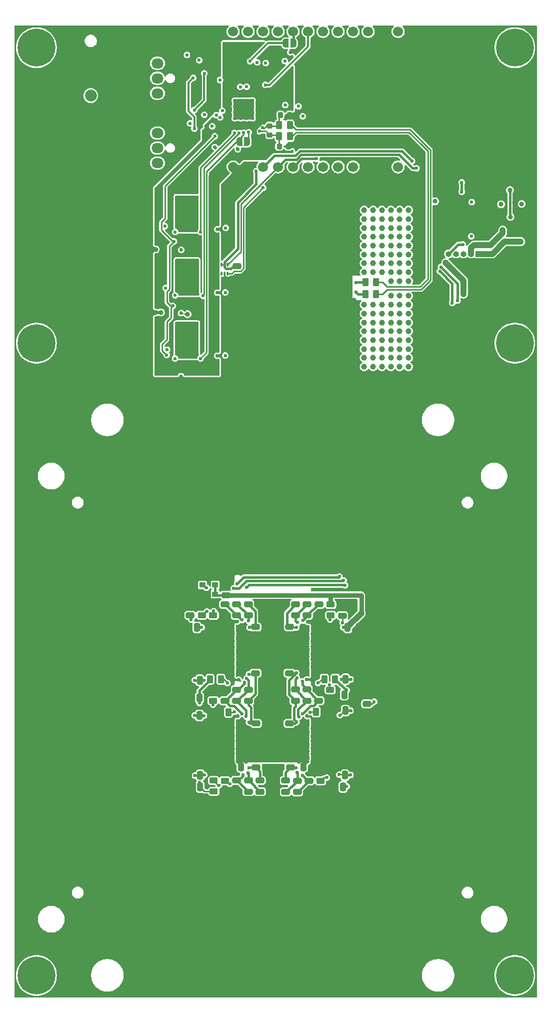
<source format=gbl>
G04 #@! TF.GenerationSoftware,KiCad,Pcbnew,8.0.1-8.0.1-1~ubuntu22.04.1*
G04 #@! TF.CreationDate,2025-02-17T08:37:11+01:00*
G04 #@! TF.ProjectId,nerdqaxe++,6e657264-7161-4786-952b-2b2e6b696361,rev?*
G04 #@! TF.SameCoordinates,Original*
G04 #@! TF.FileFunction,Copper,L6,Bot*
G04 #@! TF.FilePolarity,Positive*
%FSLAX46Y46*%
G04 Gerber Fmt 4.6, Leading zero omitted, Abs format (unit mm)*
G04 Created by KiCad (PCBNEW 8.0.1-8.0.1-1~ubuntu22.04.1) date 2025-02-17 08:37:11*
%MOMM*%
%LPD*%
G01*
G04 APERTURE LIST*
G04 Aperture macros list*
%AMRoundRect*
0 Rectangle with rounded corners*
0 $1 Rounding radius*
0 $2 $3 $4 $5 $6 $7 $8 $9 X,Y pos of 4 corners*
0 Add a 4 corners polygon primitive as box body*
4,1,4,$2,$3,$4,$5,$6,$7,$8,$9,$2,$3,0*
0 Add four circle primitives for the rounded corners*
1,1,$1+$1,$2,$3*
1,1,$1+$1,$4,$5*
1,1,$1+$1,$6,$7*
1,1,$1+$1,$8,$9*
0 Add four rect primitives between the rounded corners*
20,1,$1+$1,$2,$3,$4,$5,0*
20,1,$1+$1,$4,$5,$6,$7,0*
20,1,$1+$1,$6,$7,$8,$9,0*
20,1,$1+$1,$8,$9,$2,$3,0*%
%AMFreePoly0*
4,1,19,0.500000,-0.750000,0.000000,-0.750000,0.000000,-0.744911,-0.071157,-0.744911,-0.207708,-0.704816,-0.327430,-0.627875,-0.420627,-0.520320,-0.479746,-0.390866,-0.500000,-0.250000,-0.500000,0.250000,-0.479746,0.390866,-0.420627,0.520320,-0.327430,0.627875,-0.207708,0.704816,-0.071157,0.744911,0.000000,0.744911,0.000000,0.750000,0.500000,0.750000,0.500000,-0.750000,0.500000,-0.750000,
$1*%
%AMFreePoly1*
4,1,19,0.000000,0.744911,0.071157,0.744911,0.207708,0.704816,0.327430,0.627875,0.420627,0.520320,0.479746,0.390866,0.500000,0.250000,0.500000,-0.250000,0.479746,-0.390866,0.420627,-0.520320,0.327430,-0.627875,0.207708,-0.704816,0.071157,-0.744911,0.000000,-0.744911,0.000000,-0.750000,-0.500000,-0.750000,-0.500000,0.750000,0.000000,0.750000,0.000000,0.744911,0.000000,0.744911,
$1*%
G04 Aperture macros list end*
G04 #@! TA.AperFunction,ComponentPad*
%ADD10C,0.800000*%
G04 #@! TD*
G04 #@! TA.AperFunction,ComponentPad*
%ADD11C,6.400000*%
G04 #@! TD*
G04 #@! TA.AperFunction,HeatsinkPad*
%ADD12C,0.600000*%
G04 #@! TD*
G04 #@! TA.AperFunction,HeatsinkPad*
%ADD13R,3.500000X3.500000*%
G04 #@! TD*
G04 #@! TA.AperFunction,ComponentPad*
%ADD14C,1.700000*%
G04 #@! TD*
G04 #@! TA.AperFunction,ComponentPad*
%ADD15R,1.000000X1.000000*%
G04 #@! TD*
G04 #@! TA.AperFunction,ComponentPad*
%ADD16O,1.000000X1.000000*%
G04 #@! TD*
G04 #@! TA.AperFunction,ComponentPad*
%ADD17R,2.030000X1.730000*%
G04 #@! TD*
G04 #@! TA.AperFunction,ComponentPad*
%ADD18O,2.030000X1.730000*%
G04 #@! TD*
G04 #@! TA.AperFunction,ComponentPad*
%ADD19C,2.000000*%
G04 #@! TD*
G04 #@! TA.AperFunction,ComponentPad*
%ADD20O,3.500000X1.750000*%
G04 #@! TD*
G04 #@! TA.AperFunction,ComponentPad*
%ADD21O,1.250000X2.500000*%
G04 #@! TD*
G04 #@! TA.AperFunction,SMDPad,CuDef*
%ADD22RoundRect,0.250000X-0.475000X0.250000X-0.475000X-0.250000X0.475000X-0.250000X0.475000X0.250000X0*%
G04 #@! TD*
G04 #@! TA.AperFunction,SMDPad,CuDef*
%ADD23RoundRect,0.250000X0.250000X0.475000X-0.250000X0.475000X-0.250000X-0.475000X0.250000X-0.475000X0*%
G04 #@! TD*
G04 #@! TA.AperFunction,SMDPad,CuDef*
%ADD24RoundRect,0.250000X-0.262500X-0.450000X0.262500X-0.450000X0.262500X0.450000X-0.262500X0.450000X0*%
G04 #@! TD*
G04 #@! TA.AperFunction,SMDPad,CuDef*
%ADD25RoundRect,0.250000X0.262500X0.450000X-0.262500X0.450000X-0.262500X-0.450000X0.262500X-0.450000X0*%
G04 #@! TD*
G04 #@! TA.AperFunction,SMDPad,CuDef*
%ADD26RoundRect,0.250000X0.475000X-0.250000X0.475000X0.250000X-0.475000X0.250000X-0.475000X-0.250000X0*%
G04 #@! TD*
G04 #@! TA.AperFunction,SMDPad,CuDef*
%ADD27RoundRect,0.250000X-0.450000X0.262500X-0.450000X-0.262500X0.450000X-0.262500X0.450000X0.262500X0*%
G04 #@! TD*
G04 #@! TA.AperFunction,SMDPad,CuDef*
%ADD28RoundRect,0.225000X-0.225000X-0.250000X0.225000X-0.250000X0.225000X0.250000X-0.225000X0.250000X0*%
G04 #@! TD*
G04 #@! TA.AperFunction,SMDPad,CuDef*
%ADD29RoundRect,0.250000X-0.325000X-1.100000X0.325000X-1.100000X0.325000X1.100000X-0.325000X1.100000X0*%
G04 #@! TD*
G04 #@! TA.AperFunction,SMDPad,CuDef*
%ADD30RoundRect,0.250000X0.450000X-0.262500X0.450000X0.262500X-0.450000X0.262500X-0.450000X-0.262500X0*%
G04 #@! TD*
G04 #@! TA.AperFunction,SMDPad,CuDef*
%ADD31RoundRect,0.250000X-0.250000X-0.475000X0.250000X-0.475000X0.250000X0.475000X-0.250000X0.475000X0*%
G04 #@! TD*
G04 #@! TA.AperFunction,SMDPad,CuDef*
%ADD32RoundRect,0.225000X0.250000X-0.225000X0.250000X0.225000X-0.250000X0.225000X-0.250000X-0.225000X0*%
G04 #@! TD*
G04 #@! TA.AperFunction,SMDPad,CuDef*
%ADD33RoundRect,0.250000X0.325000X1.100000X-0.325000X1.100000X-0.325000X-1.100000X0.325000X-1.100000X0*%
G04 #@! TD*
G04 #@! TA.AperFunction,SMDPad,CuDef*
%ADD34R,1.000000X0.900000*%
G04 #@! TD*
G04 #@! TA.AperFunction,SMDPad,CuDef*
%ADD35FreePoly0,0.000000*%
G04 #@! TD*
G04 #@! TA.AperFunction,SMDPad,CuDef*
%ADD36FreePoly1,0.000000*%
G04 #@! TD*
G04 #@! TA.AperFunction,SMDPad,CuDef*
%ADD37RoundRect,0.225000X0.225000X0.250000X-0.225000X0.250000X-0.225000X-0.250000X0.225000X-0.250000X0*%
G04 #@! TD*
G04 #@! TA.AperFunction,SMDPad,CuDef*
%ADD38RoundRect,0.050000X0.100000X-0.285000X0.100000X0.285000X-0.100000X0.285000X-0.100000X-0.285000X0*%
G04 #@! TD*
G04 #@! TA.AperFunction,ViaPad*
%ADD39C,0.800000*%
G04 #@! TD*
G04 #@! TA.AperFunction,ViaPad*
%ADD40C,0.600000*%
G04 #@! TD*
G04 #@! TA.AperFunction,ViaPad*
%ADD41C,1.000000*%
G04 #@! TD*
G04 #@! TA.AperFunction,Conductor*
%ADD42C,0.254000*%
G04 #@! TD*
G04 #@! TA.AperFunction,Conductor*
%ADD43C,0.400000*%
G04 #@! TD*
G04 #@! TA.AperFunction,Conductor*
%ADD44C,0.800000*%
G04 #@! TD*
G04 #@! TA.AperFunction,Conductor*
%ADD45C,1.000000*%
G04 #@! TD*
G04 #@! TA.AperFunction,Conductor*
%ADD46C,0.508000*%
G04 #@! TD*
G04 #@! TA.AperFunction,Conductor*
%ADD47C,0.350000*%
G04 #@! TD*
G04 #@! TA.AperFunction,Conductor*
%ADD48C,0.250000*%
G04 #@! TD*
G04 #@! TA.AperFunction,Conductor*
%ADD49C,0.300000*%
G04 #@! TD*
G04 APERTURE END LIST*
D10*
X52600000Y-28000000D03*
X53302944Y-26302944D03*
X53302944Y-29697056D03*
X55000000Y-25600000D03*
D11*
X55000000Y-28000000D03*
D10*
X55000000Y-30400000D03*
X56697056Y-26302944D03*
X56697056Y-29697056D03*
X57400000Y-28000000D03*
D12*
X88593750Y-39937500D03*
X89593750Y-39937500D03*
X90593750Y-39937500D03*
X91593750Y-39937500D03*
X88593750Y-38937500D03*
X89593750Y-38937500D03*
X90593750Y-38937500D03*
X91593750Y-38937500D03*
D13*
X90093750Y-38437500D03*
D12*
X88593750Y-37937500D03*
X89593750Y-37937500D03*
X90593750Y-37937500D03*
X91593750Y-37937500D03*
X88593750Y-36937500D03*
X89593750Y-36937500D03*
X90593750Y-36937500D03*
X91593750Y-36937500D03*
D14*
X88310000Y-25250000D03*
X90850000Y-25250000D03*
X93390000Y-25250000D03*
X95930000Y-25250000D03*
X98470000Y-25250000D03*
X101010000Y-25250000D03*
X103550000Y-25250000D03*
X106090000Y-25250000D03*
X108630000Y-25250000D03*
X111170000Y-25250000D03*
X113710000Y-25250000D03*
X116250000Y-25250000D03*
X116250000Y-48170000D03*
X113710000Y-48170000D03*
X111170000Y-48170000D03*
X108630000Y-48170000D03*
X106090000Y-48170000D03*
X103550000Y-48170000D03*
X101010000Y-48170000D03*
X98470000Y-48170000D03*
X95930000Y-48170000D03*
X93390000Y-48170000D03*
X90850000Y-48170000D03*
X88310000Y-48170000D03*
D15*
X129875000Y-62900000D03*
D16*
X128605000Y-62900000D03*
X127335000Y-62900000D03*
X126065000Y-62900000D03*
X124795000Y-62900000D03*
X123525000Y-62900000D03*
D17*
X75500000Y-39900000D03*
D18*
X75500000Y-42440000D03*
X75500000Y-44980000D03*
X75500000Y-47520000D03*
D19*
X64200000Y-36100000D03*
D20*
X64200000Y-30100000D03*
D21*
X69000000Y-29600000D03*
X59400000Y-29600000D03*
D10*
X133600000Y-28000000D03*
X134302944Y-26302944D03*
X134302944Y-29697056D03*
X136000000Y-25600000D03*
D11*
X136000000Y-28000000D03*
D10*
X136000000Y-30400000D03*
X137697056Y-26302944D03*
X137697056Y-29697056D03*
X138400000Y-28000000D03*
X133600000Y-185025000D03*
X134302944Y-183327944D03*
X134302944Y-186722056D03*
X136000000Y-182625000D03*
D11*
X136000000Y-185025000D03*
D10*
X136000000Y-187425000D03*
X137697056Y-183327944D03*
X137697056Y-186722056D03*
X138400000Y-185025000D03*
X52600000Y-78000000D03*
X53302944Y-76302944D03*
X53302944Y-79697056D03*
X55000000Y-75600000D03*
D11*
X55000000Y-78000000D03*
D10*
X55000000Y-80400000D03*
X56697056Y-76302944D03*
X56697056Y-79697056D03*
X57400000Y-78000000D03*
D17*
X75500000Y-28100000D03*
D18*
X75500000Y-30640000D03*
X75500000Y-33180000D03*
X75500000Y-35720000D03*
D10*
X133600000Y-78000000D03*
X134302944Y-76302944D03*
X134302944Y-79697056D03*
X136000000Y-75600000D03*
D11*
X136000000Y-78000000D03*
D10*
X136000000Y-80400000D03*
X137697056Y-76302944D03*
X137697056Y-79697056D03*
X138400000Y-78000000D03*
X52600000Y-185025000D03*
X53302944Y-183327944D03*
X53302944Y-186722056D03*
X55000000Y-182625000D03*
D11*
X55000000Y-185025000D03*
D10*
X55000000Y-187425000D03*
X56697056Y-183327944D03*
X56697056Y-186722056D03*
X57400000Y-185025000D03*
D22*
X92180000Y-142340000D03*
X92180000Y-144240000D03*
D23*
X109190000Y-140190000D03*
X107290000Y-140190000D03*
D24*
X85697500Y-140460000D03*
X87522500Y-140460000D03*
D25*
X97900000Y-43000000D03*
X96075000Y-43000000D03*
D22*
X102860000Y-122190000D03*
X102860000Y-124090000D03*
D26*
X97190000Y-153950000D03*
X97190000Y-152050000D03*
D27*
X104720000Y-136687500D03*
X104720000Y-138512500D03*
D28*
X96325000Y-39400000D03*
X97875000Y-39400000D03*
D22*
X92855000Y-152020000D03*
X92855000Y-153920000D03*
D29*
X99725000Y-145100000D03*
X102675000Y-145100000D03*
D26*
X86890000Y-138545000D03*
X86890000Y-136645000D03*
D27*
X103100000Y-152077500D03*
X103100000Y-153902500D03*
D22*
X106790000Y-122220000D03*
X106790000Y-124120000D03*
D30*
X84900000Y-138522500D03*
X84900000Y-136697500D03*
D25*
X86212500Y-134900000D03*
X84387500Y-134900000D03*
D23*
X89600000Y-147700000D03*
X87700000Y-147700000D03*
D22*
X88870000Y-152020000D03*
X88870000Y-153920000D03*
D23*
X82190000Y-126120000D03*
X80290000Y-126120000D03*
D24*
X103757500Y-134890000D03*
X105582500Y-134890000D03*
D31*
X107130000Y-137500000D03*
X109030000Y-137500000D03*
X100340000Y-131770000D03*
X102240000Y-131770000D03*
X100210000Y-149700000D03*
X102110000Y-149700000D03*
X100220000Y-142400000D03*
X102120000Y-142400000D03*
X100330000Y-133750000D03*
X102230000Y-133750000D03*
D23*
X82590000Y-138030000D03*
X80690000Y-138030000D03*
D22*
X92200000Y-147930000D03*
X92200000Y-149830000D03*
D26*
X101150000Y-153965000D03*
X101150000Y-152065000D03*
D23*
X109160000Y-151110000D03*
X107260000Y-151110000D03*
D26*
X110970000Y-139050000D03*
X110970000Y-137150000D03*
X88890000Y-138545000D03*
X88890000Y-136645000D03*
D27*
X85010000Y-152047500D03*
X85010000Y-153872500D03*
D31*
X80760000Y-135070000D03*
X82660000Y-135070000D03*
D26*
X99175000Y-153965000D03*
X99175000Y-152065000D03*
D31*
X80700000Y-141020000D03*
X82600000Y-141020000D03*
D22*
X92100000Y-131950000D03*
X92100000Y-133850000D03*
X88918609Y-64990000D03*
X88918609Y-66890000D03*
D30*
X86920000Y-153882500D03*
X86920000Y-152057500D03*
D26*
X90887476Y-124088486D03*
X90887476Y-122188486D03*
X102770000Y-138520000D03*
X102770000Y-136620000D03*
D23*
X89650000Y-133700000D03*
X87750000Y-133700000D03*
X89650000Y-131700000D03*
X87750000Y-131700000D03*
D25*
X112512500Y-69700000D03*
X110687500Y-69700000D03*
D26*
X97980000Y-149840000D03*
X97980000Y-147940000D03*
X87100000Y-120650000D03*
X87100000Y-118750000D03*
D31*
X107700000Y-126130000D03*
X109600000Y-126130000D03*
D32*
X94500000Y-42775000D03*
X94500000Y-41225000D03*
D26*
X97820000Y-133860000D03*
X97820000Y-131960000D03*
D27*
X84927476Y-122215986D03*
X84927476Y-124040986D03*
D33*
X90175000Y-129000000D03*
X87225000Y-129000000D03*
D26*
X88887476Y-124088486D03*
X88887476Y-122188486D03*
X97820000Y-144240000D03*
X97820000Y-142340000D03*
D25*
X104182500Y-140420000D03*
X102357500Y-140420000D03*
D22*
X100850000Y-122190000D03*
X100850000Y-124090000D03*
D34*
X85275000Y-120475000D03*
X83125000Y-120475000D03*
X83125000Y-118925000D03*
X85275000Y-118925000D03*
D31*
X100370000Y-126340000D03*
X102270000Y-126340000D03*
X100210000Y-147700000D03*
X102110000Y-147700000D03*
D23*
X109220000Y-134900000D03*
X107320000Y-134900000D03*
D30*
X83007476Y-124040986D03*
X83007476Y-122215986D03*
D25*
X97900000Y-41100000D03*
X96075000Y-41100000D03*
D35*
X89390000Y-43890000D03*
D36*
X90690000Y-43890000D03*
D33*
X90155000Y-145110000D03*
X87205000Y-145110000D03*
D30*
X104820000Y-124062500D03*
X104820000Y-122237500D03*
D31*
X80830000Y-151140000D03*
X82730000Y-151140000D03*
D23*
X82730000Y-153130000D03*
X80830000Y-153130000D03*
D37*
X97675000Y-44700000D03*
X96125000Y-44700000D03*
D25*
X112512500Y-67700000D03*
X110687500Y-67700000D03*
D26*
X90890000Y-138545000D03*
X90890000Y-136645000D03*
D38*
X87368609Y-66200000D03*
X86868609Y-66200000D03*
X86368609Y-66200000D03*
X86368609Y-64720000D03*
X86868609Y-64720000D03*
X87368609Y-64720000D03*
D35*
X97200000Y-27250000D03*
D36*
X98500000Y-27250000D03*
D23*
X89620000Y-142470000D03*
X87720000Y-142470000D03*
D29*
X99845000Y-129070000D03*
X102795000Y-129070000D03*
D23*
X89620000Y-149700000D03*
X87720000Y-149700000D03*
X89640000Y-126300000D03*
X87740000Y-126300000D03*
D31*
X106920000Y-153120000D03*
X108820000Y-153120000D03*
D26*
X86887476Y-124088486D03*
X86887476Y-122188486D03*
D22*
X90870000Y-152020000D03*
X90870000Y-153920000D03*
D26*
X98830000Y-138530000D03*
X98830000Y-136630000D03*
X97890000Y-127940000D03*
X97890000Y-126040000D03*
D22*
X81030000Y-122190000D03*
X81030000Y-124090000D03*
X92100000Y-126050000D03*
X92100000Y-127950000D03*
X98890000Y-122190000D03*
X98890000Y-124090000D03*
D26*
X100800000Y-138520000D03*
X100800000Y-136620000D03*
D39*
X80600000Y-80100000D03*
D40*
X85199995Y-43000005D03*
X78300000Y-60800000D03*
X78100000Y-71700000D03*
X77055469Y-80014563D03*
X55700000Y-52900000D03*
D39*
X70750000Y-71750000D03*
X71250000Y-71000000D03*
X72750000Y-70250000D03*
X71750000Y-70250000D03*
X106600000Y-143200000D03*
X103250000Y-60750000D03*
X84400000Y-128500000D03*
X103700000Y-127200000D03*
X68750000Y-70250000D03*
X105750000Y-81500000D03*
X100750000Y-81500000D03*
X101750000Y-60000000D03*
X68750000Y-71750000D03*
X86260000Y-144460000D03*
X102900000Y-148800000D03*
X68580000Y-79335000D03*
D40*
X109530000Y-153100000D03*
X86680000Y-153180000D03*
D39*
X83400000Y-131500000D03*
X80580000Y-78810000D03*
X104700000Y-128500000D03*
X105600000Y-131500000D03*
X105600000Y-127200000D03*
X70590000Y-81000000D03*
X101800000Y-128500000D03*
D40*
X109210000Y-141110000D03*
D39*
X86260000Y-145360000D03*
X102250000Y-60750000D03*
X101250000Y-49900000D03*
X68250000Y-71000000D03*
X70750000Y-51750000D03*
X104250000Y-60750000D03*
X104700000Y-143200000D03*
X102900000Y-127200000D03*
D40*
X79090000Y-64320000D03*
D39*
X106600000Y-145300000D03*
X102750000Y-81500000D03*
X71750000Y-50250000D03*
X108250000Y-49900000D03*
X108250000Y-71500000D03*
X101800000Y-146600000D03*
D40*
X57100000Y-52700000D03*
X82040000Y-68120000D03*
D39*
X80590000Y-65620000D03*
D40*
X82050000Y-58700000D03*
D39*
X106750000Y-60000000D03*
X83360000Y-144460000D03*
X108750000Y-50750000D03*
X105250000Y-60750000D03*
X84360000Y-146660000D03*
X84360000Y-143160000D03*
X104700000Y-130600000D03*
X104750000Y-61500000D03*
X106600000Y-130600000D03*
X100750000Y-50750000D03*
X86260000Y-146660000D03*
X104750000Y-50750000D03*
X83360000Y-147460000D03*
X138800000Y-53000000D03*
D40*
X89177000Y-150949669D03*
D39*
X86260000Y-143160000D03*
X102900000Y-131500000D03*
X70750000Y-61000000D03*
X103750000Y-70750000D03*
X56250000Y-42250000D03*
X84400000Y-130700000D03*
D40*
X58500000Y-51300000D03*
D39*
X68750000Y-50250000D03*
D40*
X79090000Y-65620000D03*
X80100000Y-151200000D03*
D39*
X75205429Y-62137218D03*
X104700000Y-144500000D03*
X100750000Y-72250000D03*
X104700000Y-146600000D03*
X71750000Y-61000000D03*
X85260000Y-148760000D03*
X69750000Y-59500000D03*
X80580000Y-75010000D03*
X135926315Y-54256089D03*
X72580000Y-79335000D03*
D40*
X79480000Y-83610000D03*
X69400000Y-41600000D03*
D39*
X103700000Y-144500000D03*
D40*
X84870000Y-140480000D03*
X82000000Y-122190000D03*
D39*
X54542500Y-58800000D03*
X80590000Y-66920000D03*
X106600000Y-146600000D03*
X101750000Y-70750000D03*
X67580000Y-79285000D03*
X107750000Y-72250000D03*
X132462854Y-59111393D03*
X83360000Y-143160000D03*
X54542500Y-70250000D03*
X86260000Y-147470000D03*
X86260000Y-148760000D03*
X53542500Y-58800000D03*
X88200000Y-128500000D03*
X101800000Y-145300000D03*
X103700000Y-148800000D03*
X100750000Y-70750000D03*
X102900000Y-145300000D03*
X111750000Y-50750000D03*
X67750000Y-70250000D03*
X106600000Y-128500000D03*
X102250000Y-49900000D03*
X101800000Y-129300000D03*
D40*
X98000000Y-28800000D03*
D39*
X85300000Y-130700000D03*
X106600000Y-129300000D03*
D40*
X129820000Y-56820000D03*
X79090000Y-66870000D03*
X124100000Y-55100000D03*
D39*
X83400000Y-129400000D03*
X105600000Y-146600000D03*
D40*
X109107806Y-136523038D03*
D39*
X87060000Y-148760000D03*
X83400000Y-132800000D03*
X72750000Y-50250000D03*
X80590000Y-69420000D03*
X101800000Y-143200000D03*
X72750000Y-61000000D03*
X104250000Y-49900000D03*
D40*
X82030000Y-75010000D03*
D39*
X105600000Y-129300000D03*
X85260000Y-143160000D03*
X102900000Y-128500000D03*
X86300000Y-129400000D03*
D40*
X82050000Y-53600000D03*
D39*
X54542500Y-69250000D03*
X80580000Y-77610000D03*
X69590000Y-81000000D03*
X101750000Y-81500000D03*
X88160000Y-146660000D03*
X102900000Y-146600000D03*
D40*
X89250000Y-134970000D03*
X104720000Y-139320000D03*
D39*
X106750000Y-72250000D03*
X106600000Y-144500000D03*
X86300000Y-131500000D03*
D40*
X97143750Y-37700000D03*
D39*
X67750000Y-59500000D03*
D40*
X82040000Y-65620000D03*
D39*
X110250000Y-49900000D03*
X86300000Y-130700000D03*
D40*
X100900000Y-125200000D03*
X82957598Y-38638591D03*
D39*
X71750000Y-51750000D03*
X87060000Y-144460000D03*
X103750000Y-81500000D03*
X103700000Y-146600000D03*
X106600000Y-132800000D03*
X67750000Y-61000000D03*
D40*
X79560000Y-126150000D03*
D39*
X68590000Y-81000000D03*
X101250000Y-82250000D03*
X106250000Y-49900000D03*
X86300000Y-128500000D03*
D40*
X57100000Y-53400000D03*
X79080000Y-76310000D03*
D39*
X112750000Y-50750000D03*
X108750000Y-60000000D03*
D40*
X68600000Y-42300000D03*
D39*
X87060000Y-145360000D03*
X72590000Y-81000000D03*
X88200000Y-132800000D03*
X83400000Y-127200000D03*
X101250000Y-71500000D03*
X69750000Y-71750000D03*
X56250000Y-40250000D03*
D40*
X79080000Y-75010000D03*
D39*
X100750000Y-61500000D03*
X102750000Y-60000000D03*
X72750000Y-51750000D03*
D40*
X70200000Y-42300000D03*
D39*
X68750000Y-61000000D03*
X85260000Y-147460000D03*
D40*
X79238548Y-56150000D03*
D39*
X53542500Y-59800000D03*
X102750000Y-70750000D03*
X109750000Y-50750000D03*
X102900000Y-144500000D03*
X88160000Y-145360000D03*
X104700000Y-127200000D03*
X80590000Y-68120000D03*
D40*
X98500000Y-39400000D03*
X85200000Y-44812500D03*
D39*
X88160000Y-144460000D03*
X103700000Y-143200000D03*
X72750000Y-59500000D03*
X106600000Y-147500000D03*
D40*
X82040000Y-64320000D03*
X82030000Y-78810000D03*
D39*
X87060000Y-143160000D03*
X71250000Y-60250000D03*
X84360000Y-144460000D03*
X107250000Y-71500000D03*
X87060000Y-147460000D03*
X88160000Y-143160000D03*
D40*
X79238548Y-54900000D03*
D39*
X75195429Y-72827218D03*
X84360000Y-147460000D03*
D40*
X79238548Y-57441634D03*
D39*
X67750000Y-71750000D03*
X72250000Y-71000000D03*
D40*
X82030000Y-76310000D03*
D39*
X80600000Y-54900000D03*
X101800000Y-131500000D03*
D40*
X86200000Y-123400000D03*
D39*
X106750000Y-50750000D03*
D40*
X100830000Y-150860000D03*
D39*
X107750000Y-61500000D03*
D40*
X79490000Y-72920000D03*
D39*
X132550000Y-54290000D03*
X85260000Y-146660000D03*
X72250000Y-60250000D03*
X85300000Y-128500000D03*
X69250000Y-60250000D03*
X83360000Y-148760000D03*
X88200000Y-130700000D03*
D40*
X106870000Y-121600000D03*
D39*
X102900000Y-129300000D03*
X69580000Y-79335000D03*
D40*
X79500000Y-62200000D03*
D39*
X70250000Y-60250000D03*
D40*
X82030000Y-80110000D03*
D39*
X108250000Y-60750000D03*
D40*
X54300000Y-52900000D03*
D39*
X102750000Y-61500000D03*
X107750000Y-50750000D03*
X107250000Y-60750000D03*
X68750000Y-51750000D03*
X56250000Y-41250000D03*
X111250000Y-49900000D03*
X88200000Y-131500000D03*
X80580000Y-73110000D03*
X103700000Y-132800000D03*
D40*
X82050000Y-57400000D03*
D39*
X108750000Y-72250000D03*
D40*
X79080000Y-78851634D03*
D39*
X109250000Y-49900000D03*
X107750000Y-60000000D03*
X104750000Y-70750000D03*
D40*
X82030000Y-77610000D03*
X98400000Y-44700000D03*
D39*
X104750000Y-72250000D03*
X76080000Y-72810000D03*
X69750000Y-51750000D03*
X103700000Y-131500000D03*
X70750000Y-50250000D03*
X67590000Y-80950000D03*
X101800000Y-127200000D03*
X101250000Y-60750000D03*
X87100000Y-128500000D03*
X106250000Y-71500000D03*
D40*
X110250000Y-126030000D03*
D39*
X84400000Y-131500000D03*
X104250000Y-71500000D03*
X87100000Y-127200000D03*
X74205429Y-62137218D03*
X85300000Y-132800000D03*
X88160000Y-147460000D03*
D40*
X58500000Y-50600000D03*
D39*
X53542500Y-70250000D03*
X103700000Y-147500000D03*
X80580000Y-76310000D03*
D40*
X89049360Y-125100000D03*
D39*
X88160000Y-148760000D03*
X80600000Y-58700000D03*
X101750000Y-61500000D03*
D40*
X85987500Y-31200000D03*
D39*
X100750000Y-60000000D03*
X110750000Y-50750000D03*
X105750000Y-72250000D03*
X69750000Y-50250000D03*
X112250000Y-49900000D03*
X69250000Y-71000000D03*
X105750000Y-60000000D03*
D40*
X57100000Y-52000000D03*
D39*
X108750000Y-61500000D03*
D40*
X110410469Y-137975585D03*
D39*
X53542500Y-60800000D03*
X106750000Y-81500000D03*
X87100000Y-129400000D03*
X70580000Y-79335000D03*
X105250000Y-49900000D03*
X87100000Y-130700000D03*
X80600000Y-53600000D03*
X102750000Y-50750000D03*
X101750000Y-50750000D03*
D40*
X79238548Y-53600000D03*
X80090000Y-153210000D03*
D39*
X101800000Y-130600000D03*
D40*
X82237500Y-37050000D03*
D39*
X84360000Y-145360000D03*
X85260000Y-145360000D03*
X105600000Y-143200000D03*
D40*
X84000000Y-122190000D03*
D39*
X69750000Y-70250000D03*
X107250000Y-82250000D03*
X107750000Y-81500000D03*
X102250000Y-71500000D03*
X71750000Y-59500000D03*
X80600000Y-56200000D03*
D40*
X82040000Y-66920000D03*
D39*
X108750000Y-81500000D03*
X68750000Y-59500000D03*
D40*
X89100000Y-45212500D03*
X85608248Y-80138248D03*
D39*
X108250000Y-82250000D03*
X85300000Y-127200000D03*
X53542500Y-69250000D03*
X103700000Y-129300000D03*
X105600000Y-147500000D03*
X103250000Y-71500000D03*
X103250000Y-49900000D03*
X103700000Y-128500000D03*
X67750000Y-51750000D03*
X103750000Y-60000000D03*
X71590000Y-81000000D03*
X53542500Y-68250000D03*
X74215429Y-51417218D03*
D40*
X97143750Y-40000000D03*
D39*
X102900000Y-147500000D03*
X67750000Y-50250000D03*
D40*
X58500000Y-49900000D03*
D39*
X72750000Y-71750000D03*
X87100000Y-131500000D03*
X104750000Y-81500000D03*
X86300000Y-132800000D03*
X106600000Y-148800000D03*
X106600000Y-127200000D03*
X104700000Y-131500000D03*
D40*
X79900000Y-141100000D03*
D39*
X83360000Y-146660000D03*
X68250000Y-60250000D03*
X106600000Y-131500000D03*
D40*
X53762500Y-54468750D03*
D39*
X85300000Y-129400000D03*
X54542500Y-68250000D03*
X106750000Y-61500000D03*
D40*
X102270000Y-124810000D03*
X110020000Y-134950000D03*
D39*
X103750000Y-72250000D03*
D40*
X82400000Y-120700000D03*
X85628248Y-58728248D03*
D39*
X71580000Y-79335000D03*
X71750000Y-71750000D03*
X84360000Y-148760000D03*
X101800000Y-147500000D03*
X104750000Y-60000000D03*
X105600000Y-145300000D03*
D40*
X109910000Y-151090000D03*
D39*
X104700000Y-147500000D03*
X102900000Y-132800000D03*
D40*
X89600000Y-26400000D03*
X79137971Y-69380983D03*
D39*
X84400000Y-129400000D03*
D40*
X100760792Y-134915739D03*
X126000000Y-55100000D03*
X85618248Y-69448248D03*
X55000000Y-52900000D03*
D39*
X104250000Y-82250000D03*
X107750000Y-70750000D03*
X105250000Y-82250000D03*
X70750000Y-70250000D03*
D40*
X100850000Y-141120000D03*
X109112500Y-69400000D03*
D39*
X84400000Y-127200000D03*
D40*
X79940000Y-135060000D03*
X80187500Y-40700000D03*
X82887500Y-41375000D03*
D39*
X102750000Y-72250000D03*
D40*
X79920000Y-138060000D03*
D39*
X104700000Y-132800000D03*
X80590000Y-64320000D03*
X105600000Y-128500000D03*
X135900000Y-59200000D03*
X101800000Y-144500000D03*
D40*
X82050000Y-56200000D03*
X82040000Y-69420000D03*
D39*
X54542500Y-59800000D03*
X106250000Y-82250000D03*
X88200000Y-127200000D03*
X101750000Y-72250000D03*
X83400000Y-128500000D03*
D40*
X89100000Y-141160000D03*
D39*
X102900000Y-143200000D03*
X74195429Y-72827218D03*
X88200000Y-129400000D03*
D40*
X69400000Y-42300000D03*
D39*
X101800000Y-132800000D03*
X103700000Y-130600000D03*
X104700000Y-145300000D03*
X102250000Y-82250000D03*
D40*
X70200000Y-41600000D03*
X79090000Y-68161634D03*
D39*
X54542500Y-60800000D03*
X106250000Y-60750000D03*
X85260000Y-144460000D03*
X105600000Y-148800000D03*
D40*
X85787500Y-32575000D03*
D39*
X105750000Y-70750000D03*
X103250000Y-82250000D03*
X105750000Y-50750000D03*
X105250000Y-71500000D03*
X84400000Y-132800000D03*
D40*
X68600000Y-41600000D03*
D39*
X104700000Y-129300000D03*
X83360000Y-145360000D03*
X102900000Y-130600000D03*
X83400000Y-130700000D03*
X70250000Y-71000000D03*
D40*
X102130000Y-153965000D03*
D39*
X70750000Y-59500000D03*
X86300000Y-127200000D03*
X103750000Y-50750000D03*
D40*
X79147971Y-58660983D03*
D39*
X69750000Y-61000000D03*
X85300000Y-131500000D03*
X108750000Y-70750000D03*
X87100000Y-132800000D03*
X101800000Y-148800000D03*
X87060000Y-146660000D03*
X104700000Y-148800000D03*
X103700000Y-145300000D03*
X105600000Y-132800000D03*
X107250000Y-49900000D03*
X105750000Y-61500000D03*
X80600000Y-57400000D03*
X105600000Y-144500000D03*
D40*
X82050000Y-54900000D03*
D39*
X105600000Y-130600000D03*
D40*
X85910000Y-136697500D03*
D39*
X103750000Y-61500000D03*
D40*
X79080000Y-77560000D03*
D39*
X106750000Y-70750000D03*
D40*
X82598000Y-138900000D03*
X128640000Y-59920000D03*
X109950000Y-120650000D03*
X107532000Y-153010000D03*
X106970000Y-126100000D03*
X82598000Y-152315000D03*
X82970000Y-126100000D03*
X107532000Y-136720000D03*
D39*
X136989404Y-60819178D03*
D40*
X83440564Y-39338053D03*
X86980000Y-80110000D03*
X97050000Y-30250000D03*
X87050000Y-58500000D03*
X86990000Y-69420000D03*
X81794000Y-135040000D03*
X83350000Y-135100000D03*
X81794000Y-141010000D03*
X106250000Y-151030000D03*
X83360000Y-141060000D03*
X108240000Y-140210000D03*
X83430000Y-151080000D03*
X106380000Y-140980000D03*
X108210000Y-151080000D03*
X81200000Y-124800000D03*
D39*
X133956879Y-58902402D03*
D40*
X106835850Y-125314307D03*
X81794000Y-151200000D03*
X108270000Y-134920000D03*
X106619081Y-134865919D03*
X127200000Y-61300000D03*
X89000000Y-118700000D03*
X106300000Y-117500000D03*
X107015486Y-118180418D03*
X88400000Y-119500000D03*
X107258091Y-118995064D03*
X90600000Y-119300000D03*
X83800000Y-119400000D03*
X84997476Y-123348486D03*
X80487500Y-29237500D03*
X92380000Y-30500000D03*
X86087500Y-33475000D03*
X93810000Y-30590000D03*
X112200000Y-138700000D03*
X124300000Y-64400000D03*
X82562500Y-30125000D03*
X127300000Y-69700000D03*
D39*
X133676315Y-54500000D03*
D40*
X90932487Y-42309960D03*
D39*
X137176315Y-54456089D03*
D40*
X92200000Y-48900000D03*
X80987500Y-40800000D03*
D39*
X122500000Y-54000000D03*
D40*
X128690000Y-54130000D03*
X102400000Y-46800000D03*
X127000006Y-50800000D03*
X127000006Y-52400000D03*
X100100000Y-39600000D03*
X89522266Y-34623103D03*
X119355331Y-48394669D03*
X126300000Y-70800000D03*
X123500000Y-65100000D03*
X123311621Y-65830860D03*
X93400000Y-51700000D03*
X125400000Y-71200000D03*
X99380331Y-37919669D03*
X118600000Y-47200000D03*
X90593750Y-34600000D03*
X91882487Y-45488737D03*
X83755000Y-80881850D03*
X84519850Y-69020000D03*
X84500000Y-58300000D03*
X84800000Y-40100000D03*
X97000000Y-45600000D03*
X94600000Y-39975000D03*
X78488548Y-59197327D03*
X86120396Y-39809098D03*
X82800000Y-59200000D03*
X88546383Y-42425868D03*
X89317851Y-42457374D03*
X83244160Y-69987337D03*
X78478548Y-69917327D03*
X85450000Y-39410662D03*
X93745750Y-34300000D03*
X76890000Y-68670000D03*
X84750000Y-41300000D03*
X76730000Y-58210000D03*
X77119165Y-79120835D03*
X91175000Y-30275000D03*
D39*
X135176315Y-52100000D03*
X135267980Y-56636190D03*
D40*
X83437500Y-32350000D03*
X81737500Y-38550000D03*
X81537500Y-33100000D03*
X81737500Y-41700000D03*
X91080000Y-126120000D03*
X98966214Y-149854421D03*
X90939995Y-124999995D03*
X99158378Y-150682417D03*
X89812791Y-124855485D03*
X100034655Y-151159884D03*
X90193079Y-135404786D03*
X89800000Y-140730000D03*
X100060000Y-135250000D03*
X100050000Y-140730000D03*
X90579469Y-134761975D03*
X90520000Y-141190000D03*
X99469798Y-141238000D03*
X99100000Y-134649998D03*
X90980000Y-142180000D03*
X90980000Y-134050000D03*
X98997377Y-133816215D03*
X99030000Y-142130000D03*
X100140000Y-124943182D03*
X99198981Y-125293322D03*
X99010000Y-126140000D03*
X87350000Y-135540000D03*
X102670000Y-135540000D03*
X104720000Y-124800000D03*
X85909950Y-152820101D03*
X89960000Y-151080000D03*
X90803583Y-150705312D03*
X90980000Y-149930000D03*
X84910000Y-139200000D03*
X83865974Y-123433718D03*
X101340000Y-140480000D03*
X104620000Y-135880000D03*
X87750000Y-152590000D03*
X88506000Y-140400000D03*
X104160000Y-151530000D03*
X92732487Y-42146400D03*
X93295842Y-41509898D03*
X90100000Y-42400000D03*
X82780000Y-80610000D03*
X78468548Y-80607327D03*
X86475263Y-38661752D03*
D41*
X115000000Y-70000000D03*
D39*
X89160000Y-143160000D03*
D41*
X110500000Y-71500000D03*
X110500000Y-57000000D03*
D39*
X89160000Y-146660000D03*
D41*
X113500000Y-66000000D03*
X110500000Y-55500000D03*
X118000000Y-57000000D03*
D39*
X89160000Y-148760000D03*
D41*
X115000000Y-58500000D03*
X118000000Y-82000000D03*
X116500000Y-58500000D03*
X112000000Y-57000000D03*
D39*
X90460000Y-146660000D03*
D41*
X115000000Y-76000000D03*
X115000000Y-61500000D03*
D39*
X89200000Y-131500000D03*
X99500000Y-146600000D03*
D41*
X112000000Y-60000000D03*
D39*
X100800000Y-127200000D03*
D41*
X110500000Y-79000000D03*
D39*
X100800000Y-145300000D03*
D41*
X112000000Y-55500000D03*
D40*
X109112500Y-67800000D03*
D41*
X110500000Y-64500000D03*
X112000000Y-77500000D03*
D39*
X90500000Y-127200000D03*
X90500000Y-128500000D03*
X90460000Y-148760000D03*
X89200000Y-127200000D03*
D41*
X118000000Y-58500000D03*
X115000000Y-66000000D03*
X118000000Y-63000000D03*
D39*
X99500000Y-130600000D03*
D41*
X112000000Y-71500000D03*
X115000000Y-77500000D03*
X116500000Y-73000000D03*
D39*
X99500000Y-144500000D03*
D41*
X110500000Y-66000000D03*
X116500000Y-66000000D03*
D39*
X99500000Y-145300000D03*
D41*
X112000000Y-80500000D03*
X115000000Y-60000000D03*
D39*
X100800000Y-132800000D03*
X99500000Y-148800000D03*
X100800000Y-129300000D03*
D41*
X116500000Y-60000000D03*
D39*
X89200000Y-128500000D03*
X99500000Y-143200000D03*
X100800000Y-148800000D03*
D41*
X118000000Y-60000000D03*
D39*
X90500000Y-132800000D03*
X99500000Y-127200000D03*
X100800000Y-143200000D03*
D41*
X113500000Y-58500000D03*
X112000000Y-61500000D03*
X110500000Y-61500000D03*
D39*
X99500000Y-132800000D03*
D41*
X113500000Y-57000000D03*
X110500000Y-77500000D03*
X113500000Y-76000000D03*
D39*
X89200000Y-129400000D03*
X100800000Y-144500000D03*
D41*
X118000000Y-71500000D03*
D39*
X99500000Y-128500000D03*
D41*
X116500000Y-77500000D03*
X115000000Y-79000000D03*
X115000000Y-55500000D03*
X116500000Y-82000000D03*
X110500000Y-60000000D03*
D39*
X90460000Y-145360000D03*
X89160000Y-147460000D03*
D41*
X113500000Y-60000000D03*
X113500000Y-79000000D03*
X118000000Y-73000000D03*
D39*
X90500000Y-129400000D03*
D41*
X116500000Y-70000000D03*
X113500000Y-61500000D03*
X116500000Y-79000000D03*
X118000000Y-55500000D03*
X116500000Y-64500000D03*
X115000000Y-63000000D03*
D39*
X89200000Y-130700000D03*
X99500000Y-131500000D03*
D41*
X116500000Y-71500000D03*
X112000000Y-74500000D03*
X113500000Y-80500000D03*
D39*
X100800000Y-131500000D03*
D41*
X113500000Y-73000000D03*
D39*
X90500000Y-130700000D03*
D41*
X110500000Y-80500000D03*
D39*
X90460000Y-147460000D03*
D41*
X110500000Y-74500000D03*
X116500000Y-80500000D03*
X110500000Y-63000000D03*
X115000000Y-82000000D03*
X118000000Y-74500000D03*
X113500000Y-74500000D03*
X116500000Y-55500000D03*
X116500000Y-63000000D03*
X118000000Y-64500000D03*
D39*
X89160000Y-145360000D03*
D41*
X118000000Y-70000000D03*
D39*
X99500000Y-147500000D03*
X99500000Y-129300000D03*
D41*
X118000000Y-80500000D03*
X112000000Y-79000000D03*
X115000000Y-71500000D03*
X116500000Y-76000000D03*
X115000000Y-74500000D03*
X113500000Y-71500000D03*
X115000000Y-64500000D03*
D39*
X100800000Y-130600000D03*
D41*
X113500000Y-82000000D03*
X112000000Y-66000000D03*
D39*
X100800000Y-128500000D03*
D41*
X116500000Y-67500000D03*
D39*
X90460000Y-143160000D03*
D41*
X110500000Y-82000000D03*
X118000000Y-61500000D03*
D39*
X89160000Y-144460000D03*
D41*
X112000000Y-73000000D03*
X113500000Y-63000000D03*
X113500000Y-77500000D03*
X118000000Y-76000000D03*
X112000000Y-63000000D03*
D39*
X90460000Y-144460000D03*
D41*
X113500000Y-64500000D03*
D39*
X90500000Y-131500000D03*
D41*
X115000000Y-67500000D03*
X112000000Y-82000000D03*
D39*
X100800000Y-146600000D03*
X89200000Y-132800000D03*
D41*
X118000000Y-67500000D03*
X115000000Y-57000000D03*
X110500000Y-73000000D03*
X110500000Y-58500000D03*
X116500000Y-74500000D03*
X118000000Y-66000000D03*
X112000000Y-76000000D03*
X116500000Y-57000000D03*
X112000000Y-58500000D03*
X115000000Y-73000000D03*
X110500000Y-76000000D03*
X116500000Y-61500000D03*
X112000000Y-64500000D03*
X118000000Y-79000000D03*
X118000000Y-77500000D03*
X115000000Y-80500000D03*
X113500000Y-55500000D03*
D39*
X100800000Y-147500000D03*
D42*
X85199995Y-43000005D02*
X76800000Y-51400000D01*
X76800000Y-51400000D02*
X76800000Y-56900000D01*
X76800000Y-56900000D02*
X76153000Y-57547000D01*
X76153000Y-57547000D02*
X76153000Y-58853000D01*
X76153000Y-58853000D02*
X78100000Y-60800000D01*
X78100000Y-60800000D02*
X78300000Y-60800000D01*
X76300000Y-78900000D02*
X76300000Y-78200000D01*
X76300000Y-78200000D02*
X77100000Y-77400000D01*
X77100000Y-74400000D02*
X77800000Y-73700000D01*
X77100000Y-77400000D02*
X77100000Y-74400000D01*
X77800000Y-73700000D02*
X77800000Y-72000000D01*
X77800000Y-72000000D02*
X78100000Y-71700000D01*
X77700000Y-71700000D02*
X78100000Y-71700000D01*
X77500000Y-68900000D02*
X77100000Y-69300000D01*
X77500000Y-61600000D02*
X77500000Y-68900000D01*
X78300000Y-60800000D02*
X77500000Y-61600000D01*
X77100000Y-71100000D02*
X77700000Y-71700000D01*
X77100000Y-69300000D02*
X77100000Y-71100000D01*
X76300000Y-79259094D02*
X76300000Y-78900000D01*
X77055469Y-80014563D02*
X76300000Y-79259094D01*
X83244160Y-69987337D02*
X83400000Y-69831497D01*
X83400000Y-69831497D02*
X83400000Y-48400000D01*
X83400000Y-48400000D02*
X89317851Y-42482149D01*
X89317851Y-42482149D02*
X89317851Y-42457374D01*
D43*
X86837500Y-136697500D02*
X86890000Y-136645000D01*
X101150000Y-153965000D02*
X103037500Y-153965000D01*
X80170000Y-153130000D02*
X80090000Y-153210000D01*
X88870000Y-153920000D02*
X86957500Y-153920000D01*
X80830000Y-151140000D02*
X80160000Y-151140000D01*
X97675000Y-44700000D02*
X98400000Y-44700000D01*
X104720000Y-139882500D02*
X104182500Y-140420000D01*
D42*
X83125000Y-120475000D02*
X82625000Y-120475000D01*
D43*
X79590000Y-126120000D02*
X79560000Y-126150000D01*
D42*
X87301767Y-66994000D02*
X88464609Y-66994000D01*
D43*
X109970000Y-134900000D02*
X110020000Y-134950000D01*
X80830000Y-153130000D02*
X80170000Y-153130000D01*
X110687500Y-69700000D02*
X109412500Y-69700000D01*
X82981490Y-122190000D02*
X83007476Y-122215986D01*
X86887476Y-124088486D02*
X86887476Y-124087476D01*
X109220000Y-134900000D02*
X109970000Y-134900000D01*
X109510000Y-153120000D02*
X109530000Y-153100000D01*
X80290000Y-126120000D02*
X79590000Y-126120000D01*
X109160000Y-151110000D02*
X109890000Y-151110000D01*
X85697500Y-140460000D02*
X84890000Y-140460000D01*
X81030000Y-122190000D02*
X84901490Y-122190000D01*
X80760000Y-135070000D02*
X79950000Y-135070000D01*
D42*
X102860000Y-124090000D02*
X102860000Y-124220000D01*
X88464609Y-66994000D02*
X88911609Y-66547000D01*
D43*
X81030000Y-122190000D02*
X82981490Y-122190000D01*
D42*
X102860000Y-124220000D02*
X102270000Y-124810000D01*
D43*
X109030000Y-136600844D02*
X109107806Y-136523038D01*
X109190000Y-140190000D02*
X109190000Y-141090000D01*
X79950000Y-135070000D02*
X79940000Y-135060000D01*
D42*
X110410469Y-137709531D02*
X110410469Y-137975585D01*
D43*
X106790000Y-122220000D02*
X106790000Y-121680000D01*
X109190000Y-141090000D02*
X109210000Y-141110000D01*
D42*
X86868609Y-66560842D02*
X87301767Y-66994000D01*
D43*
X110150000Y-126130000D02*
X110250000Y-126030000D01*
X80690000Y-138030000D02*
X79950000Y-138030000D01*
X109600000Y-126130000D02*
X110150000Y-126130000D01*
X79980000Y-141020000D02*
X79900000Y-141100000D01*
X86957500Y-153920000D02*
X86920000Y-153882500D01*
X106790000Y-121680000D02*
X106870000Y-121600000D01*
X103037500Y-153965000D02*
X103100000Y-153902500D01*
X86920000Y-153882500D02*
X86920000Y-153420000D01*
X80160000Y-151140000D02*
X80100000Y-151200000D01*
X86920000Y-153420000D02*
X86680000Y-153180000D01*
X84900000Y-136697500D02*
X86837500Y-136697500D01*
X97875000Y-39400000D02*
X98500000Y-39400000D01*
X104720000Y-138512500D02*
X104720000Y-139882500D01*
X86887476Y-124087476D02*
X86200000Y-123400000D01*
X109890000Y-151110000D02*
X109910000Y-151090000D01*
X80700000Y-141020000D02*
X79980000Y-141020000D01*
X109030000Y-137500000D02*
X109030000Y-136600844D01*
D42*
X82625000Y-120475000D02*
X82400000Y-120700000D01*
D43*
X79950000Y-138030000D02*
X79920000Y-138060000D01*
X84890000Y-140460000D02*
X84870000Y-140480000D01*
X109412500Y-69700000D02*
X109112500Y-69400000D01*
D42*
X110970000Y-137150000D02*
X110410469Y-137709531D01*
D43*
X84901490Y-122190000D02*
X84927476Y-122215986D01*
X108820000Y-153120000D02*
X109510000Y-153120000D01*
D44*
X105000000Y-120650000D02*
X109950000Y-120650000D01*
D45*
X107700000Y-126025280D02*
X107700000Y-126130000D01*
X134274980Y-60819178D02*
X132194158Y-62900000D01*
D43*
X105582500Y-134890000D02*
X107412500Y-136720000D01*
D42*
X82730000Y-153130000D02*
X82730000Y-152447000D01*
X83472500Y-153872500D02*
X82730000Y-153130000D01*
D43*
X85275000Y-120475000D02*
X85275000Y-118925000D01*
D42*
X107130000Y-137500000D02*
X107532000Y-137098000D01*
X82590000Y-138892000D02*
X82598000Y-138900000D01*
D44*
X110000000Y-120700000D02*
X110000000Y-123725280D01*
D42*
X107422000Y-153120000D02*
X107532000Y-153010000D01*
D43*
X85450000Y-120650000D02*
X85275000Y-120475000D01*
D46*
X107000000Y-126130000D02*
X106970000Y-126100000D01*
D45*
X132194158Y-62900000D02*
X129875000Y-62900000D01*
D44*
X87100000Y-120650000D02*
X105000000Y-120650000D01*
D43*
X87100000Y-120650000D02*
X85450000Y-120650000D01*
D42*
X82590000Y-138030000D02*
X82590000Y-138892000D01*
X106920000Y-153120000D02*
X107422000Y-153120000D01*
D45*
X110000000Y-123725280D02*
X107700000Y-126025280D01*
D42*
X82210000Y-126100000D02*
X82190000Y-126120000D01*
X107532000Y-137098000D02*
X107532000Y-136720000D01*
D46*
X107700000Y-126130000D02*
X107000000Y-126130000D01*
D42*
X82970000Y-126100000D02*
X82210000Y-126100000D01*
D43*
X128640000Y-59900000D02*
X128640000Y-59920000D01*
D42*
X82730000Y-152447000D02*
X82598000Y-152315000D01*
X85010000Y-153872500D02*
X83472500Y-153872500D01*
D45*
X136989404Y-60819178D02*
X134274980Y-60819178D01*
D44*
X104820000Y-122237500D02*
X104820000Y-120830000D01*
D43*
X107412500Y-136720000D02*
X107532000Y-136720000D01*
D44*
X104820000Y-120830000D02*
X105000000Y-120650000D01*
X109950000Y-120650000D02*
X110000000Y-120700000D01*
D43*
X84467500Y-134910000D02*
X82590000Y-136787500D01*
X82730000Y-153130000D02*
X82730000Y-153590000D01*
X82590000Y-136787500D02*
X82590000Y-138030000D01*
D46*
X107940000Y-125890000D02*
X107700000Y-126130000D01*
D42*
X106835850Y-125314307D02*
X106790000Y-125268457D01*
X83360000Y-141060000D02*
X82640000Y-141060000D01*
D43*
X108250000Y-134900000D02*
X108270000Y-134920000D01*
X107260000Y-151110000D02*
X108180000Y-151110000D01*
D42*
X83430000Y-151080000D02*
X82790000Y-151080000D01*
X82640000Y-141060000D02*
X82600000Y-141020000D01*
D45*
X133956879Y-58902402D02*
X133956879Y-59343121D01*
D43*
X107290000Y-140190000D02*
X108220000Y-140190000D01*
D42*
X106380000Y-140980000D02*
X107170000Y-140190000D01*
D45*
X133956879Y-59343121D02*
X131900000Y-61400000D01*
D43*
X107320000Y-134900000D02*
X108250000Y-134900000D01*
D46*
X81200000Y-124260000D02*
X81030000Y-124090000D01*
D42*
X106653162Y-134900000D02*
X106619081Y-134865919D01*
D43*
X81804000Y-141020000D02*
X81794000Y-141010000D01*
D42*
X106250000Y-151030000D02*
X107180000Y-151030000D01*
X82790000Y-151080000D02*
X82730000Y-151140000D01*
D43*
X82660000Y-135070000D02*
X81824000Y-135070000D01*
D45*
X128605000Y-61865200D02*
X128605000Y-62900000D01*
D43*
X81824000Y-135070000D02*
X81794000Y-135040000D01*
D42*
X82690000Y-135100000D02*
X82660000Y-135070000D01*
D43*
X82600000Y-141020000D02*
X81804000Y-141020000D01*
D42*
X83350000Y-135100000D02*
X82690000Y-135100000D01*
X107170000Y-140190000D02*
X107290000Y-140190000D01*
D45*
X129070200Y-61400000D02*
X128605000Y-61865200D01*
D42*
X107320000Y-134900000D02*
X106653162Y-134900000D01*
D43*
X82730000Y-151140000D02*
X81854000Y-151140000D01*
D42*
X107180000Y-151030000D02*
X107260000Y-151110000D01*
D43*
X108180000Y-151110000D02*
X108210000Y-151080000D01*
X108220000Y-140190000D02*
X108240000Y-140210000D01*
D46*
X81200000Y-124800000D02*
X81200000Y-124260000D01*
D43*
X81854000Y-151140000D02*
X81794000Y-151200000D01*
D45*
X131900000Y-61400000D02*
X129070200Y-61400000D01*
D42*
X106790000Y-125268457D02*
X106790000Y-124120000D01*
D43*
X106200000Y-117600000D02*
X106300000Y-117500000D01*
X124795000Y-62900000D02*
X126395000Y-61300000D01*
X126395000Y-61300000D02*
X127200000Y-61300000D01*
X90100000Y-117600000D02*
X106200000Y-117600000D01*
X89000000Y-118700000D02*
X90100000Y-117600000D01*
X106945904Y-118250000D02*
X107015486Y-118180418D01*
X90589339Y-118250000D02*
X106945904Y-118250000D01*
X89339339Y-119500000D02*
X90589339Y-118250000D01*
X88400000Y-119500000D02*
X89339339Y-119500000D01*
X107193445Y-118930418D02*
X107258091Y-118995064D01*
X90969582Y-118930418D02*
X107193445Y-118930418D01*
X90600000Y-119300000D02*
X90969582Y-118930418D01*
D42*
X83600000Y-119400000D02*
X83125000Y-118925000D01*
X83800000Y-119400000D02*
X83600000Y-119400000D01*
X84997476Y-123348486D02*
X84997476Y-123970986D01*
X84997476Y-123970986D02*
X84927476Y-124040986D01*
X90932487Y-43647513D02*
X90690000Y-43890000D01*
D43*
X89100000Y-54200000D02*
X89100000Y-62036537D01*
X89100000Y-62036537D02*
X86868609Y-64267928D01*
X88666811Y-64690000D02*
X88918609Y-64690000D01*
D45*
X127300000Y-69700000D02*
X127300000Y-67400000D01*
D42*
X111850000Y-139050000D02*
X112200000Y-138700000D01*
D43*
X87951811Y-65405000D02*
X88666811Y-64690000D01*
X92200000Y-48900000D02*
X92200000Y-51100000D01*
X86868609Y-64720000D02*
X86868609Y-65172072D01*
X86868609Y-65172072D02*
X87101537Y-65405000D01*
D42*
X86368609Y-64720000D02*
X86868609Y-64720000D01*
X90932487Y-42309960D02*
X90932487Y-43647513D01*
D45*
X127300000Y-67400000D02*
X124300000Y-64400000D01*
D43*
X92200000Y-51100000D02*
X89100000Y-54200000D01*
X87101537Y-65405000D02*
X87951811Y-65405000D01*
X86868609Y-64267928D02*
X86868609Y-64720000D01*
D42*
X110970000Y-139050000D02*
X111850000Y-139050000D01*
D43*
X98470000Y-48170000D02*
X98535126Y-48170000D01*
X98535126Y-48170000D02*
X99905126Y-46800000D01*
X99905126Y-46800000D02*
X102400000Y-46800000D01*
X127000006Y-50800000D02*
X127000006Y-52400000D01*
X126300000Y-70800000D02*
X126300000Y-67900000D01*
X99027308Y-46900000D02*
X99827308Y-46100000D01*
D42*
X95930000Y-48170000D02*
X89600000Y-54500000D01*
D43*
X126300000Y-67900000D02*
X123500000Y-65100000D01*
D42*
X89600000Y-62488609D02*
X87368609Y-64720000D01*
D43*
X97200000Y-46900000D02*
X99027308Y-46900000D01*
X95930000Y-48170000D02*
X97200000Y-46900000D01*
X116400000Y-46100000D02*
X118694669Y-48394669D01*
X118694669Y-48394669D02*
X119355331Y-48394669D01*
X99827308Y-46100000D02*
X116400000Y-46100000D01*
D42*
X89600000Y-54500000D02*
X89600000Y-62488609D01*
D43*
X98450000Y-25270000D02*
X98470000Y-25250000D01*
X98500000Y-25280000D02*
X98470000Y-25250000D01*
X98500000Y-27250000D02*
X98500000Y-25280000D01*
D42*
X90031391Y-65354436D02*
X89545827Y-65840000D01*
D43*
X98899490Y-46250000D02*
X99649490Y-45500000D01*
X95310000Y-46250000D02*
X98899490Y-46250000D01*
D42*
X89545827Y-65840000D02*
X88491391Y-65840000D01*
X88491391Y-65840000D02*
X88131391Y-66200000D01*
D43*
X125400000Y-67919239D02*
X125400000Y-71200000D01*
X116900000Y-45500000D02*
X118600000Y-47200000D01*
D42*
X93400000Y-51700000D02*
X90031391Y-55068609D01*
D43*
X99649490Y-45500000D02*
X116900000Y-45500000D01*
X93390000Y-48170000D02*
X95310000Y-46250000D01*
D42*
X90031391Y-55068609D02*
X90031391Y-56200000D01*
D43*
X123311621Y-65830860D02*
X125400000Y-67919239D01*
D42*
X88131391Y-66200000D02*
X87368609Y-66200000D01*
X90031391Y-56200000D02*
X90031391Y-65354436D01*
D44*
X87855285Y-46500000D02*
X84500000Y-49855285D01*
X93628658Y-39975000D02*
X91882487Y-41721171D01*
X94600000Y-39975000D02*
X93628658Y-39975000D01*
X90871224Y-46500000D02*
X87855285Y-46500000D01*
X84500000Y-80136850D02*
X83755000Y-80881850D01*
X91882487Y-41721171D02*
X91882487Y-45488737D01*
X84500000Y-58300000D02*
X84500000Y-80136850D01*
X91882487Y-45488737D02*
X90871224Y-46500000D01*
X84500000Y-49855285D02*
X84500000Y-58300000D01*
D42*
X82800000Y-48301352D02*
X82800000Y-59200000D01*
X88546383Y-42425868D02*
X88546383Y-42554969D01*
X88546383Y-42554969D02*
X82800000Y-48301352D01*
D47*
X101010000Y-27790000D02*
X94500000Y-34300000D01*
X101010000Y-25250000D02*
X101010000Y-27790000D01*
X94500000Y-34300000D02*
X93745750Y-34300000D01*
D48*
X120175000Y-44393200D02*
X118106800Y-42325000D01*
X112512500Y-67700000D02*
X113562501Y-67700000D01*
X113562501Y-67700000D02*
X114337501Y-68475000D01*
X121275000Y-67156800D02*
X121275000Y-45493200D01*
X98975000Y-42325000D02*
X98300000Y-43000000D01*
X118106800Y-42325000D02*
X98975000Y-42325000D01*
X114337501Y-68475000D02*
X119956800Y-68475000D01*
X121275000Y-45493200D02*
X120175000Y-44393200D01*
X119956800Y-68475000D02*
X121275000Y-67156800D01*
X112512500Y-67700000D02*
X112700000Y-67700000D01*
X98300000Y-43000000D02*
X97900000Y-43000000D01*
X120625000Y-44206800D02*
X118293200Y-41875000D01*
X112512500Y-69700000D02*
X112700000Y-69700000D01*
X98200000Y-41100000D02*
X97900000Y-41100000D01*
X112512500Y-69700000D02*
X113562501Y-69700000D01*
X121725000Y-45306803D02*
X120625000Y-44206803D01*
X114337501Y-68925000D02*
X120143200Y-68925000D01*
X98975000Y-41875000D02*
X98200000Y-41100000D01*
X113562501Y-69700000D02*
X114337501Y-68925000D01*
X121725000Y-67343200D02*
X121725000Y-45306803D01*
X120625000Y-44206803D02*
X120625000Y-44206800D01*
X120143200Y-68925000D02*
X121725000Y-67343200D01*
X118293200Y-41875000D02*
X98975000Y-41875000D01*
D47*
X94200000Y-27250000D02*
X97200000Y-27250000D01*
X91175000Y-30275000D02*
X94200000Y-27250000D01*
D42*
X97100000Y-27350000D02*
X97200000Y-27250000D01*
D43*
X135176315Y-56544525D02*
X135176315Y-52100000D01*
X135267980Y-56636190D02*
X135176315Y-56544525D01*
D49*
X81737500Y-38550000D02*
X83407853Y-36879647D01*
X83407853Y-36879647D02*
X83407853Y-32379647D01*
X83407853Y-32379647D02*
X83437500Y-32350000D01*
X80737500Y-33900000D02*
X80737500Y-38747065D01*
X81737500Y-39747065D02*
X81737500Y-41700000D01*
X80737500Y-38747065D02*
X81737500Y-39747065D01*
X81537500Y-33100000D02*
X80737500Y-33900000D01*
D43*
X91080000Y-126120000D02*
X91100000Y-126100000D01*
X92100000Y-123401010D02*
X92100000Y-123550000D01*
X92100000Y-126050000D02*
X91150000Y-126050000D01*
X90887476Y-122188486D02*
X92100000Y-123401010D01*
X91150000Y-126050000D02*
X91080000Y-126120000D01*
X92100000Y-123550000D02*
X92100000Y-126050000D01*
D42*
X98951793Y-149840000D02*
X98966214Y-149854421D01*
D43*
X97190000Y-150630000D02*
X97980000Y-149840000D01*
D42*
X97980000Y-149840000D02*
X98951793Y-149840000D01*
D43*
X97190000Y-152050000D02*
X97190000Y-150630000D01*
X88887476Y-122188486D02*
X88987476Y-122188486D01*
X90887476Y-124947476D02*
X90939995Y-124999995D01*
X88987476Y-122188486D02*
X90887476Y-124088486D01*
X90887476Y-124088486D02*
X90887476Y-124947476D01*
X90940000Y-125000000D02*
X90939995Y-124999995D01*
X97190000Y-153950000D02*
X97290000Y-153950000D01*
X99175000Y-150699039D02*
X99158378Y-150682417D01*
X97290000Y-153950000D02*
X99175000Y-152065000D01*
X99175000Y-152065000D02*
X99175000Y-150699039D01*
X86987476Y-122188486D02*
X88887476Y-124088486D01*
X89761505Y-124804203D02*
X89045788Y-124088486D01*
X86887476Y-122188486D02*
X86987476Y-122188486D01*
X89045788Y-124088486D02*
X88887476Y-124088486D01*
X99250000Y-153965000D02*
X101150000Y-152065000D01*
X101150000Y-152065000D02*
X100939771Y-152065000D01*
X100939771Y-152065000D02*
X100034655Y-151159884D01*
X99175000Y-153965000D02*
X99250000Y-153965000D01*
X87740000Y-139395000D02*
X88465000Y-139395000D01*
X86990000Y-138545000D02*
X88890000Y-136645000D01*
X88465000Y-139395000D02*
X89800000Y-140730000D01*
X89094403Y-136645000D02*
X88890000Y-136645000D01*
X90193079Y-135404786D02*
X90193079Y-135546324D01*
X90193079Y-135546324D02*
X89094403Y-136645000D01*
X86890000Y-138545000D02*
X87740000Y-139395000D01*
X86890000Y-138545000D02*
X86990000Y-138545000D01*
X100800000Y-136620000D02*
X100060000Y-135880000D01*
X102770000Y-138520000D02*
X101920000Y-139370000D01*
X102700000Y-138520000D02*
X100800000Y-136620000D01*
X101920000Y-139370000D02*
X101410000Y-139370000D01*
X101410000Y-139370000D02*
X100050000Y-140730000D01*
X100060000Y-135880000D02*
X100060000Y-135250000D01*
X102770000Y-138520000D02*
X102700000Y-138520000D01*
X90890000Y-135072506D02*
X90890000Y-136645000D01*
X88990000Y-138545000D02*
X90890000Y-136645000D01*
X90579469Y-134761975D02*
X90890000Y-135072506D01*
X88890000Y-138545000D02*
X90520000Y-140175000D01*
X88890000Y-138545000D02*
X88990000Y-138545000D01*
X90520000Y-140175000D02*
X90520000Y-141190000D01*
X98830000Y-136630000D02*
X98830000Y-134919998D01*
X100800000Y-138520000D02*
X99300000Y-140020000D01*
X100720000Y-138520000D02*
X98830000Y-136630000D01*
X99300000Y-140020000D02*
X99300000Y-141068202D01*
X100800000Y-138520000D02*
X100720000Y-138520000D01*
X99300000Y-141068202D02*
X99469798Y-141238000D01*
X98830000Y-134919998D02*
X99100000Y-134649998D01*
X91340000Y-139650000D02*
X91340000Y-141820000D01*
X90890000Y-138545000D02*
X90890000Y-139200000D01*
X92180000Y-142340000D02*
X91140000Y-142340000D01*
X92100000Y-137335000D02*
X92100000Y-133849998D01*
D42*
X92100000Y-133849998D02*
X91899998Y-134050000D01*
D43*
X91140000Y-142340000D02*
X90980000Y-142180000D01*
X90890000Y-139200000D02*
X91340000Y-139650000D01*
X90890000Y-138545000D02*
X92100000Y-137335000D01*
X91340000Y-141820000D02*
X90980000Y-142180000D01*
D42*
X91899998Y-134050000D02*
X90980000Y-134050000D01*
D43*
X98830000Y-138530000D02*
X98830000Y-139510000D01*
X98830000Y-139510000D02*
X98620000Y-139720000D01*
X98953592Y-133860000D02*
X98997377Y-133816215D01*
X98620000Y-139720000D02*
X98620000Y-141720000D01*
X98830000Y-138530000D02*
X97755000Y-137455000D01*
X98620000Y-141720000D02*
X99030000Y-142130000D01*
X98820000Y-142340000D02*
X99030000Y-142130000D01*
X97820000Y-142340000D02*
X98820000Y-142340000D01*
X97755000Y-137455000D02*
X97755000Y-135058592D01*
X97820000Y-133860000D02*
X98953592Y-133860000D01*
X97755000Y-135058592D02*
X98997377Y-133816215D01*
X100850000Y-124233182D02*
X100140000Y-124943182D01*
X102860000Y-122190000D02*
X102750000Y-122190000D01*
X102750000Y-122190000D02*
X100850000Y-124090000D01*
X100850000Y-124090000D02*
X100850000Y-124233182D01*
X98890000Y-124090000D02*
X98950000Y-124090000D01*
X98890000Y-124090000D02*
X98890000Y-124984341D01*
X98950000Y-124090000D02*
X100850000Y-122190000D01*
X98890000Y-124984341D02*
X99198981Y-125293322D01*
X98890000Y-122190000D02*
X97390062Y-123689938D01*
D42*
X97990000Y-126140000D02*
X97890000Y-126040000D01*
X99010000Y-126140000D02*
X97990000Y-126140000D01*
D43*
X97390062Y-123689938D02*
X97390062Y-125540062D01*
X97390062Y-125540062D02*
X97890000Y-126040000D01*
D42*
X86292500Y-134910000D02*
X86720000Y-134910000D01*
X86720000Y-134910000D02*
X87350000Y-135540000D01*
X103757500Y-134890000D02*
X103320000Y-134890000D01*
X103320000Y-134890000D02*
X102670000Y-135540000D01*
X104720000Y-124162500D02*
X104820000Y-124062500D01*
X104720000Y-124800000D02*
X104720000Y-124162500D01*
X85782601Y-152820101D02*
X85909950Y-152820101D01*
X85010000Y-152047500D02*
X85782601Y-152820101D01*
D43*
X88870000Y-152020000D02*
X88970000Y-152020000D01*
X89167330Y-152020000D02*
X89960000Y-151227330D01*
X89960000Y-151227330D02*
X89960000Y-151080000D01*
X88870000Y-152020000D02*
X89167330Y-152020000D01*
X88970000Y-152020000D02*
X90870000Y-153920000D01*
X90955000Y-152020000D02*
X92855000Y-153920000D01*
X90870000Y-152020000D02*
X90870000Y-150771729D01*
X90870000Y-150771729D02*
X90803583Y-150705312D01*
X90870000Y-152020000D02*
X90955000Y-152020000D01*
X92855000Y-150485000D02*
X92200000Y-149830000D01*
X92855000Y-152020000D02*
X92855000Y-150485000D01*
X91080000Y-149830000D02*
X90980000Y-149930000D01*
X92200000Y-149830000D02*
X91080000Y-149830000D01*
D42*
X84910000Y-139200000D02*
X84910000Y-138532500D01*
X84910000Y-138532500D02*
X84900000Y-138522500D01*
X83865974Y-123433718D02*
X83614744Y-123433718D01*
X83614744Y-123433718D02*
X83007476Y-124040986D01*
X102357500Y-140420000D02*
X101400000Y-140420000D01*
X101400000Y-140420000D02*
X101340000Y-140480000D01*
X104620000Y-136587500D02*
X104720000Y-136687500D01*
X104620000Y-135880000D02*
X104620000Y-136587500D01*
X87217500Y-152057500D02*
X87750000Y-152590000D01*
X86920000Y-152057500D02*
X87217500Y-152057500D01*
X87522500Y-140460000D02*
X88446000Y-140460000D01*
X88446000Y-140460000D02*
X88506000Y-140400000D01*
X104160000Y-151530000D02*
X103647500Y-151530000D01*
X103647500Y-151530000D02*
X103100000Y-152077500D01*
X92732487Y-42146400D02*
X93871400Y-42146400D01*
X96075000Y-44650000D02*
X96125000Y-44700000D01*
X95850000Y-42775000D02*
X96075000Y-43000000D01*
X96075000Y-43000000D02*
X96075000Y-44650000D01*
X93871400Y-42146400D02*
X94500000Y-42775000D01*
X94500000Y-42775000D02*
X95850000Y-42775000D01*
D48*
X94500000Y-41225000D02*
X93953742Y-41225000D01*
X93953742Y-41225000D02*
X93482343Y-41696399D01*
D42*
X96075000Y-39650000D02*
X96325000Y-39400000D01*
X94500000Y-41225000D02*
X95950000Y-41225000D01*
X96075000Y-41100000D02*
X96075000Y-39650000D01*
X95950000Y-41225000D02*
X96075000Y-41100000D01*
X83823000Y-48977000D02*
X83823000Y-79567000D01*
X90100000Y-42700000D02*
X83823000Y-48977000D01*
X83823000Y-79567000D02*
X82780000Y-80610000D01*
X90100000Y-42400000D02*
X90100000Y-42700000D01*
D43*
X109212500Y-67700000D02*
X109112500Y-67800000D01*
X110687500Y-67700000D02*
X109212500Y-67700000D01*
G04 #@! TA.AperFunction,Conductor*
G36*
X87519829Y-24270185D02*
G01*
X87565584Y-24322989D01*
X87575528Y-24392147D01*
X87546503Y-24455703D01*
X87536328Y-24466137D01*
X87493237Y-24505418D01*
X87370327Y-24668178D01*
X87279422Y-24850739D01*
X87279417Y-24850752D01*
X87223602Y-25046917D01*
X87204785Y-25249999D01*
X87204785Y-25250000D01*
X87223602Y-25453082D01*
X87279417Y-25649247D01*
X87279422Y-25649260D01*
X87370327Y-25831821D01*
X87493237Y-25994581D01*
X87643958Y-26131980D01*
X87643960Y-26131982D01*
X87722065Y-26180342D01*
X87817363Y-26239348D01*
X88007544Y-26313024D01*
X88208024Y-26350500D01*
X88208026Y-26350500D01*
X88411974Y-26350500D01*
X88411976Y-26350500D01*
X88612456Y-26313024D01*
X88802637Y-26239348D01*
X88976041Y-26131981D01*
X89126764Y-25994579D01*
X89249673Y-25831821D01*
X89340582Y-25649250D01*
X89396397Y-25453083D01*
X89415215Y-25250000D01*
X89396397Y-25046917D01*
X89340582Y-24850750D01*
X89249673Y-24668179D01*
X89126764Y-24505421D01*
X89126762Y-24505418D01*
X89083672Y-24466137D01*
X89047390Y-24406426D01*
X89049151Y-24336578D01*
X89088394Y-24278771D01*
X89152661Y-24251356D01*
X89167210Y-24250500D01*
X89992790Y-24250500D01*
X90059829Y-24270185D01*
X90105584Y-24322989D01*
X90115528Y-24392147D01*
X90086503Y-24455703D01*
X90076328Y-24466137D01*
X90033237Y-24505418D01*
X89910327Y-24668178D01*
X89819422Y-24850739D01*
X89819417Y-24850752D01*
X89763602Y-25046917D01*
X89744785Y-25249999D01*
X89744785Y-25250000D01*
X89763602Y-25453082D01*
X89819417Y-25649247D01*
X89819422Y-25649260D01*
X89910327Y-25831821D01*
X90033237Y-25994581D01*
X90183958Y-26131980D01*
X90183960Y-26131982D01*
X90262065Y-26180342D01*
X90357363Y-26239348D01*
X90547544Y-26313024D01*
X90748024Y-26350500D01*
X90748026Y-26350500D01*
X90951974Y-26350500D01*
X90951976Y-26350500D01*
X91152456Y-26313024D01*
X91342637Y-26239348D01*
X91516041Y-26131981D01*
X91666764Y-25994579D01*
X91789673Y-25831821D01*
X91880582Y-25649250D01*
X91936397Y-25453083D01*
X91955215Y-25250000D01*
X91936397Y-25046917D01*
X91880582Y-24850750D01*
X91789673Y-24668179D01*
X91666764Y-24505421D01*
X91666762Y-24505418D01*
X91623672Y-24466137D01*
X91587390Y-24406426D01*
X91589151Y-24336578D01*
X91628394Y-24278771D01*
X91692661Y-24251356D01*
X91707210Y-24250500D01*
X92532790Y-24250500D01*
X92599829Y-24270185D01*
X92645584Y-24322989D01*
X92655528Y-24392147D01*
X92626503Y-24455703D01*
X92616328Y-24466137D01*
X92573237Y-24505418D01*
X92450327Y-24668178D01*
X92359422Y-24850739D01*
X92359417Y-24850752D01*
X92303602Y-25046917D01*
X92284785Y-25249999D01*
X92284785Y-25250000D01*
X92303602Y-25453082D01*
X92359417Y-25649247D01*
X92359422Y-25649260D01*
X92450327Y-25831821D01*
X92573237Y-25994581D01*
X92723958Y-26131980D01*
X92723960Y-26131982D01*
X92802065Y-26180342D01*
X92897363Y-26239348D01*
X93087544Y-26313024D01*
X93288024Y-26350500D01*
X93288026Y-26350500D01*
X93491974Y-26350500D01*
X93491976Y-26350500D01*
X93692456Y-26313024D01*
X93882637Y-26239348D01*
X94056041Y-26131981D01*
X94206764Y-25994579D01*
X94329673Y-25831821D01*
X94420582Y-25649250D01*
X94476397Y-25453083D01*
X94495215Y-25250000D01*
X94476397Y-25046917D01*
X94420582Y-24850750D01*
X94329673Y-24668179D01*
X94206764Y-24505421D01*
X94206762Y-24505418D01*
X94163672Y-24466137D01*
X94127390Y-24406426D01*
X94129151Y-24336578D01*
X94168394Y-24278771D01*
X94232661Y-24251356D01*
X94247210Y-24250500D01*
X95072790Y-24250500D01*
X95139829Y-24270185D01*
X95185584Y-24322989D01*
X95195528Y-24392147D01*
X95166503Y-24455703D01*
X95156328Y-24466137D01*
X95113237Y-24505418D01*
X94990327Y-24668178D01*
X94899422Y-24850739D01*
X94899417Y-24850752D01*
X94843602Y-25046917D01*
X94824785Y-25249999D01*
X94824785Y-25250000D01*
X94843602Y-25453082D01*
X94899417Y-25649247D01*
X94899422Y-25649260D01*
X94990327Y-25831821D01*
X95113237Y-25994581D01*
X95263958Y-26131980D01*
X95263960Y-26131982D01*
X95342065Y-26180342D01*
X95437363Y-26239348D01*
X95627544Y-26313024D01*
X95828024Y-26350500D01*
X95828026Y-26350500D01*
X96031974Y-26350500D01*
X96031976Y-26350500D01*
X96232456Y-26313024D01*
X96422637Y-26239348D01*
X96596041Y-26131981D01*
X96746764Y-25994579D01*
X96869673Y-25831821D01*
X96960582Y-25649250D01*
X97016397Y-25453083D01*
X97035215Y-25250000D01*
X97016397Y-25046917D01*
X96960582Y-24850750D01*
X96869673Y-24668179D01*
X96746764Y-24505421D01*
X96746762Y-24505418D01*
X96703672Y-24466137D01*
X96667390Y-24406426D01*
X96669151Y-24336578D01*
X96708394Y-24278771D01*
X96772661Y-24251356D01*
X96787210Y-24250500D01*
X97612790Y-24250500D01*
X97679829Y-24270185D01*
X97725584Y-24322989D01*
X97735528Y-24392147D01*
X97706503Y-24455703D01*
X97696328Y-24466137D01*
X97653237Y-24505418D01*
X97530327Y-24668178D01*
X97439422Y-24850739D01*
X97439417Y-24850752D01*
X97383602Y-25046917D01*
X97364785Y-25249999D01*
X97364785Y-25250000D01*
X97383602Y-25453082D01*
X97439417Y-25649247D01*
X97439422Y-25649260D01*
X97530327Y-25831821D01*
X97653237Y-25994581D01*
X97690843Y-26028863D01*
X97727125Y-26088574D01*
X97725364Y-26158422D01*
X97686120Y-26216229D01*
X97621854Y-26243644D01*
X97607305Y-26244500D01*
X97128110Y-26244500D01*
X97056136Y-26254847D01*
X97056124Y-26254850D01*
X96918174Y-26295356D01*
X96852022Y-26325566D01*
X96852017Y-26325568D01*
X96731069Y-26403297D01*
X96676106Y-26450922D01*
X96581961Y-26559572D01*
X96581950Y-26559588D01*
X96542639Y-26620756D01*
X96542633Y-26620767D01*
X96482696Y-26752012D01*
X96436941Y-26804815D01*
X96369902Y-26824500D01*
X94143982Y-26824500D01*
X94035763Y-26853497D01*
X94035758Y-26853499D01*
X93973947Y-26889185D01*
X93906047Y-26905656D01*
X93840021Y-26882803D01*
X93818238Y-26863002D01*
X93809028Y-26852373D01*
X93776249Y-26820743D01*
X93687912Y-26774534D01*
X93687912Y-26774533D01*
X93620880Y-26754851D01*
X93620868Y-26754848D01*
X93548891Y-26744500D01*
X93548890Y-26744500D01*
X86624000Y-26744500D01*
X86623997Y-26744500D01*
X86569687Y-26750338D01*
X86518181Y-26761543D01*
X86518172Y-26761546D01*
X86491807Y-26768779D01*
X86491796Y-26768783D01*
X86405181Y-26818105D01*
X86405173Y-26818111D01*
X86352371Y-26863863D01*
X86320743Y-26896640D01*
X86274534Y-26984977D01*
X86274533Y-26984977D01*
X86254851Y-27052009D01*
X86254848Y-27052021D01*
X86244500Y-27123998D01*
X86244500Y-30974093D01*
X86249406Y-31023926D01*
X86249408Y-31023938D01*
X86258844Y-31071382D01*
X86272266Y-31115628D01*
X86276544Y-31135437D01*
X86282913Y-31183814D01*
X86282913Y-31216184D01*
X86276544Y-31264563D01*
X86272266Y-31284371D01*
X86258848Y-31328604D01*
X86258844Y-31328620D01*
X86249407Y-31376070D01*
X86244500Y-31425904D01*
X86244500Y-32799024D01*
X86224815Y-32866063D01*
X86172011Y-32911818D01*
X86104317Y-32921963D01*
X86087505Y-32919750D01*
X86087499Y-32919750D01*
X85943791Y-32938670D01*
X85943787Y-32938671D01*
X85809877Y-32994137D01*
X85694879Y-33082379D01*
X85606637Y-33197377D01*
X85551171Y-33331287D01*
X85551170Y-33331291D01*
X85532250Y-33475000D01*
X85549786Y-33608200D01*
X85551170Y-33618708D01*
X85551171Y-33618712D01*
X85606637Y-33752622D01*
X85606638Y-33752624D01*
X85606639Y-33752625D01*
X85694879Y-33867621D01*
X85809875Y-33955861D01*
X85943791Y-34011330D01*
X86087500Y-34030250D01*
X86104314Y-34028036D01*
X86173348Y-34038800D01*
X86225604Y-34085179D01*
X86244500Y-34150975D01*
X86244500Y-38001029D01*
X86247320Y-38038876D01*
X86247321Y-38038881D01*
X86250454Y-38059789D01*
X86240921Y-38129005D01*
X86203310Y-38176538D01*
X86082644Y-38269129D01*
X85994400Y-38384129D01*
X85938934Y-38518039D01*
X85938933Y-38518043D01*
X85920013Y-38661751D01*
X85920013Y-38661752D01*
X85938932Y-38805457D01*
X85941020Y-38813248D01*
X85939355Y-38883098D01*
X85900191Y-38940960D01*
X85835962Y-38968462D01*
X85767060Y-38956874D01*
X85745762Y-38943718D01*
X85727625Y-38929801D01*
X85727624Y-38929800D01*
X85727622Y-38929799D01*
X85593712Y-38874333D01*
X85593710Y-38874332D01*
X85593709Y-38874332D01*
X85521854Y-38864872D01*
X85450001Y-38855412D01*
X85449999Y-38855412D01*
X85306291Y-38874332D01*
X85306287Y-38874333D01*
X85172377Y-38929799D01*
X85057379Y-39018041D01*
X84969137Y-39133039D01*
X84913671Y-39266949D01*
X84913670Y-39266953D01*
X84907522Y-39313650D01*
X84879255Y-39377546D01*
X84821635Y-39415798D01*
X84739687Y-39441456D01*
X84678360Y-39474942D01*
X84620154Y-39518514D01*
X84620139Y-39518527D01*
X84515880Y-39622784D01*
X84503687Y-39633477D01*
X84407378Y-39707378D01*
X84333474Y-39803691D01*
X84322780Y-39815885D01*
X83256281Y-40882384D01*
X83253043Y-40885681D01*
X83250010Y-40888826D01*
X83205432Y-40951836D01*
X83174163Y-41014306D01*
X83174154Y-41014325D01*
X83157484Y-41056693D01*
X83157481Y-41056702D01*
X83148597Y-41155989D01*
X83148597Y-41155991D01*
X83156065Y-41225457D01*
X83156065Y-41225460D01*
X83156066Y-41225461D01*
X83173429Y-41293490D01*
X83176220Y-41307967D01*
X83179562Y-41333348D01*
X83179562Y-41333351D01*
X83182914Y-41358812D01*
X83182914Y-41391185D01*
X83177036Y-41435825D01*
X83168660Y-41467086D01*
X83151429Y-41508689D01*
X83135241Y-41536727D01*
X83107834Y-41572444D01*
X83084944Y-41595334D01*
X83049223Y-41622743D01*
X83021194Y-41638926D01*
X82978682Y-41656535D01*
X82974423Y-41658345D01*
X82970430Y-41660085D01*
X82970428Y-41660087D01*
X82970426Y-41660087D01*
X82970424Y-41660089D01*
X82932237Y-41684161D01*
X82905173Y-41701222D01*
X82905169Y-41701224D01*
X82852371Y-41746974D01*
X82820743Y-41779751D01*
X82774534Y-41868088D01*
X82774533Y-41868088D01*
X82754851Y-41935120D01*
X82754848Y-41935132D01*
X82744500Y-42007109D01*
X82744500Y-43542806D01*
X82724815Y-43609845D01*
X82708181Y-43630487D01*
X74855666Y-51483001D01*
X74855638Y-51483031D01*
X74837361Y-51503379D01*
X74820744Y-51524000D01*
X74820740Y-51524005D01*
X74820740Y-51524007D01*
X74774535Y-51612338D01*
X74774534Y-51612340D01*
X74754850Y-51679375D01*
X74754848Y-51679383D01*
X74744500Y-51751360D01*
X74744500Y-61362720D01*
X74750338Y-61417030D01*
X74761543Y-61468536D01*
X74761546Y-61468545D01*
X74768779Y-61494910D01*
X74768783Y-61494921D01*
X74818105Y-61581536D01*
X74818110Y-61581543D01*
X74818112Y-61581546D01*
X74839299Y-61605997D01*
X74863863Y-61634346D01*
X74863866Y-61634349D01*
X74863867Y-61634350D01*
X74896641Y-61665975D01*
X74984976Y-61712183D01*
X74984977Y-61712183D01*
X74984977Y-61712184D01*
X75035105Y-61726902D01*
X75052015Y-61731868D01*
X75052019Y-61731868D01*
X75052021Y-61731869D01*
X75063652Y-61733541D01*
X75124000Y-61742218D01*
X75238340Y-61742218D01*
X75268013Y-61745821D01*
X75331902Y-61761567D01*
X75359857Y-61772169D01*
X75418131Y-61802755D01*
X75442727Y-61819731D01*
X75491993Y-61863377D01*
X75511813Y-61885749D01*
X75549201Y-61939915D01*
X75563093Y-61966384D01*
X75586428Y-62027914D01*
X75593582Y-62056938D01*
X75601515Y-62122270D01*
X75601515Y-62152164D01*
X75593582Y-62217496D01*
X75586428Y-62246519D01*
X75563092Y-62308052D01*
X75549200Y-62334522D01*
X75511814Y-62388685D01*
X75491990Y-62411061D01*
X75442732Y-62454699D01*
X75418133Y-62471679D01*
X75359860Y-62502264D01*
X75331909Y-62512865D01*
X75299959Y-62520740D01*
X75268008Y-62528615D01*
X75238334Y-62532218D01*
X75123997Y-62532218D01*
X75069687Y-62538056D01*
X75018181Y-62549261D01*
X75018172Y-62549264D01*
X74991807Y-62556497D01*
X74991796Y-62556501D01*
X74905181Y-62605823D01*
X74905173Y-62605829D01*
X74852371Y-62651581D01*
X74820743Y-62684358D01*
X74774534Y-62772695D01*
X74774533Y-62772695D01*
X74754851Y-62839727D01*
X74754848Y-62839739D01*
X74744500Y-62911716D01*
X74744500Y-72052720D01*
X74750338Y-72107030D01*
X74761543Y-72158536D01*
X74761546Y-72158545D01*
X74768779Y-72184910D01*
X74768783Y-72184921D01*
X74818105Y-72271536D01*
X74818110Y-72271543D01*
X74818112Y-72271546D01*
X74844580Y-72302092D01*
X74863863Y-72324346D01*
X74863866Y-72324349D01*
X74863867Y-72324350D01*
X74896641Y-72355975D01*
X74984976Y-72402183D01*
X74984977Y-72402183D01*
X74984977Y-72402184D01*
X75028625Y-72415000D01*
X75052015Y-72421868D01*
X75052019Y-72421868D01*
X75052021Y-72421869D01*
X75063652Y-72423541D01*
X75124000Y-72432218D01*
X75228339Y-72432218D01*
X75258006Y-72435819D01*
X75321916Y-72451571D01*
X75349849Y-72462164D01*
X75448912Y-72514157D01*
X75456403Y-72517934D01*
X75459457Y-72519411D01*
X75463744Y-72521485D01*
X75463746Y-72521485D01*
X75463747Y-72521486D01*
X75541385Y-72544756D01*
X75541390Y-72544756D01*
X75541396Y-72544758D01*
X75610631Y-72553945D01*
X75610646Y-72553947D01*
X75614532Y-72554112D01*
X75656158Y-72555890D01*
X75752921Y-72531908D01*
X75783375Y-72517596D01*
X75788745Y-72516764D01*
X75817107Y-72501878D01*
X75822004Y-72499444D01*
X75841460Y-72490301D01*
X75852032Y-72483548D01*
X75925568Y-72444951D01*
X75953515Y-72434351D01*
X76017422Y-72418601D01*
X76047087Y-72415000D01*
X76112911Y-72415000D01*
X76142584Y-72418603D01*
X76197826Y-72432218D01*
X76206473Y-72434349D01*
X76234428Y-72444951D01*
X76292702Y-72475537D01*
X76317298Y-72492513D01*
X76366564Y-72536159D01*
X76386384Y-72558531D01*
X76423772Y-72612697D01*
X76437664Y-72639166D01*
X76460999Y-72700696D01*
X76468153Y-72729720D01*
X76476086Y-72795052D01*
X76476086Y-72824946D01*
X76468153Y-72890278D01*
X76460999Y-72919301D01*
X76437663Y-72980834D01*
X76423771Y-73007304D01*
X76386385Y-73061467D01*
X76366561Y-73083843D01*
X76317303Y-73127481D01*
X76292704Y-73144461D01*
X76234431Y-73175046D01*
X76206480Y-73185647D01*
X76174530Y-73193522D01*
X76142579Y-73201397D01*
X76112905Y-73205000D01*
X76047094Y-73205000D01*
X76017420Y-73201397D01*
X75953517Y-73185647D01*
X75925569Y-73175048D01*
X75843479Y-73131963D01*
X75826509Y-73123056D01*
X75820964Y-73120262D01*
X75818994Y-73119269D01*
X75818963Y-73119254D01*
X75811633Y-73115709D01*
X75733980Y-73092447D01*
X75733973Y-73092446D01*
X75664728Y-73083269D01*
X75664719Y-73083268D01*
X75619217Y-73081333D01*
X75619216Y-73081333D01*
X75619215Y-73081333D01*
X75553997Y-73097505D01*
X75522449Y-73105329D01*
X75505224Y-73113427D01*
X75504804Y-73113492D01*
X75492207Y-73119450D01*
X75487047Y-73120262D01*
X75458252Y-73135375D01*
X75453382Y-73137796D01*
X75433910Y-73146949D01*
X75423355Y-73153690D01*
X75349861Y-73192263D01*
X75321912Y-73202863D01*
X75258011Y-73218614D01*
X75228334Y-73222218D01*
X75123997Y-73222218D01*
X75069687Y-73228056D01*
X75018181Y-73239261D01*
X75018172Y-73239264D01*
X74991807Y-73246497D01*
X74991796Y-73246501D01*
X74905181Y-73295823D01*
X74905173Y-73295829D01*
X74852371Y-73341581D01*
X74820743Y-73374358D01*
X74774534Y-73462695D01*
X74774533Y-73462695D01*
X74754851Y-73529727D01*
X74754848Y-73529739D01*
X74744500Y-73601716D01*
X74744500Y-83376002D01*
X74750338Y-83430312D01*
X74761543Y-83481818D01*
X74761546Y-83481827D01*
X74768779Y-83508192D01*
X74768783Y-83508203D01*
X74818105Y-83594818D01*
X74818110Y-83594825D01*
X74818112Y-83594828D01*
X74844580Y-83625374D01*
X74863863Y-83647628D01*
X74863866Y-83647631D01*
X74863867Y-83647632D01*
X74896641Y-83679257D01*
X74984976Y-83725465D01*
X74984977Y-83725465D01*
X74984977Y-83725466D01*
X75029218Y-83738456D01*
X75052015Y-83745150D01*
X75052019Y-83745150D01*
X75052021Y-83745151D01*
X75063652Y-83746823D01*
X75124000Y-83755500D01*
X75124001Y-83755500D01*
X78846850Y-83755500D01*
X78846853Y-83755500D01*
X78851412Y-83755459D01*
X78855839Y-83755380D01*
X78855848Y-83755378D01*
X78855852Y-83755378D01*
X78871341Y-83752725D01*
X78931968Y-83742346D01*
X78998262Y-83720281D01*
X78998266Y-83720279D01*
X78998272Y-83720277D01*
X79040019Y-83702104D01*
X79040018Y-83702104D01*
X79040026Y-83702101D01*
X79105200Y-83647632D01*
X79116519Y-83638172D01*
X79144572Y-83603359D01*
X79160360Y-83583767D01*
X79197467Y-83521224D01*
X79216072Y-83476304D01*
X79232253Y-83448277D01*
X79259669Y-83412548D01*
X79282547Y-83389670D01*
X79318283Y-83362249D01*
X79346309Y-83346069D01*
X79387905Y-83328840D01*
X79419165Y-83320463D01*
X79463815Y-83314585D01*
X79496185Y-83314585D01*
X79518505Y-83317523D01*
X79540827Y-83320462D01*
X79572089Y-83328838D01*
X79613687Y-83346068D01*
X79641714Y-83362248D01*
X79677452Y-83389672D01*
X79700336Y-83412557D01*
X79727741Y-83448272D01*
X79743925Y-83476304D01*
X79762517Y-83521189D01*
X79764302Y-83525391D01*
X79766087Y-83529492D01*
X79766091Y-83529498D01*
X79807252Y-83594818D01*
X79807259Y-83594828D01*
X79831456Y-83622753D01*
X79853010Y-83647628D01*
X79853013Y-83647631D01*
X79853014Y-83647632D01*
X79885788Y-83679257D01*
X79974123Y-83725465D01*
X79974124Y-83725465D01*
X79974124Y-83725466D01*
X80018365Y-83738456D01*
X80041162Y-83745150D01*
X80041166Y-83745150D01*
X80041168Y-83745151D01*
X80052799Y-83746823D01*
X80113147Y-83755500D01*
X80113148Y-83755500D01*
X85876000Y-83755500D01*
X85930313Y-83749661D01*
X85981824Y-83738455D01*
X86008198Y-83731219D01*
X86059343Y-83702095D01*
X86094818Y-83681894D01*
X86094819Y-83681892D01*
X86094828Y-83681888D01*
X86147632Y-83636133D01*
X86179257Y-83603359D01*
X86225465Y-83515024D01*
X86227470Y-83508198D01*
X86236833Y-83476310D01*
X86245150Y-83447985D01*
X86255500Y-83376000D01*
X86255500Y-80757414D01*
X86253508Y-80725571D01*
X86249656Y-80694905D01*
X86249048Y-80690388D01*
X86215882Y-80596375D01*
X86188445Y-80550131D01*
X86180235Y-80536293D01*
X86180230Y-80536286D01*
X86153592Y-80499344D01*
X86153585Y-80499338D01*
X86074867Y-80438188D01*
X86074864Y-80438186D01*
X86074863Y-80438185D01*
X86012384Y-80406910D01*
X86012383Y-80406909D01*
X86012382Y-80406909D01*
X86012367Y-80406902D01*
X85970000Y-80390233D01*
X85870708Y-80381348D01*
X85870707Y-80381348D01*
X85801239Y-80388816D01*
X85801235Y-80388816D01*
X85801235Y-80388817D01*
X85801225Y-80388818D01*
X85730777Y-80406799D01*
X85730761Y-80406804D01*
X85700331Y-80419408D01*
X85669070Y-80427784D01*
X85624433Y-80433661D01*
X85592064Y-80433661D01*
X85547426Y-80427785D01*
X85516157Y-80419408D01*
X85474552Y-80402175D01*
X85446518Y-80385988D01*
X85440471Y-80381348D01*
X85431995Y-80374844D01*
X85410802Y-80358581D01*
X85387915Y-80335694D01*
X85360504Y-80299972D01*
X85344320Y-80271941D01*
X85327086Y-80230335D01*
X85318711Y-80199075D01*
X85312833Y-80154430D01*
X85312833Y-80122059D01*
X85314421Y-80110000D01*
X86424750Y-80110000D01*
X86443670Y-80253708D01*
X86443671Y-80253712D01*
X86499137Y-80387622D01*
X86499138Y-80387624D01*
X86499139Y-80387625D01*
X86587379Y-80502621D01*
X86702375Y-80590861D01*
X86702376Y-80590861D01*
X86702377Y-80590862D01*
X86715687Y-80596375D01*
X86836291Y-80646330D01*
X86963280Y-80663048D01*
X86979999Y-80665250D01*
X86980000Y-80665250D01*
X86980001Y-80665250D01*
X86994977Y-80663278D01*
X87123709Y-80646330D01*
X87257625Y-80590861D01*
X87372621Y-80502621D01*
X87460861Y-80387625D01*
X87516330Y-80253709D01*
X87535250Y-80110000D01*
X87516330Y-79966291D01*
X87471098Y-79857089D01*
X87460862Y-79832377D01*
X87460861Y-79832376D01*
X87460861Y-79832375D01*
X87372621Y-79717379D01*
X87257625Y-79629139D01*
X87257624Y-79629138D01*
X87257622Y-79629137D01*
X87123712Y-79573671D01*
X87123710Y-79573670D01*
X87123709Y-79573670D01*
X87051854Y-79564210D01*
X86980001Y-79554750D01*
X86979999Y-79554750D01*
X86836291Y-79573670D01*
X86836287Y-79573671D01*
X86702377Y-79629137D01*
X86587379Y-79717379D01*
X86499137Y-79832377D01*
X86443671Y-79966287D01*
X86443670Y-79966291D01*
X86424750Y-80109999D01*
X86424750Y-80110000D01*
X85314421Y-80110000D01*
X85318710Y-80077419D01*
X85327085Y-80046159D01*
X85344318Y-80004554D01*
X85360496Y-79976532D01*
X85387917Y-79940796D01*
X85410795Y-79917918D01*
X85446531Y-79890497D01*
X85474557Y-79874317D01*
X85516153Y-79857088D01*
X85547409Y-79848712D01*
X85592071Y-79842832D01*
X85624428Y-79842832D01*
X85669073Y-79848709D01*
X85700333Y-79857086D01*
X85730771Y-79869693D01*
X85730800Y-79869704D01*
X85750857Y-79876578D01*
X85760954Y-79880039D01*
X85790756Y-79888215D01*
X85795168Y-79889383D01*
X85795175Y-79889383D01*
X85795179Y-79889384D01*
X85829337Y-79891214D01*
X85894717Y-79894718D01*
X85963875Y-79884774D01*
X85963883Y-79884772D01*
X85963884Y-79884772D01*
X85974198Y-79882334D01*
X86008198Y-79874300D01*
X86094828Y-79824969D01*
X86147632Y-79779214D01*
X86179257Y-79746440D01*
X86225465Y-79658105D01*
X86229312Y-79645006D01*
X86234066Y-79628812D01*
X86245150Y-79591066D01*
X86255500Y-79519081D01*
X86255500Y-70071556D01*
X86253508Y-70039713D01*
X86249656Y-70009047D01*
X86249048Y-70004530D01*
X86215882Y-69910517D01*
X86180230Y-69850428D01*
X86153589Y-69813483D01*
X86153585Y-69813480D01*
X86153584Y-69813478D01*
X86074864Y-69752328D01*
X86074862Y-69752327D01*
X86074861Y-69752326D01*
X86061744Y-69745760D01*
X86012387Y-69721053D01*
X86012375Y-69721048D01*
X85970003Y-69704377D01*
X85969994Y-69704374D01*
X85870707Y-69695490D01*
X85870706Y-69695490D01*
X85801240Y-69702958D01*
X85801239Y-69702958D01*
X85801232Y-69702959D01*
X85730780Y-69720941D01*
X85730764Y-69720946D01*
X85710331Y-69729409D01*
X85679072Y-69737784D01*
X85634433Y-69743661D01*
X85602061Y-69743661D01*
X85557423Y-69737784D01*
X85526160Y-69729408D01*
X85487918Y-69713569D01*
X85484555Y-69712176D01*
X85456519Y-69695989D01*
X85420801Y-69668581D01*
X85397913Y-69645693D01*
X85370503Y-69609972D01*
X85354322Y-69581945D01*
X85337086Y-69540335D01*
X85328711Y-69509075D01*
X85322833Y-69464430D01*
X85322833Y-69432059D01*
X85323810Y-69424640D01*
X85324421Y-69420000D01*
X86434750Y-69420000D01*
X86453670Y-69563708D01*
X86453671Y-69563712D01*
X86509137Y-69697622D01*
X86509138Y-69697624D01*
X86509139Y-69697625D01*
X86597379Y-69812621D01*
X86712375Y-69900861D01*
X86712376Y-69900861D01*
X86712377Y-69900862D01*
X86752128Y-69917327D01*
X86846291Y-69956330D01*
X86973280Y-69973048D01*
X86989999Y-69975250D01*
X86990000Y-69975250D01*
X86990001Y-69975250D01*
X87004977Y-69973278D01*
X87133709Y-69956330D01*
X87267625Y-69900861D01*
X87382621Y-69812621D01*
X87470861Y-69697625D01*
X87526330Y-69563709D01*
X87545250Y-69420000D01*
X87526330Y-69276291D01*
X87478509Y-69160840D01*
X87470862Y-69142377D01*
X87470861Y-69142376D01*
X87470861Y-69142375D01*
X87382621Y-69027379D01*
X87267625Y-68939139D01*
X87267624Y-68939138D01*
X87267622Y-68939137D01*
X87133712Y-68883671D01*
X87133710Y-68883670D01*
X87133709Y-68883670D01*
X87061854Y-68874210D01*
X86990001Y-68864750D01*
X86989999Y-68864750D01*
X86846291Y-68883670D01*
X86846287Y-68883671D01*
X86712377Y-68939137D01*
X86597379Y-69027379D01*
X86509137Y-69142377D01*
X86453671Y-69276287D01*
X86453670Y-69276291D01*
X86434750Y-69419999D01*
X86434750Y-69420000D01*
X85324421Y-69420000D01*
X85328710Y-69387417D01*
X85337085Y-69356159D01*
X85354318Y-69314554D01*
X85370496Y-69286532D01*
X85397917Y-69250796D01*
X85420795Y-69227918D01*
X85456531Y-69200497D01*
X85484557Y-69184317D01*
X85526153Y-69167088D01*
X85557409Y-69158712D01*
X85602071Y-69152832D01*
X85634428Y-69152832D01*
X85679074Y-69158709D01*
X85710333Y-69167086D01*
X85730777Y-69175554D01*
X85760961Y-69185900D01*
X85790763Y-69194075D01*
X85795168Y-69195241D01*
X85795173Y-69195241D01*
X85795177Y-69195242D01*
X85834712Y-69197360D01*
X85894717Y-69200576D01*
X85963875Y-69190632D01*
X85963883Y-69190630D01*
X85963884Y-69190630D01*
X85983899Y-69185900D01*
X86008198Y-69180158D01*
X86094828Y-69130827D01*
X86147632Y-69085072D01*
X86179257Y-69052298D01*
X86225465Y-68963963D01*
X86245150Y-68896924D01*
X86255500Y-68824939D01*
X86255500Y-66909499D01*
X86275185Y-66842460D01*
X86327989Y-66796705D01*
X86379500Y-66785499D01*
X86513465Y-66785499D01*
X86513473Y-66785499D01*
X86513488Y-66785497D01*
X86513491Y-66785497D01*
X86538596Y-66782586D01*
X86538597Y-66782585D01*
X86538600Y-66782585D01*
X86641374Y-66737206D01*
X86720815Y-66657765D01*
X86755175Y-66579947D01*
X86800260Y-66526571D01*
X86867047Y-66506043D01*
X86934329Y-66524881D01*
X86980745Y-66577104D01*
X86982043Y-66579947D01*
X87016402Y-66657764D01*
X87016403Y-66657765D01*
X87095844Y-66737206D01*
X87198618Y-66782585D01*
X87223744Y-66785500D01*
X87513473Y-66785499D01*
X87513488Y-66785497D01*
X87513491Y-66785497D01*
X87538596Y-66782586D01*
X87538597Y-66782585D01*
X87538600Y-66782585D01*
X87641374Y-66737206D01*
X87720815Y-66657765D01*
X87723619Y-66651415D01*
X87768704Y-66598039D01*
X87835490Y-66577510D01*
X87837054Y-66577500D01*
X88181088Y-66577500D01*
X88181090Y-66577500D01*
X88277101Y-66551774D01*
X88363181Y-66502075D01*
X88611437Y-66253819D01*
X88672760Y-66220334D01*
X88699118Y-66217500D01*
X89595524Y-66217500D01*
X89595526Y-66217500D01*
X89691537Y-66191774D01*
X89777617Y-66142075D01*
X90333466Y-65586226D01*
X90352512Y-65553237D01*
X90352513Y-65553236D01*
X90352513Y-65553235D01*
X90383165Y-65500145D01*
X90408891Y-65404135D01*
X90408891Y-56150301D01*
X90408891Y-55276336D01*
X90428576Y-55209297D01*
X90445210Y-55188655D01*
X91828276Y-53805589D01*
X93345610Y-52288254D01*
X93406931Y-52254771D01*
X93417099Y-52252998D01*
X93543709Y-52236330D01*
X93677625Y-52180861D01*
X93792621Y-52092621D01*
X93880861Y-51977625D01*
X93936330Y-51843709D01*
X93955250Y-51700000D01*
X93936330Y-51556291D01*
X93880861Y-51422375D01*
X93792621Y-51307379D01*
X93677625Y-51219139D01*
X93677621Y-51219137D01*
X93663179Y-51213155D01*
X93608775Y-51169314D01*
X93586710Y-51103020D01*
X93603989Y-51035321D01*
X93622946Y-51010917D01*
X95407010Y-49226853D01*
X95468331Y-49193370D01*
X95538023Y-49198354D01*
X95539464Y-49198902D01*
X95627544Y-49233024D01*
X95828024Y-49270500D01*
X95828026Y-49270500D01*
X96031974Y-49270500D01*
X96031976Y-49270500D01*
X96232456Y-49233024D01*
X96422637Y-49159348D01*
X96596041Y-49051981D01*
X96746764Y-48914579D01*
X96869673Y-48751821D01*
X96960582Y-48569250D01*
X97016397Y-48373083D01*
X97035215Y-48170000D01*
X97029159Y-48104649D01*
X97016397Y-47966917D01*
X96990101Y-47874499D01*
X96981802Y-47845329D01*
X96982388Y-47775462D01*
X97013383Y-47723718D01*
X97350286Y-47386816D01*
X97411607Y-47353334D01*
X97437965Y-47350500D01*
X97460788Y-47350500D01*
X97527827Y-47370185D01*
X97573582Y-47422989D01*
X97583526Y-47492147D01*
X97559742Y-47549227D01*
X97530327Y-47588178D01*
X97439422Y-47770739D01*
X97439417Y-47770752D01*
X97383602Y-47966917D01*
X97364785Y-48169999D01*
X97364785Y-48170000D01*
X97383602Y-48373082D01*
X97439417Y-48569247D01*
X97439422Y-48569260D01*
X97530327Y-48751821D01*
X97653237Y-48914581D01*
X97803958Y-49051980D01*
X97803960Y-49051982D01*
X97877074Y-49097252D01*
X97977363Y-49159348D01*
X98167544Y-49233024D01*
X98368024Y-49270500D01*
X98368026Y-49270500D01*
X98571974Y-49270500D01*
X98571976Y-49270500D01*
X98772456Y-49233024D01*
X98962637Y-49159348D01*
X99136041Y-49051981D01*
X99286764Y-48914579D01*
X99409673Y-48751821D01*
X99500582Y-48569250D01*
X99556397Y-48373083D01*
X99575215Y-48170000D01*
X99569159Y-48104649D01*
X99556397Y-47966917D01*
X99556396Y-47966915D01*
X99549924Y-47944169D01*
X99541286Y-47913807D01*
X99536228Y-47896030D01*
X99536814Y-47826163D01*
X99567811Y-47774417D01*
X99846497Y-47495732D01*
X99907819Y-47462248D01*
X99977511Y-47467232D01*
X100033444Y-47509104D01*
X100057861Y-47574568D01*
X100045177Y-47638685D01*
X99979424Y-47770734D01*
X99979417Y-47770752D01*
X99923602Y-47966917D01*
X99904785Y-48169999D01*
X99904785Y-48170000D01*
X99923602Y-48373082D01*
X99979417Y-48569247D01*
X99979422Y-48569260D01*
X100070327Y-48751821D01*
X100193237Y-48914581D01*
X100343958Y-49051980D01*
X100343960Y-49051982D01*
X100417074Y-49097252D01*
X100517363Y-49159348D01*
X100707544Y-49233024D01*
X100908024Y-49270500D01*
X100908026Y-49270500D01*
X101111974Y-49270500D01*
X101111976Y-49270500D01*
X101312456Y-49233024D01*
X101502637Y-49159348D01*
X101676041Y-49051981D01*
X101826764Y-48914579D01*
X101949673Y-48751821D01*
X102040582Y-48569250D01*
X102096397Y-48373083D01*
X102115215Y-48170000D01*
X102109159Y-48104649D01*
X102096397Y-47966917D01*
X102091071Y-47948200D01*
X102040582Y-47770750D01*
X102040574Y-47770734D01*
X101959438Y-47607790D01*
X101949673Y-47588179D01*
X101844740Y-47449225D01*
X101820049Y-47383866D01*
X101834614Y-47315531D01*
X101883811Y-47265918D01*
X101943695Y-47250500D01*
X102040715Y-47250500D01*
X102107754Y-47270185D01*
X102116199Y-47276123D01*
X102122370Y-47280858D01*
X102122373Y-47280859D01*
X102122375Y-47280861D01*
X102256291Y-47336330D01*
X102372770Y-47351665D01*
X102399999Y-47355250D01*
X102400000Y-47355250D01*
X102400001Y-47355250D01*
X102427230Y-47351665D01*
X102535266Y-47337441D01*
X102604299Y-47348206D01*
X102656555Y-47394586D01*
X102675441Y-47461854D01*
X102654961Y-47528655D01*
X102650405Y-47535106D01*
X102610327Y-47588178D01*
X102519422Y-47770739D01*
X102519417Y-47770752D01*
X102463602Y-47966917D01*
X102444785Y-48169999D01*
X102444785Y-48170000D01*
X102463602Y-48373082D01*
X102519417Y-48569247D01*
X102519422Y-48569260D01*
X102610327Y-48751821D01*
X102733237Y-48914581D01*
X102883958Y-49051980D01*
X102883960Y-49051982D01*
X102957074Y-49097252D01*
X103057363Y-49159348D01*
X103247544Y-49233024D01*
X103448024Y-49270500D01*
X103448026Y-49270500D01*
X103651974Y-49270500D01*
X103651976Y-49270500D01*
X103852456Y-49233024D01*
X104042637Y-49159348D01*
X104216041Y-49051981D01*
X104366764Y-48914579D01*
X104489673Y-48751821D01*
X104580582Y-48569250D01*
X104636397Y-48373083D01*
X104655215Y-48170000D01*
X104984785Y-48170000D01*
X105003602Y-48373082D01*
X105059417Y-48569247D01*
X105059422Y-48569260D01*
X105150327Y-48751821D01*
X105273237Y-48914581D01*
X105423958Y-49051980D01*
X105423960Y-49051982D01*
X105497074Y-49097252D01*
X105597363Y-49159348D01*
X105787544Y-49233024D01*
X105988024Y-49270500D01*
X105988026Y-49270500D01*
X106191974Y-49270500D01*
X106191976Y-49270500D01*
X106392456Y-49233024D01*
X106582637Y-49159348D01*
X106756041Y-49051981D01*
X106906764Y-48914579D01*
X107029673Y-48751821D01*
X107120582Y-48569250D01*
X107176397Y-48373083D01*
X107195215Y-48170000D01*
X107524785Y-48170000D01*
X107543602Y-48373082D01*
X107599417Y-48569247D01*
X107599422Y-48569260D01*
X107690327Y-48751821D01*
X107813237Y-48914581D01*
X107963958Y-49051980D01*
X107963960Y-49051982D01*
X108037074Y-49097252D01*
X108137363Y-49159348D01*
X108327544Y-49233024D01*
X108528024Y-49270500D01*
X108528026Y-49270500D01*
X108731974Y-49270500D01*
X108731976Y-49270500D01*
X108932456Y-49233024D01*
X109122637Y-49159348D01*
X109296041Y-49051981D01*
X109446764Y-48914579D01*
X109569673Y-48751821D01*
X109660582Y-48569250D01*
X109716397Y-48373083D01*
X109735215Y-48170000D01*
X109729159Y-48104649D01*
X109716397Y-47966917D01*
X109711071Y-47948200D01*
X109660582Y-47770750D01*
X109660574Y-47770734D01*
X109579438Y-47607790D01*
X109569673Y-47588179D01*
X109478338Y-47467232D01*
X109446762Y-47425418D01*
X109296041Y-47288019D01*
X109296039Y-47288017D01*
X109122642Y-47180655D01*
X109122635Y-47180651D01*
X109027546Y-47143814D01*
X108932456Y-47106976D01*
X108731976Y-47069500D01*
X108528024Y-47069500D01*
X108327544Y-47106976D01*
X108327541Y-47106976D01*
X108327541Y-47106977D01*
X108137364Y-47180651D01*
X108137357Y-47180655D01*
X107963960Y-47288017D01*
X107963958Y-47288019D01*
X107813237Y-47425418D01*
X107690327Y-47588178D01*
X107599422Y-47770739D01*
X107599417Y-47770752D01*
X107543602Y-47966917D01*
X107524785Y-48169999D01*
X107524785Y-48170000D01*
X107195215Y-48170000D01*
X107189159Y-48104649D01*
X107176397Y-47966917D01*
X107171071Y-47948200D01*
X107120582Y-47770750D01*
X107120574Y-47770734D01*
X107039438Y-47607790D01*
X107029673Y-47588179D01*
X106938338Y-47467232D01*
X106906762Y-47425418D01*
X106756041Y-47288019D01*
X106756039Y-47288017D01*
X106582642Y-47180655D01*
X106582635Y-47180651D01*
X106487546Y-47143814D01*
X106392456Y-47106976D01*
X106191976Y-47069500D01*
X105988024Y-47069500D01*
X105787544Y-47106976D01*
X105787541Y-47106976D01*
X105787541Y-47106977D01*
X105597364Y-47180651D01*
X105597357Y-47180655D01*
X105423960Y-47288017D01*
X105423958Y-47288019D01*
X105273237Y-47425418D01*
X105150327Y-47588178D01*
X105059422Y-47770739D01*
X105059417Y-47770752D01*
X105003602Y-47966917D01*
X104984785Y-48169999D01*
X104984785Y-48170000D01*
X104655215Y-48170000D01*
X104649159Y-48104649D01*
X104636397Y-47966917D01*
X104631071Y-47948200D01*
X104580582Y-47770750D01*
X104580574Y-47770734D01*
X104499438Y-47607790D01*
X104489673Y-47588179D01*
X104398338Y-47467232D01*
X104366762Y-47425418D01*
X104216041Y-47288019D01*
X104216039Y-47288017D01*
X104042642Y-47180655D01*
X104042635Y-47180651D01*
X103947546Y-47143814D01*
X103852456Y-47106976D01*
X103651976Y-47069500D01*
X103448024Y-47069500D01*
X103296739Y-47097779D01*
X103247538Y-47106977D01*
X103066565Y-47177086D01*
X102996942Y-47182948D01*
X102935202Y-47150238D01*
X102900947Y-47089341D01*
X102905054Y-47019592D01*
X102907185Y-47014071D01*
X102936330Y-46943709D01*
X102955250Y-46800000D01*
X102940858Y-46690685D01*
X102951623Y-46621651D01*
X102998003Y-46569395D01*
X103063797Y-46550500D01*
X116162035Y-46550500D01*
X116229074Y-46570185D01*
X116249716Y-46586819D01*
X116536710Y-46873813D01*
X116570195Y-46935136D01*
X116565211Y-47004828D01*
X116523339Y-47060761D01*
X116457875Y-47085178D01*
X116426245Y-47083383D01*
X116387350Y-47076112D01*
X116351976Y-47069500D01*
X116148024Y-47069500D01*
X115947544Y-47106976D01*
X115947541Y-47106976D01*
X115947541Y-47106977D01*
X115757364Y-47180651D01*
X115757357Y-47180655D01*
X115583960Y-47288017D01*
X115583958Y-47288019D01*
X115433237Y-47425418D01*
X115310327Y-47588178D01*
X115219422Y-47770739D01*
X115219417Y-47770752D01*
X115163602Y-47966917D01*
X115144785Y-48169999D01*
X115144785Y-48170000D01*
X115163602Y-48373082D01*
X115219417Y-48569247D01*
X115219422Y-48569260D01*
X115310327Y-48751821D01*
X115433237Y-48914581D01*
X115583958Y-49051980D01*
X115583960Y-49051982D01*
X115657074Y-49097252D01*
X115757363Y-49159348D01*
X115947544Y-49233024D01*
X116148024Y-49270500D01*
X116148026Y-49270500D01*
X116351974Y-49270500D01*
X116351976Y-49270500D01*
X116552456Y-49233024D01*
X116742637Y-49159348D01*
X116916041Y-49051981D01*
X117066764Y-48914579D01*
X117189673Y-48751821D01*
X117280582Y-48569250D01*
X117336397Y-48373083D01*
X117355215Y-48170000D01*
X117338118Y-47985493D01*
X117351533Y-47916926D01*
X117399890Y-47866494D01*
X117467836Y-47850211D01*
X117533799Y-47873248D01*
X117549270Y-47886373D01*
X118418055Y-48755158D01*
X118520782Y-48814468D01*
X118544990Y-48820953D01*
X118544993Y-48820955D01*
X118544994Y-48820955D01*
X118575116Y-48829026D01*
X118635360Y-48845169D01*
X118996046Y-48845169D01*
X119063085Y-48864854D01*
X119071530Y-48870792D01*
X119077701Y-48875527D01*
X119077704Y-48875528D01*
X119077706Y-48875530D01*
X119211622Y-48930999D01*
X119338611Y-48947717D01*
X119355330Y-48949919D01*
X119355331Y-48949919D01*
X119355332Y-48949919D01*
X119370308Y-48947947D01*
X119499040Y-48930999D01*
X119632956Y-48875530D01*
X119747952Y-48787290D01*
X119836192Y-48672294D01*
X119891661Y-48538378D01*
X119910581Y-48394669D01*
X119891661Y-48250960D01*
X119836192Y-48117044D01*
X119747952Y-48002048D01*
X119632956Y-47913808D01*
X119632955Y-47913807D01*
X119632953Y-47913806D01*
X119499043Y-47858340D01*
X119499041Y-47858339D01*
X119499040Y-47858339D01*
X119400229Y-47845330D01*
X119355332Y-47839419D01*
X119355330Y-47839419D01*
X119211622Y-47858339D01*
X119211618Y-47858340D01*
X119077707Y-47913807D01*
X119077701Y-47913810D01*
X119071530Y-47918546D01*
X119006361Y-47943739D01*
X118996046Y-47944169D01*
X118932634Y-47944169D01*
X118865595Y-47924484D01*
X118844953Y-47907850D01*
X118825241Y-47888138D01*
X118791756Y-47826815D01*
X118796740Y-47757123D01*
X118838612Y-47701190D01*
X118865470Y-47685896D01*
X118872276Y-47683076D01*
X118877625Y-47680861D01*
X118992621Y-47592621D01*
X119080861Y-47477625D01*
X119136330Y-47343709D01*
X119155250Y-47200000D01*
X119136330Y-47056291D01*
X119089698Y-46943709D01*
X119080862Y-46922377D01*
X119080861Y-46922376D01*
X119080861Y-46922375D01*
X118992621Y-46807379D01*
X118877625Y-46719139D01*
X118877624Y-46719138D01*
X118877622Y-46719137D01*
X118743710Y-46663670D01*
X118740002Y-46663182D01*
X118735990Y-46662653D01*
X118672096Y-46634385D01*
X118664499Y-46627396D01*
X117176616Y-45139513D01*
X117176614Y-45139511D01*
X117073887Y-45080201D01*
X117036491Y-45070181D01*
X117036488Y-45070180D01*
X116999398Y-45060242D01*
X116959309Y-45049500D01*
X99590181Y-45049500D01*
X99512998Y-45070180D01*
X99512999Y-45070181D01*
X99475601Y-45080201D01*
X99372876Y-45139511D01*
X99372873Y-45139513D01*
X98967181Y-45545205D01*
X98905858Y-45578690D01*
X98836166Y-45573706D01*
X98780233Y-45531834D01*
X98755816Y-45466370D01*
X98755500Y-45457524D01*
X98755500Y-45377172D01*
X98755500Y-45377160D01*
X98752678Y-45339293D01*
X98747231Y-45302946D01*
X98745437Y-45292464D01*
X98719464Y-45228686D01*
X98707838Y-45200136D01*
X98682803Y-45162180D01*
X98669367Y-45141810D01*
X98641000Y-45106176D01*
X98559452Y-45048832D01*
X98495557Y-45020565D01*
X98495551Y-45020563D01*
X98495548Y-45020562D01*
X98425535Y-45000906D01*
X98382752Y-44995274D01*
X98382744Y-44995273D01*
X98338738Y-44993308D01*
X98296210Y-44995082D01*
X98279529Y-44996325D01*
X98264897Y-45000907D01*
X98186990Y-45025304D01*
X98184387Y-45026119D01*
X98184383Y-45026120D01*
X98123069Y-45059603D01*
X98122827Y-45059759D01*
X98122734Y-45059786D01*
X98119184Y-45061725D01*
X98118800Y-45061022D01*
X98020787Y-45134392D01*
X97989813Y-45151305D01*
X97960657Y-45162180D01*
X97917322Y-45169999D01*
X97432677Y-45169999D01*
X97389343Y-45162180D01*
X97360184Y-45151304D01*
X97329210Y-45134392D01*
X97307105Y-45117844D01*
X97282153Y-45092892D01*
X97264099Y-45068776D01*
X97249625Y-45043352D01*
X97249507Y-45043407D01*
X97248901Y-45042082D01*
X97248795Y-45041895D01*
X97248588Y-45041394D01*
X97244678Y-45032832D01*
X97241240Y-45025304D01*
X97241236Y-45025298D01*
X97189492Y-44950777D01*
X97140090Y-44901377D01*
X97140086Y-44901373D01*
X97105138Y-44872167D01*
X97105135Y-44872165D01*
X97105134Y-44872165D01*
X97013732Y-44832380D01*
X97013727Y-44832378D01*
X96960523Y-44820805D01*
X96899199Y-44787321D01*
X96865714Y-44725998D01*
X96870698Y-44656306D01*
X96912569Y-44600372D01*
X96967045Y-44577236D01*
X96998129Y-44572200D01*
X97063594Y-44547784D01*
X97104684Y-44528126D01*
X97178848Y-44461508D01*
X97220719Y-44405575D01*
X97249571Y-44352733D01*
X97259125Y-44337868D01*
X97282155Y-44307105D01*
X97307108Y-44282152D01*
X97339802Y-44257677D01*
X97358612Y-44246058D01*
X97382181Y-44234262D01*
X97426511Y-44205777D01*
X97448674Y-44189800D01*
X97512617Y-44113317D01*
X97546113Y-44052000D01*
X97557875Y-44024990D01*
X97602687Y-43971387D01*
X97669367Y-43950518D01*
X97671461Y-43950499D01*
X98210372Y-43950499D01*
X98269983Y-43944091D01*
X98404831Y-43893796D01*
X98520046Y-43807546D01*
X98606296Y-43692331D01*
X98656591Y-43557483D01*
X98663000Y-43497873D01*
X98662999Y-43219397D01*
X98682683Y-43152359D01*
X98699313Y-43131722D01*
X99094218Y-42736819D01*
X99155541Y-42703334D01*
X99181899Y-42700500D01*
X117899901Y-42700500D01*
X117966940Y-42720185D01*
X117987582Y-42736819D01*
X120863181Y-45612418D01*
X120896666Y-45673741D01*
X120899500Y-45700099D01*
X120899500Y-66949901D01*
X120879815Y-67016940D01*
X120863181Y-67037582D01*
X119837582Y-68063181D01*
X119776259Y-68096666D01*
X119749901Y-68099500D01*
X118734027Y-68099500D01*
X118666988Y-68079815D01*
X118621233Y-68027011D01*
X118611289Y-67957853D01*
X118629034Y-67909527D01*
X118680454Y-67827693D01*
X118680453Y-67827693D01*
X118680456Y-67827690D01*
X118736313Y-67668059D01*
X118736313Y-67668058D01*
X118736314Y-67668056D01*
X118755249Y-67500002D01*
X118755249Y-67499997D01*
X118736314Y-67331943D01*
X118683530Y-67181095D01*
X118680456Y-67172310D01*
X118680455Y-67172309D01*
X118680454Y-67172305D01*
X118680452Y-67172302D01*
X118590481Y-67029115D01*
X118590476Y-67029109D01*
X118470890Y-66909523D01*
X118384108Y-66854994D01*
X118337817Y-66802659D01*
X118327169Y-66733605D01*
X118355544Y-66669757D01*
X118384108Y-66645006D01*
X118470890Y-66590477D01*
X118590477Y-66470890D01*
X118622436Y-66420028D01*
X118680452Y-66327697D01*
X118680454Y-66327694D01*
X118680454Y-66327692D01*
X118680456Y-66327690D01*
X118736313Y-66168059D01*
X118736313Y-66168058D01*
X118736314Y-66168056D01*
X118755249Y-66000002D01*
X118755249Y-65999997D01*
X118736314Y-65831943D01*
X118685649Y-65687151D01*
X118680456Y-65672310D01*
X118680455Y-65672309D01*
X118680454Y-65672305D01*
X118680452Y-65672302D01*
X118590481Y-65529115D01*
X118590476Y-65529109D01*
X118470890Y-65409523D01*
X118384108Y-65354994D01*
X118337817Y-65302659D01*
X118327169Y-65233605D01*
X118355544Y-65169757D01*
X118384108Y-65145006D01*
X118470890Y-65090477D01*
X118590477Y-64970890D01*
X118599653Y-64956287D01*
X118680452Y-64827697D01*
X118680454Y-64827694D01*
X118680454Y-64827692D01*
X118680456Y-64827690D01*
X118736313Y-64668059D01*
X118736313Y-64668058D01*
X118736314Y-64668056D01*
X118755249Y-64500002D01*
X118755249Y-64499997D01*
X118736314Y-64331943D01*
X118683529Y-64181093D01*
X118680456Y-64172310D01*
X118680455Y-64172309D01*
X118680454Y-64172305D01*
X118680452Y-64172302D01*
X118590481Y-64029115D01*
X118590476Y-64029109D01*
X118470890Y-63909523D01*
X118384108Y-63854994D01*
X118337817Y-63802659D01*
X118327169Y-63733605D01*
X118355544Y-63669757D01*
X118384108Y-63645006D01*
X118398495Y-63635966D01*
X118470890Y-63590477D01*
X118590477Y-63470890D01*
X118610506Y-63439014D01*
X118680452Y-63327697D01*
X118680454Y-63327694D01*
X118680454Y-63327692D01*
X118680456Y-63327690D01*
X118736313Y-63168059D01*
X118736313Y-63168058D01*
X118736314Y-63168056D01*
X118755249Y-63000002D01*
X118755249Y-62999997D01*
X118736314Y-62831943D01*
X118680454Y-62672305D01*
X118680452Y-62672302D01*
X118590481Y-62529115D01*
X118590476Y-62529109D01*
X118470890Y-62409523D01*
X118433377Y-62385952D01*
X118384107Y-62354993D01*
X118337817Y-62302659D01*
X118327169Y-62233605D01*
X118355544Y-62169757D01*
X118384108Y-62145006D01*
X118393394Y-62139171D01*
X118470890Y-62090477D01*
X118590477Y-61970890D01*
X118590481Y-61970884D01*
X118680452Y-61827697D01*
X118680454Y-61827694D01*
X118680454Y-61827692D01*
X118680456Y-61827690D01*
X118736313Y-61668059D01*
X118736313Y-61668058D01*
X118736314Y-61668056D01*
X118755249Y-61500002D01*
X118755249Y-61499997D01*
X118736314Y-61331943D01*
X118680454Y-61172305D01*
X118680452Y-61172302D01*
X118590481Y-61029115D01*
X118590476Y-61029109D01*
X118470890Y-60909523D01*
X118384108Y-60854994D01*
X118337817Y-60802659D01*
X118327169Y-60733605D01*
X118355544Y-60669757D01*
X118384108Y-60645006D01*
X118470890Y-60590477D01*
X118590477Y-60470890D01*
X118595002Y-60463689D01*
X118680452Y-60327697D01*
X118680454Y-60327694D01*
X118680454Y-60327692D01*
X118680456Y-60327690D01*
X118736313Y-60168059D01*
X118736313Y-60168058D01*
X118736314Y-60168056D01*
X118755249Y-60000002D01*
X118755249Y-59999997D01*
X118736314Y-59831943D01*
X118680454Y-59672305D01*
X118680452Y-59672302D01*
X118590481Y-59529115D01*
X118590476Y-59529109D01*
X118470890Y-59409523D01*
X118384108Y-59354994D01*
X118337817Y-59302659D01*
X118327169Y-59233605D01*
X118355544Y-59169757D01*
X118384108Y-59145006D01*
X118470890Y-59090477D01*
X118590477Y-58970890D01*
X118610739Y-58938644D01*
X118680452Y-58827697D01*
X118680454Y-58827694D01*
X118680454Y-58827692D01*
X118680456Y-58827690D01*
X118736313Y-58668059D01*
X118736313Y-58668058D01*
X118736314Y-58668056D01*
X118755249Y-58500002D01*
X118755249Y-58499997D01*
X118736314Y-58331943D01*
X118697974Y-58222375D01*
X118680456Y-58172310D01*
X118680455Y-58172309D01*
X118680454Y-58172305D01*
X118680452Y-58172302D01*
X118590481Y-58029115D01*
X118590476Y-58029109D01*
X118470890Y-57909523D01*
X118384108Y-57854994D01*
X118337817Y-57802659D01*
X118327169Y-57733605D01*
X118355544Y-57669757D01*
X118384108Y-57645006D01*
X118470890Y-57590477D01*
X118590477Y-57470890D01*
X118680452Y-57327697D01*
X118680454Y-57327694D01*
X118680454Y-57327692D01*
X118680456Y-57327690D01*
X118736313Y-57168059D01*
X118736313Y-57168058D01*
X118736314Y-57168056D01*
X118755249Y-57000002D01*
X118755249Y-56999997D01*
X118736314Y-56831943D01*
X118680454Y-56672305D01*
X118680452Y-56672302D01*
X118590481Y-56529115D01*
X118590476Y-56529109D01*
X118470890Y-56409523D01*
X118384108Y-56354994D01*
X118337817Y-56302659D01*
X118327169Y-56233605D01*
X118355544Y-56169757D01*
X118384108Y-56145006D01*
X118470890Y-56090477D01*
X118590477Y-55970890D01*
X118680452Y-55827697D01*
X118680454Y-55827694D01*
X118680454Y-55827692D01*
X118680456Y-55827690D01*
X118736313Y-55668059D01*
X118736313Y-55668058D01*
X118736314Y-55668056D01*
X118755249Y-55500002D01*
X118755249Y-55499997D01*
X118736314Y-55331943D01*
X118680454Y-55172305D01*
X118680452Y-55172302D01*
X118590481Y-55029115D01*
X118590476Y-55029109D01*
X118470890Y-54909523D01*
X118470884Y-54909518D01*
X118327697Y-54819547D01*
X118327694Y-54819545D01*
X118168056Y-54763685D01*
X118000003Y-54744751D01*
X117999997Y-54744751D01*
X117831943Y-54763685D01*
X117672305Y-54819545D01*
X117672302Y-54819547D01*
X117529115Y-54909518D01*
X117529109Y-54909523D01*
X117409523Y-55029109D01*
X117409521Y-55029112D01*
X117354993Y-55115892D01*
X117302658Y-55162183D01*
X117233605Y-55172830D01*
X117169756Y-55144455D01*
X117145007Y-55115892D01*
X117090478Y-55029112D01*
X117090476Y-55029109D01*
X116970890Y-54909523D01*
X116970884Y-54909518D01*
X116827697Y-54819547D01*
X116827694Y-54819545D01*
X116668056Y-54763685D01*
X116500003Y-54744751D01*
X116499997Y-54744751D01*
X116331943Y-54763685D01*
X116172305Y-54819545D01*
X116172302Y-54819547D01*
X116029115Y-54909518D01*
X116029109Y-54909523D01*
X115909523Y-55029109D01*
X115909521Y-55029112D01*
X115854993Y-55115892D01*
X115802658Y-55162183D01*
X115733605Y-55172830D01*
X115669756Y-55144455D01*
X115645007Y-55115892D01*
X115590478Y-55029112D01*
X115590476Y-55029109D01*
X115470890Y-54909523D01*
X115470884Y-54909518D01*
X115327697Y-54819547D01*
X115327694Y-54819545D01*
X115168056Y-54763685D01*
X115000003Y-54744751D01*
X114999997Y-54744751D01*
X114831943Y-54763685D01*
X114672305Y-54819545D01*
X114672302Y-54819547D01*
X114529115Y-54909518D01*
X114529109Y-54909523D01*
X114409523Y-55029109D01*
X114409521Y-55029112D01*
X114354993Y-55115892D01*
X114302658Y-55162183D01*
X114233605Y-55172830D01*
X114169756Y-55144455D01*
X114145007Y-55115892D01*
X114090478Y-55029112D01*
X114090476Y-55029109D01*
X113970890Y-54909523D01*
X113970884Y-54909518D01*
X113827697Y-54819547D01*
X113827694Y-54819545D01*
X113668056Y-54763685D01*
X113500003Y-54744751D01*
X113499997Y-54744751D01*
X113331943Y-54763685D01*
X113172305Y-54819545D01*
X113172302Y-54819547D01*
X113029115Y-54909518D01*
X113029109Y-54909523D01*
X112909523Y-55029109D01*
X112909521Y-55029112D01*
X112854993Y-55115892D01*
X112802658Y-55162183D01*
X112733605Y-55172830D01*
X112669756Y-55144455D01*
X112645007Y-55115892D01*
X112590478Y-55029112D01*
X112590476Y-55029109D01*
X112470890Y-54909523D01*
X112470884Y-54909518D01*
X112327697Y-54819547D01*
X112327694Y-54819545D01*
X112168056Y-54763685D01*
X112000003Y-54744751D01*
X111999997Y-54744751D01*
X111831943Y-54763685D01*
X111672305Y-54819545D01*
X111672302Y-54819547D01*
X111529115Y-54909518D01*
X111529109Y-54909523D01*
X111409523Y-55029109D01*
X111409521Y-55029112D01*
X111354993Y-55115892D01*
X111302658Y-55162183D01*
X111233605Y-55172830D01*
X111169756Y-55144455D01*
X111145007Y-55115892D01*
X111090478Y-55029112D01*
X111090476Y-55029109D01*
X110970890Y-54909523D01*
X110970884Y-54909518D01*
X110827697Y-54819547D01*
X110827694Y-54819545D01*
X110668056Y-54763685D01*
X110500003Y-54744751D01*
X110499997Y-54744751D01*
X110331943Y-54763685D01*
X110172305Y-54819545D01*
X110172302Y-54819547D01*
X110029115Y-54909518D01*
X110029109Y-54909523D01*
X109909523Y-55029109D01*
X109909518Y-55029115D01*
X109819547Y-55172302D01*
X109819545Y-55172305D01*
X109763685Y-55331943D01*
X109744751Y-55499997D01*
X109744751Y-55500002D01*
X109763685Y-55668056D01*
X109819545Y-55827694D01*
X109819547Y-55827697D01*
X109909518Y-55970884D01*
X109909523Y-55970890D01*
X110029109Y-56090476D01*
X110029112Y-56090478D01*
X110115892Y-56145007D01*
X110162183Y-56197342D01*
X110172830Y-56266395D01*
X110144455Y-56330244D01*
X110115892Y-56354993D01*
X110029112Y-56409521D01*
X110029109Y-56409523D01*
X109909523Y-56529109D01*
X109909518Y-56529115D01*
X109819547Y-56672302D01*
X109819545Y-56672305D01*
X109763685Y-56831943D01*
X109744751Y-56999997D01*
X109744751Y-57000002D01*
X109763685Y-57168056D01*
X109819545Y-57327694D01*
X109819547Y-57327697D01*
X109909518Y-57470884D01*
X109909523Y-57470890D01*
X110029109Y-57590476D01*
X110029112Y-57590478D01*
X110115892Y-57645007D01*
X110162183Y-57697342D01*
X110172830Y-57766395D01*
X110144455Y-57830244D01*
X110115892Y-57854993D01*
X110029112Y-57909521D01*
X110029109Y-57909523D01*
X109909523Y-58029109D01*
X109909518Y-58029115D01*
X109819547Y-58172302D01*
X109819545Y-58172305D01*
X109763685Y-58331943D01*
X109744751Y-58499997D01*
X109744751Y-58500002D01*
X109763685Y-58668056D01*
X109819545Y-58827694D01*
X109819547Y-58827697D01*
X109909518Y-58970884D01*
X109909523Y-58970890D01*
X110029109Y-59090476D01*
X110029112Y-59090478D01*
X110115892Y-59145007D01*
X110162183Y-59197342D01*
X110172830Y-59266395D01*
X110144455Y-59330244D01*
X110115892Y-59354993D01*
X110029112Y-59409521D01*
X110029109Y-59409523D01*
X109909523Y-59529109D01*
X109909518Y-59529115D01*
X109819547Y-59672302D01*
X109819545Y-59672305D01*
X109763685Y-59831943D01*
X109744751Y-59999997D01*
X109744751Y-60000002D01*
X109763685Y-60168056D01*
X109819545Y-60327694D01*
X109819547Y-60327697D01*
X109909518Y-60470884D01*
X109909523Y-60470890D01*
X110029110Y-60590477D01*
X110044687Y-60600265D01*
X110115892Y-60645007D01*
X110162183Y-60697342D01*
X110172830Y-60766395D01*
X110144455Y-60830244D01*
X110115892Y-60854993D01*
X110029112Y-60909521D01*
X110029109Y-60909523D01*
X109909523Y-61029109D01*
X109909518Y-61029115D01*
X109819547Y-61172302D01*
X109819545Y-61172305D01*
X109763685Y-61331943D01*
X109744751Y-61499997D01*
X109744751Y-61500002D01*
X109763685Y-61668056D01*
X109819545Y-61827694D01*
X109819547Y-61827697D01*
X109909518Y-61970884D01*
X109909523Y-61970890D01*
X110029109Y-62090476D01*
X110029112Y-62090478D01*
X110115892Y-62145007D01*
X110162183Y-62197342D01*
X110172830Y-62266395D01*
X110144455Y-62330244D01*
X110115892Y-62354993D01*
X110029112Y-62409521D01*
X110029109Y-62409523D01*
X109909523Y-62529109D01*
X109909518Y-62529115D01*
X109819547Y-62672302D01*
X109819545Y-62672305D01*
X109763685Y-62831943D01*
X109744751Y-62999997D01*
X109744751Y-63000002D01*
X109763685Y-63168056D01*
X109819545Y-63327694D01*
X109819547Y-63327697D01*
X109909518Y-63470884D01*
X109909523Y-63470890D01*
X110029109Y-63590476D01*
X110029112Y-63590478D01*
X110115892Y-63645007D01*
X110162183Y-63697342D01*
X110172830Y-63766395D01*
X110144455Y-63830244D01*
X110115892Y-63854993D01*
X110029112Y-63909521D01*
X110029109Y-63909523D01*
X109909523Y-64029109D01*
X109909518Y-64029115D01*
X109819547Y-64172302D01*
X109819545Y-64172305D01*
X109763685Y-64331943D01*
X109744751Y-64499997D01*
X109744751Y-64500002D01*
X109763685Y-64668056D01*
X109819545Y-64827694D01*
X109819547Y-64827697D01*
X109909518Y-64970884D01*
X109909523Y-64970890D01*
X110029109Y-65090476D01*
X110029112Y-65090478D01*
X110115892Y-65145007D01*
X110162183Y-65197342D01*
X110172830Y-65266395D01*
X110144455Y-65330244D01*
X110115892Y-65354993D01*
X110029112Y-65409521D01*
X110029109Y-65409523D01*
X109909523Y-65529109D01*
X109909518Y-65529115D01*
X109819547Y-65672302D01*
X109819545Y-65672305D01*
X109763685Y-65831943D01*
X109744751Y-65999997D01*
X109744751Y-66000002D01*
X109763685Y-66168056D01*
X109819545Y-66327692D01*
X109877564Y-66420028D01*
X109896564Y-66487264D01*
X109876196Y-66554100D01*
X109822929Y-66599314D01*
X109772570Y-66610000D01*
X108512500Y-66610000D01*
X108512500Y-70710000D01*
X109929271Y-70710000D01*
X109996310Y-70729685D01*
X110042065Y-70782489D01*
X110052009Y-70851647D01*
X110022984Y-70915203D01*
X110016952Y-70921681D01*
X109909523Y-71029109D01*
X109909518Y-71029115D01*
X109819547Y-71172302D01*
X109819545Y-71172305D01*
X109763685Y-71331943D01*
X109744751Y-71499997D01*
X109744751Y-71500002D01*
X109763685Y-71668056D01*
X109819545Y-71827694D01*
X109819547Y-71827697D01*
X109909518Y-71970884D01*
X109909523Y-71970890D01*
X110029109Y-72090476D01*
X110029112Y-72090478D01*
X110115892Y-72145007D01*
X110162183Y-72197342D01*
X110172830Y-72266395D01*
X110144455Y-72330244D01*
X110115892Y-72354993D01*
X110029112Y-72409521D01*
X110029109Y-72409523D01*
X109909523Y-72529109D01*
X109909518Y-72529115D01*
X109819547Y-72672302D01*
X109819545Y-72672305D01*
X109763685Y-72831943D01*
X109744751Y-72999997D01*
X109744751Y-73000002D01*
X109763685Y-73168056D01*
X109819545Y-73327694D01*
X109819547Y-73327697D01*
X109909518Y-73470884D01*
X109909523Y-73470890D01*
X110029109Y-73590476D01*
X110029112Y-73590478D01*
X110115892Y-73645007D01*
X110162183Y-73697342D01*
X110172830Y-73766395D01*
X110144455Y-73830244D01*
X110115892Y-73854993D01*
X110029112Y-73909521D01*
X110029109Y-73909523D01*
X109909523Y-74029109D01*
X109909518Y-74029115D01*
X109819547Y-74172302D01*
X109819545Y-74172305D01*
X109763685Y-74331943D01*
X109744751Y-74499997D01*
X109744751Y-74500002D01*
X109763685Y-74668056D01*
X109819545Y-74827694D01*
X109819547Y-74827697D01*
X109909518Y-74970884D01*
X109909523Y-74970890D01*
X110029109Y-75090476D01*
X110029112Y-75090478D01*
X110115892Y-75145007D01*
X110162183Y-75197342D01*
X110172830Y-75266395D01*
X110144455Y-75330244D01*
X110115892Y-75354993D01*
X110029112Y-75409521D01*
X110029109Y-75409523D01*
X109909523Y-75529109D01*
X109909518Y-75529115D01*
X109819547Y-75672302D01*
X109819545Y-75672305D01*
X109763685Y-75831943D01*
X109744751Y-75999997D01*
X109744751Y-76000002D01*
X109763685Y-76168056D01*
X109819545Y-76327694D01*
X109819547Y-76327697D01*
X109909518Y-76470884D01*
X109909523Y-76470890D01*
X110029109Y-76590476D01*
X110029112Y-76590478D01*
X110115892Y-76645007D01*
X110162183Y-76697342D01*
X110172830Y-76766395D01*
X110144455Y-76830244D01*
X110115892Y-76854993D01*
X110029112Y-76909521D01*
X110029109Y-76909523D01*
X109909523Y-77029109D01*
X109909518Y-77029115D01*
X109819547Y-77172302D01*
X109819545Y-77172305D01*
X109763685Y-77331943D01*
X109744751Y-77499997D01*
X109744751Y-77500002D01*
X109763685Y-77668056D01*
X109819545Y-77827694D01*
X109819547Y-77827697D01*
X109909518Y-77970884D01*
X109909523Y-77970890D01*
X110029109Y-78090476D01*
X110029112Y-78090478D01*
X110115892Y-78145007D01*
X110162183Y-78197342D01*
X110172830Y-78266395D01*
X110144455Y-78330244D01*
X110115892Y-78354993D01*
X110029112Y-78409521D01*
X110029109Y-78409523D01*
X109909523Y-78529109D01*
X109909518Y-78529115D01*
X109819547Y-78672302D01*
X109819545Y-78672305D01*
X109763685Y-78831943D01*
X109744751Y-78999997D01*
X109744751Y-79000002D01*
X109763685Y-79168056D01*
X109819545Y-79327694D01*
X109819547Y-79327697D01*
X109909518Y-79470884D01*
X109909523Y-79470890D01*
X110029110Y-79590477D01*
X110047321Y-79601919D01*
X110115892Y-79645007D01*
X110162183Y-79697342D01*
X110172830Y-79766395D01*
X110144455Y-79830244D01*
X110115892Y-79854993D01*
X110029112Y-79909521D01*
X110029109Y-79909523D01*
X109909523Y-80029109D01*
X109909518Y-80029115D01*
X109819547Y-80172302D01*
X109819545Y-80172305D01*
X109763685Y-80331943D01*
X109744751Y-80499997D01*
X109744751Y-80500002D01*
X109763685Y-80668056D01*
X109819545Y-80827694D01*
X109819547Y-80827697D01*
X109909518Y-80970884D01*
X109909523Y-80970890D01*
X110029109Y-81090476D01*
X110029112Y-81090478D01*
X110115892Y-81145007D01*
X110162183Y-81197342D01*
X110172830Y-81266395D01*
X110144455Y-81330244D01*
X110115892Y-81354993D01*
X110029112Y-81409521D01*
X110029109Y-81409523D01*
X109909523Y-81529109D01*
X109909518Y-81529115D01*
X109819547Y-81672302D01*
X109819545Y-81672305D01*
X109763685Y-81831943D01*
X109744751Y-81999997D01*
X109744751Y-82000002D01*
X109763685Y-82168056D01*
X109819545Y-82327694D01*
X109819547Y-82327697D01*
X109909518Y-82470884D01*
X109909523Y-82470890D01*
X110029109Y-82590476D01*
X110029115Y-82590481D01*
X110172302Y-82680452D01*
X110172305Y-82680454D01*
X110172309Y-82680455D01*
X110172310Y-82680456D01*
X110244913Y-82705860D01*
X110331943Y-82736314D01*
X110499997Y-82755249D01*
X110500000Y-82755249D01*
X110500003Y-82755249D01*
X110668056Y-82736314D01*
X110668059Y-82736313D01*
X110827690Y-82680456D01*
X110827692Y-82680454D01*
X110827694Y-82680454D01*
X110827697Y-82680452D01*
X110970884Y-82590481D01*
X110970885Y-82590480D01*
X110970890Y-82590477D01*
X111090477Y-82470890D01*
X111145006Y-82384107D01*
X111197341Y-82337817D01*
X111266395Y-82327169D01*
X111330243Y-82355544D01*
X111354994Y-82384108D01*
X111409523Y-82470890D01*
X111529109Y-82590476D01*
X111529115Y-82590481D01*
X111672302Y-82680452D01*
X111672305Y-82680454D01*
X111672309Y-82680455D01*
X111672310Y-82680456D01*
X111744913Y-82705860D01*
X111831943Y-82736314D01*
X111999997Y-82755249D01*
X112000000Y-82755249D01*
X112000003Y-82755249D01*
X112168056Y-82736314D01*
X112168059Y-82736313D01*
X112327690Y-82680456D01*
X112327692Y-82680454D01*
X112327694Y-82680454D01*
X112327697Y-82680452D01*
X112470884Y-82590481D01*
X112470885Y-82590480D01*
X112470890Y-82590477D01*
X112590477Y-82470890D01*
X112645006Y-82384107D01*
X112697341Y-82337817D01*
X112766395Y-82327169D01*
X112830243Y-82355544D01*
X112854994Y-82384108D01*
X112909523Y-82470890D01*
X113029109Y-82590476D01*
X113029115Y-82590481D01*
X113172302Y-82680452D01*
X113172305Y-82680454D01*
X113172309Y-82680455D01*
X113172310Y-82680456D01*
X113244913Y-82705860D01*
X113331943Y-82736314D01*
X113499997Y-82755249D01*
X113500000Y-82755249D01*
X113500003Y-82755249D01*
X113668056Y-82736314D01*
X113668059Y-82736313D01*
X113827690Y-82680456D01*
X113827692Y-82680454D01*
X113827694Y-82680454D01*
X113827697Y-82680452D01*
X113970884Y-82590481D01*
X113970885Y-82590480D01*
X113970890Y-82590477D01*
X114090477Y-82470890D01*
X114145006Y-82384107D01*
X114197341Y-82337817D01*
X114266395Y-82327169D01*
X114330243Y-82355544D01*
X114354994Y-82384108D01*
X114409523Y-82470890D01*
X114529109Y-82590476D01*
X114529115Y-82590481D01*
X114672302Y-82680452D01*
X114672305Y-82680454D01*
X114672309Y-82680455D01*
X114672310Y-82680456D01*
X114744913Y-82705860D01*
X114831943Y-82736314D01*
X114999997Y-82755249D01*
X115000000Y-82755249D01*
X115000003Y-82755249D01*
X115168056Y-82736314D01*
X115168059Y-82736313D01*
X115327690Y-82680456D01*
X115327692Y-82680454D01*
X115327694Y-82680454D01*
X115327697Y-82680452D01*
X115470884Y-82590481D01*
X115470885Y-82590480D01*
X115470890Y-82590477D01*
X115590477Y-82470890D01*
X115645006Y-82384107D01*
X115697341Y-82337817D01*
X115766395Y-82327169D01*
X115830243Y-82355544D01*
X115854994Y-82384108D01*
X115909523Y-82470890D01*
X116029109Y-82590476D01*
X116029115Y-82590481D01*
X116172302Y-82680452D01*
X116172305Y-82680454D01*
X116172309Y-82680455D01*
X116172310Y-82680456D01*
X116244913Y-82705860D01*
X116331943Y-82736314D01*
X116499997Y-82755249D01*
X116500000Y-82755249D01*
X116500003Y-82755249D01*
X116668056Y-82736314D01*
X116668059Y-82736313D01*
X116827690Y-82680456D01*
X116827692Y-82680454D01*
X116827694Y-82680454D01*
X116827697Y-82680452D01*
X116970884Y-82590481D01*
X116970885Y-82590480D01*
X116970890Y-82590477D01*
X117090477Y-82470890D01*
X117145006Y-82384107D01*
X117197341Y-82337817D01*
X117266395Y-82327169D01*
X117330243Y-82355544D01*
X117354994Y-82384108D01*
X117409523Y-82470890D01*
X117529109Y-82590476D01*
X117529115Y-82590481D01*
X117672302Y-82680452D01*
X117672305Y-82680454D01*
X117672309Y-82680455D01*
X117672310Y-82680456D01*
X117744913Y-82705860D01*
X117831943Y-82736314D01*
X117999997Y-82755249D01*
X118000000Y-82755249D01*
X118000003Y-82755249D01*
X118168056Y-82736314D01*
X118168059Y-82736313D01*
X118327690Y-82680456D01*
X118327692Y-82680454D01*
X118327694Y-82680454D01*
X118327697Y-82680452D01*
X118470884Y-82590481D01*
X118470885Y-82590480D01*
X118470890Y-82590477D01*
X118590477Y-82470890D01*
X118680452Y-82327697D01*
X118680454Y-82327694D01*
X118680454Y-82327692D01*
X118680456Y-82327690D01*
X118736313Y-82168059D01*
X118736313Y-82168058D01*
X118736314Y-82168056D01*
X118755249Y-82000002D01*
X118755249Y-81999997D01*
X118736314Y-81831943D01*
X118680454Y-81672305D01*
X118680452Y-81672302D01*
X118590481Y-81529115D01*
X118590476Y-81529109D01*
X118470890Y-81409523D01*
X118384108Y-81354994D01*
X118337817Y-81302659D01*
X118327169Y-81233605D01*
X118355544Y-81169757D01*
X118384108Y-81145006D01*
X118470890Y-81090477D01*
X118590477Y-80970890D01*
X118645006Y-80884108D01*
X118680452Y-80827697D01*
X118680454Y-80827694D01*
X118680454Y-80827692D01*
X118680456Y-80827690D01*
X118736313Y-80668059D01*
X118736313Y-80668058D01*
X118736314Y-80668056D01*
X118755249Y-80500002D01*
X118755249Y-80499997D01*
X118736314Y-80331943D01*
X118680454Y-80172305D01*
X118680452Y-80172302D01*
X118590481Y-80029115D01*
X118590476Y-80029109D01*
X118470890Y-79909523D01*
X118447328Y-79894718D01*
X118384107Y-79854993D01*
X118337817Y-79802659D01*
X118327169Y-79733605D01*
X118355544Y-79669757D01*
X118384108Y-79645006D01*
X118409363Y-79629137D01*
X118470890Y-79590477D01*
X118590477Y-79470890D01*
X118603003Y-79450955D01*
X118680452Y-79327697D01*
X118680454Y-79327694D01*
X118680454Y-79327692D01*
X118680456Y-79327690D01*
X118736313Y-79168059D01*
X118736313Y-79168058D01*
X118736314Y-79168056D01*
X118755249Y-79000002D01*
X118755249Y-78999997D01*
X118736314Y-78831943D01*
X118680454Y-78672305D01*
X118680452Y-78672302D01*
X118590481Y-78529115D01*
X118590476Y-78529109D01*
X118470890Y-78409523D01*
X118384108Y-78354994D01*
X118337817Y-78302659D01*
X118327169Y-78233605D01*
X118355544Y-78169757D01*
X118384108Y-78145006D01*
X118470890Y-78090477D01*
X118561365Y-78000002D01*
X132544432Y-78000002D01*
X132564688Y-78373610D01*
X132590182Y-78529115D01*
X132613657Y-78672310D01*
X132625222Y-78742850D01*
X132625223Y-78742853D01*
X132725317Y-79103362D01*
X132725318Y-79103364D01*
X132863806Y-79450945D01*
X132863815Y-79450963D01*
X133039073Y-79781534D01*
X133176939Y-79984871D01*
X133247980Y-80089649D01*
X133249045Y-80091219D01*
X133249052Y-80091229D01*
X133467703Y-80348643D01*
X133491273Y-80376392D01*
X133762913Y-80633703D01*
X134060780Y-80860136D01*
X134060785Y-80860139D01*
X134060789Y-80860142D01*
X134060794Y-80860146D01*
X134381378Y-81053033D01*
X134381383Y-81053036D01*
X134381387Y-81053037D01*
X134381391Y-81053040D01*
X134693295Y-81197342D01*
X134720962Y-81210142D01*
X135075538Y-81329613D01*
X135440951Y-81410046D01*
X135812919Y-81450500D01*
X135812925Y-81450500D01*
X136187075Y-81450500D01*
X136187081Y-81450500D01*
X136559049Y-81410046D01*
X136924462Y-81329613D01*
X137279038Y-81210142D01*
X137618617Y-81053036D01*
X137755155Y-80970884D01*
X137939205Y-80860146D01*
X137939210Y-80860142D01*
X137939209Y-80860142D01*
X137939220Y-80860136D01*
X138237087Y-80633703D01*
X138508727Y-80376392D01*
X138750954Y-80091221D01*
X138960928Y-79781531D01*
X139136189Y-79450955D01*
X139274680Y-79103368D01*
X139374779Y-78742845D01*
X139435311Y-78373613D01*
X139450662Y-78090477D01*
X139455568Y-78000002D01*
X139455568Y-77999997D01*
X139435311Y-77626389D01*
X139414591Y-77500000D01*
X139374779Y-77257155D01*
X139311463Y-77029112D01*
X139274682Y-76896637D01*
X139274681Y-76896635D01*
X139258089Y-76854993D01*
X139174424Y-76645007D01*
X139136193Y-76549054D01*
X139136184Y-76549036D01*
X138960926Y-76218465D01*
X138781217Y-75953414D01*
X138750954Y-75908779D01*
X138750950Y-75908774D01*
X138750947Y-75908770D01*
X138508727Y-75623608D01*
X138237087Y-75366297D01*
X138237086Y-75366296D01*
X138062534Y-75233605D01*
X137939220Y-75139864D01*
X137939216Y-75139861D01*
X137939210Y-75139857D01*
X137939205Y-75139853D01*
X137618621Y-74946966D01*
X137618608Y-74946959D01*
X137279048Y-74789862D01*
X137279043Y-74789860D01*
X137279038Y-74789858D01*
X137106203Y-74731623D01*
X136924461Y-74670386D01*
X136559047Y-74589953D01*
X136187082Y-74549500D01*
X136187081Y-74549500D01*
X135812919Y-74549500D01*
X135812917Y-74549500D01*
X135440952Y-74589953D01*
X135075538Y-74670386D01*
X134801440Y-74762741D01*
X134720962Y-74789858D01*
X134720959Y-74789859D01*
X134720951Y-74789862D01*
X134381391Y-74946959D01*
X134381378Y-74946966D01*
X134060794Y-75139853D01*
X134060789Y-75139857D01*
X133762913Y-75366296D01*
X133762912Y-75366297D01*
X133491272Y-75623608D01*
X133249052Y-75908770D01*
X133249045Y-75908780D01*
X133039073Y-76218465D01*
X132863815Y-76549036D01*
X132863806Y-76549054D01*
X132725318Y-76896635D01*
X132725317Y-76896637D01*
X132625223Y-77257146D01*
X132625222Y-77257149D01*
X132564688Y-77626389D01*
X132544432Y-77999997D01*
X132544432Y-78000002D01*
X118561365Y-78000002D01*
X118590477Y-77970890D01*
X118680452Y-77827697D01*
X118680454Y-77827694D01*
X118680454Y-77827692D01*
X118680456Y-77827690D01*
X118736313Y-77668059D01*
X118736313Y-77668058D01*
X118736314Y-77668056D01*
X118755249Y-77500002D01*
X118755249Y-77499997D01*
X118736314Y-77331943D01*
X118680454Y-77172305D01*
X118680452Y-77172302D01*
X118590481Y-77029115D01*
X118590476Y-77029109D01*
X118470890Y-76909523D01*
X118384108Y-76854994D01*
X118337817Y-76802659D01*
X118327169Y-76733605D01*
X118355544Y-76669757D01*
X118384108Y-76645006D01*
X118470890Y-76590477D01*
X118590477Y-76470890D01*
X118680452Y-76327697D01*
X118680454Y-76327694D01*
X118680454Y-76327692D01*
X118680456Y-76327690D01*
X118736313Y-76168059D01*
X118736313Y-76168058D01*
X118736314Y-76168056D01*
X118755249Y-76000002D01*
X118755249Y-75999997D01*
X118736314Y-75831943D01*
X118680454Y-75672305D01*
X118680452Y-75672302D01*
X118590481Y-75529115D01*
X118590476Y-75529109D01*
X118470890Y-75409523D01*
X118384108Y-75354994D01*
X118337817Y-75302659D01*
X118327169Y-75233605D01*
X118355544Y-75169757D01*
X118384108Y-75145006D01*
X118392291Y-75139864D01*
X118470890Y-75090477D01*
X118590477Y-74970890D01*
X118680452Y-74827697D01*
X118680454Y-74827694D01*
X118680454Y-74827692D01*
X118680456Y-74827690D01*
X118736313Y-74668059D01*
X118736313Y-74668058D01*
X118736314Y-74668056D01*
X118755249Y-74500002D01*
X118755249Y-74499997D01*
X118736314Y-74331943D01*
X118680454Y-74172305D01*
X118680452Y-74172302D01*
X118590481Y-74029115D01*
X118590476Y-74029109D01*
X118470890Y-73909523D01*
X118384108Y-73854994D01*
X118337817Y-73802659D01*
X118327169Y-73733605D01*
X118355544Y-73669757D01*
X118384108Y-73645006D01*
X118470890Y-73590477D01*
X118590477Y-73470890D01*
X118590481Y-73470884D01*
X118680452Y-73327697D01*
X118680454Y-73327694D01*
X118680454Y-73327692D01*
X118680456Y-73327690D01*
X118736313Y-73168059D01*
X118736313Y-73168058D01*
X118736314Y-73168056D01*
X118755249Y-73000002D01*
X118755249Y-72999997D01*
X118736314Y-72831943D01*
X118702164Y-72734348D01*
X118680456Y-72672310D01*
X118680455Y-72672309D01*
X118680454Y-72672305D01*
X118680452Y-72672302D01*
X118590481Y-72529115D01*
X118590476Y-72529109D01*
X118470890Y-72409523D01*
X118384108Y-72354994D01*
X118337817Y-72302659D01*
X118327169Y-72233605D01*
X118355544Y-72169757D01*
X118384108Y-72145006D01*
X118470890Y-72090477D01*
X118590477Y-71970890D01*
X118680452Y-71827697D01*
X118680454Y-71827694D01*
X118680454Y-71827692D01*
X118680456Y-71827690D01*
X118736313Y-71668059D01*
X118736313Y-71668058D01*
X118736314Y-71668056D01*
X118755249Y-71500002D01*
X118755249Y-71499997D01*
X118736314Y-71331943D01*
X118680454Y-71172305D01*
X118680452Y-71172302D01*
X118590481Y-71029115D01*
X118590476Y-71029109D01*
X118470890Y-70909523D01*
X118384108Y-70854994D01*
X118337817Y-70802659D01*
X118327169Y-70733605D01*
X118355544Y-70669757D01*
X118384108Y-70645006D01*
X118385564Y-70644091D01*
X118470890Y-70590477D01*
X118590477Y-70470890D01*
X118645006Y-70384108D01*
X118680452Y-70327697D01*
X118680454Y-70327694D01*
X118680454Y-70327692D01*
X118680456Y-70327690D01*
X118736313Y-70168059D01*
X118736313Y-70168058D01*
X118736314Y-70168056D01*
X118755249Y-70000002D01*
X118755249Y-69999997D01*
X118736314Y-69831943D01*
X118691676Y-69704376D01*
X118680456Y-69672310D01*
X118680455Y-69672309D01*
X118680454Y-69672305D01*
X118680452Y-69672302D01*
X118590481Y-69529115D01*
X118590476Y-69529109D01*
X118573548Y-69512181D01*
X118540063Y-69450858D01*
X118545047Y-69381166D01*
X118586919Y-69325233D01*
X118652383Y-69300816D01*
X118661229Y-69300500D01*
X120192635Y-69300500D01*
X120192636Y-69300500D01*
X120233972Y-69289423D01*
X120245049Y-69286456D01*
X120264045Y-69281365D01*
X120288138Y-69274910D01*
X120373762Y-69225475D01*
X120443675Y-69155562D01*
X122025474Y-67573763D01*
X122028363Y-67568758D01*
X122034144Y-67558748D01*
X122065096Y-67505135D01*
X122074910Y-67488138D01*
X122092260Y-67423386D01*
X122100500Y-67392636D01*
X122100500Y-67293764D01*
X122100500Y-65830860D01*
X122756371Y-65830860D01*
X122775291Y-65974568D01*
X122775292Y-65974572D01*
X122830758Y-66108482D01*
X122830759Y-66108484D01*
X122830760Y-66108485D01*
X122919000Y-66223481D01*
X123033996Y-66311721D01*
X123072549Y-66327690D01*
X123167909Y-66367189D01*
X123167911Y-66367190D01*
X123171342Y-66367641D01*
X123175616Y-66368204D01*
X123239515Y-66396466D01*
X123247121Y-66403463D01*
X124913181Y-68069523D01*
X124946666Y-68130846D01*
X124949500Y-68157204D01*
X124949500Y-70840715D01*
X124929815Y-70907754D01*
X124923877Y-70916200D01*
X124919138Y-70922375D01*
X124863671Y-71056287D01*
X124863670Y-71056291D01*
X124845722Y-71192620D01*
X124844750Y-71200000D01*
X124862698Y-71336329D01*
X124863670Y-71343708D01*
X124863671Y-71343712D01*
X124919137Y-71477622D01*
X124919138Y-71477623D01*
X124919139Y-71477625D01*
X125007379Y-71592621D01*
X125122375Y-71680861D01*
X125256291Y-71736330D01*
X125383280Y-71753048D01*
X125399999Y-71755250D01*
X125400000Y-71755250D01*
X125400001Y-71755250D01*
X125414977Y-71753278D01*
X125543709Y-71736330D01*
X125677625Y-71680861D01*
X125792621Y-71592621D01*
X125880861Y-71477625D01*
X125923699Y-71374201D01*
X125967538Y-71319801D01*
X126033832Y-71297735D01*
X126085709Y-71307094D01*
X126156291Y-71336330D01*
X126283280Y-71353048D01*
X126299999Y-71355250D01*
X126300000Y-71355250D01*
X126300001Y-71355250D01*
X126314977Y-71353278D01*
X126443709Y-71336330D01*
X126577625Y-71280861D01*
X126692621Y-71192621D01*
X126780861Y-71077625D01*
X126836330Y-70943709D01*
X126855250Y-70800000D01*
X126836330Y-70656291D01*
X126782883Y-70527258D01*
X126775415Y-70457791D01*
X126806690Y-70395312D01*
X126866779Y-70359660D01*
X126936604Y-70362154D01*
X126944897Y-70365247D01*
X127081082Y-70421656D01*
X127081087Y-70421658D01*
X127081091Y-70421658D01*
X127081092Y-70421659D01*
X127226079Y-70450500D01*
X127226082Y-70450500D01*
X127373920Y-70450500D01*
X127471462Y-70431096D01*
X127518913Y-70421658D01*
X127624547Y-70377902D01*
X127655488Y-70365087D01*
X127655488Y-70365086D01*
X127655495Y-70365084D01*
X127778416Y-70282951D01*
X127882951Y-70178416D01*
X127965084Y-70055495D01*
X128021658Y-69918913D01*
X128036632Y-69843634D01*
X128050500Y-69773920D01*
X128050500Y-67326081D01*
X128050499Y-67326080D01*
X128041374Y-67280202D01*
X128021659Y-67181088D01*
X127967408Y-67050117D01*
X127965764Y-67045522D01*
X127882954Y-66921588D01*
X127882953Y-66921587D01*
X127882951Y-66921584D01*
X127778416Y-66817049D01*
X127069849Y-66108482D01*
X124816753Y-63855384D01*
X124783268Y-63794061D01*
X124788252Y-63724369D01*
X124830124Y-63668436D01*
X124890551Y-63644483D01*
X124963055Y-63636314D01*
X124963057Y-63636313D01*
X124963059Y-63636313D01*
X125122690Y-63580456D01*
X125122692Y-63580454D01*
X125122694Y-63580454D01*
X125122697Y-63580452D01*
X125265884Y-63490481D01*
X125265885Y-63490480D01*
X125265890Y-63490477D01*
X125342319Y-63414048D01*
X125403642Y-63380563D01*
X125473334Y-63385547D01*
X125517681Y-63414048D01*
X125594109Y-63490476D01*
X125594115Y-63490481D01*
X125737302Y-63580452D01*
X125737305Y-63580454D01*
X125737309Y-63580455D01*
X125737310Y-63580456D01*
X125793961Y-63600279D01*
X125896943Y-63636314D01*
X126064997Y-63655249D01*
X126065000Y-63655249D01*
X126065003Y-63655249D01*
X126233056Y-63636314D01*
X126251786Y-63629760D01*
X126392690Y-63580456D01*
X126392692Y-63580454D01*
X126392694Y-63580454D01*
X126392697Y-63580452D01*
X126535884Y-63490481D01*
X126535885Y-63490480D01*
X126535890Y-63490477D01*
X126612319Y-63414048D01*
X126673642Y-63380563D01*
X126743334Y-63385547D01*
X126787681Y-63414048D01*
X126864109Y-63490476D01*
X126864115Y-63490481D01*
X127007302Y-63580452D01*
X127007305Y-63580454D01*
X127007309Y-63580455D01*
X127007310Y-63580456D01*
X127063961Y-63600279D01*
X127166943Y-63636314D01*
X127334997Y-63655249D01*
X127335000Y-63655249D01*
X127335003Y-63655249D01*
X127503056Y-63636314D01*
X127521786Y-63629760D01*
X127662690Y-63580456D01*
X127662692Y-63580454D01*
X127662694Y-63580454D01*
X127662697Y-63580452D01*
X127805884Y-63490481D01*
X127805885Y-63490480D01*
X127805890Y-63490477D01*
X127882319Y-63414048D01*
X127943642Y-63380563D01*
X128013334Y-63385547D01*
X128057681Y-63414048D01*
X128134110Y-63490477D01*
X128155847Y-63504135D01*
X128195338Y-63528949D01*
X128198247Y-63530834D01*
X128249505Y-63565084D01*
X128249648Y-63565143D01*
X128268162Y-63574708D01*
X128277310Y-63580456D01*
X128331332Y-63599358D01*
X128333979Y-63600285D01*
X128340477Y-63602766D01*
X128386087Y-63621658D01*
X128386095Y-63621660D01*
X128398332Y-63624094D01*
X128415101Y-63628671D01*
X128435949Y-63635966D01*
X128436941Y-63636313D01*
X128484398Y-63641659D01*
X128494689Y-63643260D01*
X128503464Y-63645006D01*
X128531081Y-63650500D01*
X128531082Y-63650500D01*
X128555890Y-63650500D01*
X128569774Y-63651280D01*
X128604998Y-63655249D01*
X128605000Y-63655249D01*
X128605002Y-63655249D01*
X128640226Y-63651280D01*
X128654110Y-63650500D01*
X128678918Y-63650500D01*
X128715317Y-63643259D01*
X128725599Y-63641659D01*
X128773059Y-63636313D01*
X128794911Y-63628665D01*
X128811660Y-63624094D01*
X128823913Y-63621658D01*
X128869531Y-63602762D01*
X128875988Y-63600295D01*
X128932690Y-63580456D01*
X128941836Y-63574708D01*
X128960365Y-63565138D01*
X128960490Y-63565086D01*
X128960495Y-63565084D01*
X129011779Y-63530816D01*
X129015009Y-63528730D01*
X129015223Y-63528595D01*
X129082526Y-63509833D01*
X129149289Y-63530434D01*
X129183926Y-63564927D01*
X129194399Y-63580601D01*
X129259488Y-63624091D01*
X129277260Y-63635966D01*
X129277264Y-63635967D01*
X129350321Y-63650499D01*
X129350324Y-63650500D01*
X129350326Y-63650500D01*
X132268078Y-63650500D01*
X132392283Y-63625793D01*
X132413071Y-63621658D01*
X132549653Y-63565084D01*
X132598887Y-63532186D01*
X132601510Y-63530434D01*
X132650441Y-63497740D01*
X132672574Y-63482952D01*
X134549529Y-61605997D01*
X134610852Y-61572512D01*
X134637210Y-61569678D01*
X137063324Y-61569678D01*
X137160866Y-61550274D01*
X137208317Y-61540836D01*
X137344899Y-61484262D01*
X137467820Y-61402129D01*
X137572355Y-61297594D01*
X137654488Y-61174673D01*
X137711062Y-61038091D01*
X137730671Y-60939511D01*
X137739904Y-60893098D01*
X137739904Y-60745257D01*
X137711063Y-60600270D01*
X137711062Y-60600269D01*
X137711062Y-60600265D01*
X137707007Y-60590476D01*
X137654491Y-60463689D01*
X137654484Y-60463676D01*
X137572355Y-60340762D01*
X137572352Y-60340758D01*
X137467823Y-60236229D01*
X137467819Y-60236226D01*
X137344905Y-60154097D01*
X137344892Y-60154090D01*
X137208321Y-60097521D01*
X137208311Y-60097518D01*
X137063324Y-60068678D01*
X137063322Y-60068678D01*
X134592052Y-60068678D01*
X134525013Y-60048993D01*
X134479258Y-59996189D01*
X134469314Y-59927031D01*
X134498339Y-59863475D01*
X134504371Y-59856997D01*
X134539827Y-59821540D01*
X134539830Y-59821537D01*
X134621963Y-59698616D01*
X134678537Y-59562034D01*
X134702983Y-59439139D01*
X134707379Y-59417041D01*
X134707379Y-58828481D01*
X134678538Y-58683494D01*
X134678537Y-58683493D01*
X134678537Y-58683489D01*
X134672146Y-58668059D01*
X134621966Y-58546913D01*
X134621959Y-58546900D01*
X134539830Y-58423986D01*
X134539827Y-58423982D01*
X134435298Y-58319453D01*
X134435294Y-58319450D01*
X134312380Y-58237321D01*
X134312367Y-58237314D01*
X134175796Y-58180745D01*
X134175786Y-58180742D01*
X134030799Y-58151902D01*
X134030797Y-58151902D01*
X133882961Y-58151902D01*
X133882959Y-58151902D01*
X133737971Y-58180742D01*
X133737961Y-58180745D01*
X133601390Y-58237314D01*
X133601377Y-58237321D01*
X133478463Y-58319450D01*
X133478459Y-58319453D01*
X133373930Y-58423982D01*
X133373927Y-58423986D01*
X133291798Y-58546900D01*
X133291791Y-58546913D01*
X133235222Y-58683484D01*
X133235219Y-58683494D01*
X133206379Y-58828481D01*
X133206379Y-58980891D01*
X133186694Y-59047930D01*
X133170060Y-59068572D01*
X131625451Y-60613181D01*
X131564128Y-60646666D01*
X131537770Y-60649500D01*
X128996279Y-60649500D01*
X128924911Y-60663696D01*
X128855320Y-60657469D01*
X128852685Y-60655422D01*
X128801022Y-60699124D01*
X128798309Y-60700286D01*
X128714707Y-60734914D01*
X128714698Y-60734919D01*
X128591784Y-60817048D01*
X128591780Y-60817051D01*
X128022045Y-61386786D01*
X127991922Y-61431872D01*
X127991919Y-61431877D01*
X127971007Y-61463172D01*
X127917394Y-61507975D01*
X127848068Y-61516681D01*
X127785042Y-61486524D01*
X127748324Y-61427080D01*
X127744968Y-61378095D01*
X127755250Y-61300000D01*
X127736330Y-61156291D01*
X127680861Y-61022375D01*
X127592621Y-60907379D01*
X127477625Y-60819139D01*
X127477624Y-60819138D01*
X127477622Y-60819137D01*
X127343712Y-60763671D01*
X127343710Y-60763670D01*
X127343709Y-60763670D01*
X127239877Y-60750000D01*
X127200001Y-60744750D01*
X127199999Y-60744750D01*
X127056291Y-60763670D01*
X127056287Y-60763671D01*
X126922376Y-60819138D01*
X126922370Y-60819141D01*
X126916199Y-60823877D01*
X126851030Y-60849070D01*
X126840715Y-60849500D01*
X126335691Y-60849500D01*
X126245325Y-60873713D01*
X126245324Y-60873712D01*
X126221115Y-60880200D01*
X126221106Y-60880204D01*
X126118392Y-60939505D01*
X126118384Y-60939511D01*
X124943405Y-62114489D01*
X124882082Y-62147974D01*
X124841841Y-62150028D01*
X124795003Y-62144751D01*
X124794997Y-62144751D01*
X124626943Y-62163685D01*
X124467305Y-62219545D01*
X124467302Y-62219547D01*
X124324115Y-62309518D01*
X124324109Y-62309523D01*
X124204523Y-62429109D01*
X124204518Y-62429115D01*
X124114547Y-62572302D01*
X124114545Y-62572305D01*
X124058685Y-62731943D01*
X124039751Y-62899997D01*
X124039751Y-62900002D01*
X124058685Y-63068056D01*
X124114545Y-63227694D01*
X124114547Y-63227697D01*
X124204518Y-63370884D01*
X124204523Y-63370890D01*
X124276445Y-63442812D01*
X124309930Y-63504135D01*
X124304946Y-63573827D01*
X124263074Y-63629760D01*
X124212956Y-63652110D01*
X124081094Y-63678340D01*
X124081087Y-63678342D01*
X123944509Y-63734914D01*
X123944502Y-63734918D01*
X123882418Y-63776400D01*
X123821584Y-63817048D01*
X123821582Y-63817049D01*
X123821579Y-63817052D01*
X123821578Y-63817052D01*
X123717052Y-63921578D01*
X123717052Y-63921579D01*
X123717049Y-63921582D01*
X123717048Y-63921584D01*
X123687311Y-63966090D01*
X123634918Y-64044502D01*
X123634914Y-64044509D01*
X123578342Y-64181087D01*
X123578340Y-64181093D01*
X123549500Y-64326080D01*
X123549500Y-64429488D01*
X123529815Y-64496527D01*
X123477011Y-64542282D01*
X123441686Y-64552427D01*
X123380843Y-64560437D01*
X123356291Y-64563670D01*
X123356290Y-64563670D01*
X123356287Y-64563671D01*
X123222377Y-64619137D01*
X123107379Y-64707379D01*
X123019137Y-64822377D01*
X122963671Y-64956287D01*
X122963670Y-64956291D01*
X122946004Y-65090478D01*
X122944750Y-65100000D01*
X122955342Y-65180456D01*
X122963670Y-65243708D01*
X122977628Y-65277407D01*
X122985095Y-65346876D01*
X122953820Y-65409355D01*
X122938557Y-65423231D01*
X122919002Y-65438236D01*
X122830758Y-65553237D01*
X122775292Y-65687147D01*
X122775291Y-65687151D01*
X122756371Y-65830859D01*
X122756371Y-65830860D01*
X122100500Y-65830860D01*
X122100500Y-59920000D01*
X128084750Y-59920000D01*
X128103670Y-60063708D01*
X128103671Y-60063712D01*
X128159137Y-60197622D01*
X128159138Y-60197624D01*
X128159139Y-60197625D01*
X128247379Y-60312621D01*
X128362375Y-60400861D01*
X128496291Y-60456330D01*
X128623280Y-60473048D01*
X128639999Y-60475250D01*
X128640000Y-60475250D01*
X128640001Y-60475250D01*
X128674783Y-60470670D01*
X128734670Y-60462786D01*
X128800855Y-60473106D01*
X128843245Y-60432204D01*
X128853246Y-60427527D01*
X128917625Y-60400861D01*
X129032621Y-60312621D01*
X129120861Y-60197625D01*
X129176330Y-60063709D01*
X129195250Y-59920000D01*
X129176330Y-59776291D01*
X129120861Y-59642375D01*
X129032621Y-59527379D01*
X128917625Y-59439139D01*
X128917624Y-59439138D01*
X128917622Y-59439137D01*
X128783712Y-59383671D01*
X128783710Y-59383670D01*
X128783709Y-59383670D01*
X128711854Y-59374210D01*
X128640001Y-59364750D01*
X128639999Y-59364750D01*
X128496291Y-59383670D01*
X128496287Y-59383671D01*
X128362377Y-59439137D01*
X128247379Y-59527379D01*
X128159137Y-59642377D01*
X128103671Y-59776287D01*
X128103670Y-59776291D01*
X128084750Y-59919999D01*
X128084750Y-59920000D01*
X122100500Y-59920000D01*
X122100500Y-54728955D01*
X122120185Y-54661916D01*
X122172989Y-54616161D01*
X122242147Y-54606217D01*
X122260347Y-54610916D01*
X122260351Y-54610901D01*
X122421014Y-54650500D01*
X122421015Y-54650500D01*
X122578985Y-54650500D01*
X122732365Y-54612696D01*
X122735861Y-54610861D01*
X122872240Y-54539283D01*
X122990483Y-54434530D01*
X123080220Y-54304523D01*
X123136237Y-54156818D01*
X123139493Y-54130000D01*
X128134750Y-54130000D01*
X128153670Y-54273708D01*
X128153671Y-54273712D01*
X128209137Y-54407622D01*
X128209138Y-54407624D01*
X128209139Y-54407625D01*
X128297379Y-54522621D01*
X128412375Y-54610861D01*
X128412376Y-54610861D01*
X128412377Y-54610862D01*
X128457013Y-54629350D01*
X128546291Y-54666330D01*
X128673280Y-54683048D01*
X128689999Y-54685250D01*
X128690000Y-54685250D01*
X128690001Y-54685250D01*
X128704977Y-54683278D01*
X128833709Y-54666330D01*
X128967625Y-54610861D01*
X129082621Y-54522621D01*
X129099979Y-54500000D01*
X133021037Y-54500000D01*
X133040077Y-54656818D01*
X133079442Y-54760613D01*
X133096095Y-54804523D01*
X133185832Y-54934530D01*
X133304075Y-55039283D01*
X133304077Y-55039284D01*
X133443949Y-55112696D01*
X133597329Y-55150500D01*
X133597330Y-55150500D01*
X133755300Y-55150500D01*
X133908680Y-55112696D01*
X133992344Y-55068785D01*
X134048555Y-55039283D01*
X134166798Y-54934530D01*
X134256535Y-54804523D01*
X134312552Y-54656818D01*
X134331593Y-54500000D01*
X134312552Y-54343182D01*
X134256535Y-54195477D01*
X134166798Y-54065470D01*
X134048555Y-53960717D01*
X134048553Y-53960716D01*
X134048552Y-53960715D01*
X133908680Y-53887303D01*
X133755301Y-53849500D01*
X133755300Y-53849500D01*
X133597330Y-53849500D01*
X133597329Y-53849500D01*
X133443949Y-53887303D01*
X133304077Y-53960715D01*
X133185831Y-54065471D01*
X133096096Y-54195475D01*
X133096095Y-54195476D01*
X133040077Y-54343181D01*
X133021037Y-54499999D01*
X133021037Y-54500000D01*
X129099979Y-54500000D01*
X129170861Y-54407625D01*
X129226330Y-54273709D01*
X129245250Y-54130000D01*
X129226330Y-53986291D01*
X129170861Y-53852375D01*
X129082621Y-53737379D01*
X128967625Y-53649139D01*
X128967624Y-53649138D01*
X128967622Y-53649137D01*
X128833712Y-53593671D01*
X128833710Y-53593670D01*
X128833709Y-53593670D01*
X128761854Y-53584210D01*
X128690001Y-53574750D01*
X128689999Y-53574750D01*
X128546291Y-53593670D01*
X128546287Y-53593671D01*
X128412377Y-53649137D01*
X128297379Y-53737379D01*
X128209137Y-53852377D01*
X128153671Y-53986287D01*
X128153670Y-53986291D01*
X128134750Y-54129999D01*
X128134750Y-54130000D01*
X123139493Y-54130000D01*
X123155278Y-54000000D01*
X123153614Y-53986291D01*
X123136237Y-53843181D01*
X123096111Y-53737379D01*
X123080220Y-53695477D01*
X122990483Y-53565470D01*
X122872240Y-53460717D01*
X122872238Y-53460716D01*
X122872237Y-53460715D01*
X122732365Y-53387303D01*
X122578986Y-53349500D01*
X122578985Y-53349500D01*
X122421015Y-53349500D01*
X122421014Y-53349500D01*
X122260351Y-53389099D01*
X122259991Y-53387641D01*
X122198797Y-53392351D01*
X122137294Y-53359198D01*
X122103478Y-53298056D01*
X122100500Y-53271044D01*
X122100500Y-52400000D01*
X126444756Y-52400000D01*
X126463375Y-52541426D01*
X126463676Y-52543708D01*
X126463677Y-52543712D01*
X126519143Y-52677622D01*
X126519144Y-52677624D01*
X126519145Y-52677625D01*
X126607385Y-52792621D01*
X126722381Y-52880861D01*
X126856297Y-52936330D01*
X126983286Y-52953048D01*
X127000005Y-52955250D01*
X127000006Y-52955250D01*
X127000007Y-52955250D01*
X127014983Y-52953278D01*
X127143715Y-52936330D01*
X127277631Y-52880861D01*
X127392627Y-52792621D01*
X127480867Y-52677625D01*
X127536336Y-52543709D01*
X127555256Y-52400000D01*
X127536336Y-52256291D01*
X127480867Y-52122375D01*
X127476129Y-52116200D01*
X127469866Y-52100000D01*
X134521037Y-52100000D01*
X134540077Y-52256818D01*
X134596095Y-52404523D01*
X134596096Y-52404524D01*
X134685833Y-52534532D01*
X134690806Y-52540145D01*
X134689359Y-52541426D01*
X134721165Y-52592120D01*
X134725815Y-52625759D01*
X134725815Y-56237894D01*
X134706130Y-56304933D01*
X134703866Y-56308333D01*
X134687760Y-56331666D01*
X134631742Y-56479371D01*
X134612702Y-56636189D01*
X134612702Y-56636190D01*
X134631742Y-56793008D01*
X134687760Y-56940713D01*
X134777497Y-57070720D01*
X134895740Y-57175473D01*
X134895742Y-57175474D01*
X135035614Y-57248886D01*
X135188994Y-57286690D01*
X135188995Y-57286690D01*
X135346965Y-57286690D01*
X135500345Y-57248886D01*
X135640220Y-57175473D01*
X135758463Y-57070720D01*
X135848200Y-56940713D01*
X135904217Y-56793008D01*
X135923258Y-56636190D01*
X135920794Y-56615892D01*
X135904217Y-56479371D01*
X135877726Y-56409521D01*
X135848200Y-56331667D01*
X135758463Y-56201660D01*
X135668587Y-56122038D01*
X135631461Y-56062849D01*
X135626815Y-56029223D01*
X135626815Y-54456089D01*
X136521037Y-54456089D01*
X136540077Y-54612907D01*
X136567514Y-54685250D01*
X136596095Y-54760612D01*
X136685832Y-54890619D01*
X136804075Y-54995372D01*
X136804077Y-54995373D01*
X136943949Y-55068785D01*
X137097329Y-55106589D01*
X137097330Y-55106589D01*
X137255300Y-55106589D01*
X137408680Y-55068785D01*
X137548555Y-54995372D01*
X137666798Y-54890619D01*
X137756535Y-54760612D01*
X137812552Y-54612907D01*
X137831593Y-54456089D01*
X137825709Y-54407625D01*
X137812552Y-54299270D01*
X137773187Y-54195475D01*
X137756535Y-54151566D01*
X137666798Y-54021559D01*
X137548555Y-53916806D01*
X137548553Y-53916805D01*
X137548552Y-53916804D01*
X137408680Y-53843392D01*
X137255301Y-53805589D01*
X137255300Y-53805589D01*
X137097330Y-53805589D01*
X137097329Y-53805589D01*
X136943949Y-53843392D01*
X136804077Y-53916804D01*
X136796644Y-53923389D01*
X136710169Y-53999999D01*
X136685831Y-54021560D01*
X136596096Y-54151564D01*
X136596095Y-54151565D01*
X136540077Y-54299270D01*
X136521037Y-54456088D01*
X136521037Y-54456089D01*
X135626815Y-54456089D01*
X135626815Y-52625759D01*
X135646500Y-52558720D01*
X135662161Y-52540444D01*
X135661824Y-52540145D01*
X135666796Y-52534532D01*
X135666796Y-52534531D01*
X135666798Y-52534530D01*
X135756535Y-52404523D01*
X135812552Y-52256818D01*
X135831593Y-52100000D01*
X135829506Y-52082807D01*
X135812552Y-51943181D01*
X135774827Y-51843709D01*
X135756535Y-51795477D01*
X135666798Y-51665470D01*
X135548555Y-51560717D01*
X135548553Y-51560716D01*
X135548552Y-51560715D01*
X135408680Y-51487303D01*
X135255301Y-51449500D01*
X135255300Y-51449500D01*
X135097330Y-51449500D01*
X135097329Y-51449500D01*
X134943949Y-51487303D01*
X134804077Y-51560715D01*
X134685831Y-51665471D01*
X134596096Y-51795475D01*
X134596095Y-51795476D01*
X134540077Y-51943181D01*
X134521037Y-52099999D01*
X134521037Y-52100000D01*
X127469866Y-52100000D01*
X127450936Y-52051031D01*
X127450506Y-52040715D01*
X127450506Y-51159284D01*
X127470191Y-51092245D01*
X127476122Y-51083808D01*
X127480867Y-51077625D01*
X127536336Y-50943709D01*
X127555256Y-50800000D01*
X127536336Y-50656291D01*
X127480867Y-50522375D01*
X127392627Y-50407379D01*
X127277631Y-50319139D01*
X127277630Y-50319138D01*
X127277628Y-50319137D01*
X127143718Y-50263671D01*
X127143716Y-50263670D01*
X127143715Y-50263670D01*
X127071860Y-50254210D01*
X127000007Y-50244750D01*
X127000005Y-50244750D01*
X126856297Y-50263670D01*
X126856293Y-50263671D01*
X126722383Y-50319137D01*
X126607385Y-50407379D01*
X126519143Y-50522377D01*
X126463677Y-50656287D01*
X126463676Y-50656291D01*
X126444756Y-50799999D01*
X126444756Y-50800000D01*
X126463676Y-50943708D01*
X126463677Y-50943712D01*
X126519143Y-51077622D01*
X126519144Y-51077624D01*
X126519145Y-51077625D01*
X126523881Y-51083798D01*
X126549076Y-51148965D01*
X126549506Y-51159284D01*
X126549506Y-52040715D01*
X126529821Y-52107754D01*
X126523883Y-52116200D01*
X126519144Y-52122375D01*
X126463677Y-52256287D01*
X126463676Y-52256291D01*
X126444756Y-52400000D01*
X122100500Y-52400000D01*
X122100500Y-45257368D01*
X122097657Y-45246760D01*
X122097656Y-45246754D01*
X122079831Y-45180228D01*
X122074910Y-45161866D01*
X122074910Y-45161865D01*
X122068813Y-45151305D01*
X122025475Y-45076241D01*
X121955562Y-45006328D01*
X120931329Y-43982095D01*
X120931309Y-43982072D01*
X118523763Y-41574526D01*
X118523762Y-41574525D01*
X118438138Y-41525090D01*
X118438137Y-41525089D01*
X118438133Y-41525088D01*
X118381442Y-41509897D01*
X118381442Y-41509898D01*
X118342636Y-41499500D01*
X118342635Y-41499500D01*
X99181899Y-41499500D01*
X99114860Y-41479815D01*
X99094218Y-41463181D01*
X98699318Y-41068281D01*
X98665833Y-41006958D01*
X98662999Y-40980600D01*
X98662999Y-40602129D01*
X98662998Y-40602123D01*
X98656591Y-40542516D01*
X98606297Y-40407671D01*
X98606293Y-40407664D01*
X98520047Y-40292455D01*
X98520044Y-40292452D01*
X98404835Y-40206206D01*
X98404828Y-40206202D01*
X98269986Y-40155910D01*
X98269985Y-40155909D01*
X98269983Y-40155909D01*
X98210373Y-40149500D01*
X98210363Y-40149500D01*
X97589629Y-40149500D01*
X97589623Y-40149501D01*
X97530016Y-40155908D01*
X97395171Y-40206202D01*
X97395164Y-40206206D01*
X97272855Y-40297768D01*
X97270857Y-40295099D01*
X97223677Y-40320807D01*
X97153989Y-40315760D01*
X97147267Y-40313019D01*
X97141467Y-40310453D01*
X97132545Y-40306507D01*
X97132543Y-40306506D01*
X97062541Y-40286854D01*
X97062535Y-40286853D01*
X97056588Y-40286070D01*
X97051937Y-40285457D01*
X97043215Y-40283991D01*
X97030983Y-40281482D01*
X97030977Y-40281481D01*
X96943288Y-40278873D01*
X96943280Y-40278873D01*
X96879684Y-40288017D01*
X96810526Y-40278073D01*
X96757722Y-40232318D01*
X96738038Y-40165278D01*
X96757723Y-40098239D01*
X96787728Y-40066012D01*
X96812930Y-40047146D01*
X96889687Y-39989687D01*
X96971628Y-39880226D01*
X97019412Y-39752114D01*
X97021717Y-39730673D01*
X97025499Y-39695501D01*
X97025499Y-39695494D01*
X97025500Y-39695485D01*
X97025500Y-39600000D01*
X99544750Y-39600000D01*
X99562188Y-39732456D01*
X99563670Y-39743708D01*
X99563671Y-39743712D01*
X99619137Y-39877622D01*
X99619138Y-39877624D01*
X99619139Y-39877625D01*
X99707379Y-39992621D01*
X99822375Y-40080861D01*
X99822376Y-40080861D01*
X99822377Y-40080862D01*
X99856703Y-40095080D01*
X99956291Y-40136330D01*
X100083280Y-40153048D01*
X100099999Y-40155250D01*
X100100000Y-40155250D01*
X100100001Y-40155250D01*
X100114977Y-40153278D01*
X100243709Y-40136330D01*
X100377625Y-40080861D01*
X100492621Y-39992621D01*
X100580861Y-39877625D01*
X100636330Y-39743709D01*
X100655250Y-39600000D01*
X100654259Y-39592476D01*
X100651236Y-39569510D01*
X100636330Y-39456291D01*
X100580861Y-39322375D01*
X100492621Y-39207379D01*
X100377625Y-39119139D01*
X100377624Y-39119138D01*
X100377622Y-39119137D01*
X100243712Y-39063671D01*
X100243710Y-39063670D01*
X100243709Y-39063670D01*
X100118245Y-39047152D01*
X100100001Y-39044750D01*
X100099999Y-39044750D01*
X99956291Y-39063670D01*
X99956287Y-39063671D01*
X99822377Y-39119137D01*
X99707379Y-39207379D01*
X99619137Y-39322377D01*
X99563671Y-39456287D01*
X99563670Y-39456291D01*
X99545741Y-39592476D01*
X99544750Y-39600000D01*
X97025500Y-39600000D01*
X97025499Y-39405694D01*
X97045183Y-39338657D01*
X97097987Y-39292902D01*
X97129657Y-39283294D01*
X97198129Y-39272200D01*
X97263594Y-39247784D01*
X97304684Y-39228126D01*
X97378848Y-39161508D01*
X97420719Y-39105575D01*
X97449571Y-39052734D01*
X97459118Y-39037876D01*
X97482155Y-39007103D01*
X97507107Y-38982153D01*
X97529210Y-38965607D01*
X97560181Y-38948694D01*
X97589342Y-38937817D01*
X97632674Y-38930000D01*
X98117323Y-38930000D01*
X98160657Y-38937819D01*
X98243361Y-38968666D01*
X98243369Y-38968668D01*
X98243378Y-38968672D01*
X98264346Y-38975237D01*
X98269486Y-38976847D01*
X98269493Y-38976849D01*
X98286003Y-38981062D01*
X98294612Y-38983259D01*
X98295162Y-38983402D01*
X98324073Y-38984951D01*
X98394717Y-38988737D01*
X98463875Y-38978793D01*
X98463883Y-38978791D01*
X98463884Y-38978791D01*
X98474198Y-38976353D01*
X98508198Y-38968319D01*
X98594828Y-38918988D01*
X98647632Y-38873233D01*
X98679257Y-38840459D01*
X98725465Y-38752124D01*
X98745150Y-38685085D01*
X98755500Y-38613100D01*
X98755500Y-38374959D01*
X98775185Y-38307920D01*
X98827989Y-38262165D01*
X98897147Y-38252221D01*
X98960703Y-38281246D01*
X98977870Y-38299467D01*
X98987710Y-38312290D01*
X99102706Y-38400530D01*
X99236622Y-38455999D01*
X99363611Y-38472717D01*
X99380330Y-38474919D01*
X99380331Y-38474919D01*
X99380332Y-38474919D01*
X99395308Y-38472947D01*
X99524040Y-38455999D01*
X99657956Y-38400530D01*
X99772952Y-38312290D01*
X99861192Y-38197294D01*
X99916661Y-38063378D01*
X99935581Y-37919669D01*
X99916661Y-37775960D01*
X99861192Y-37642044D01*
X99772952Y-37527048D01*
X99657956Y-37438808D01*
X99657955Y-37438807D01*
X99657953Y-37438806D01*
X99524043Y-37383340D01*
X99524041Y-37383339D01*
X99524040Y-37383339D01*
X99452185Y-37373879D01*
X99380332Y-37364419D01*
X99380330Y-37364419D01*
X99236622Y-37383339D01*
X99236618Y-37383340D01*
X99102708Y-37438806D01*
X99049463Y-37479663D01*
X98987710Y-37527048D01*
X98987709Y-37527049D01*
X98987708Y-37527050D01*
X98977875Y-37539865D01*
X98921447Y-37581067D01*
X98851701Y-37585222D01*
X98790781Y-37551009D01*
X98758029Y-37489292D01*
X98755500Y-37464378D01*
X98755500Y-31201105D01*
X98755480Y-31200000D01*
X98755337Y-31191988D01*
X98755021Y-31183142D01*
X98739074Y-31102974D01*
X98714657Y-31037510D01*
X98695002Y-30996428D01*
X98695001Y-30996427D01*
X98695001Y-30996426D01*
X98636463Y-30931256D01*
X98606309Y-30868228D01*
X98615018Y-30798904D01*
X98641029Y-30760717D01*
X101261053Y-28140692D01*
X101261058Y-28140689D01*
X101271261Y-28130485D01*
X101271263Y-28130485D01*
X101350485Y-28051263D01*
X101380081Y-28000002D01*
X132544432Y-28000002D01*
X132564688Y-28373610D01*
X132625222Y-28742850D01*
X132625223Y-28742853D01*
X132725317Y-29103362D01*
X132725318Y-29103364D01*
X132863806Y-29450945D01*
X132863815Y-29450963D01*
X133039073Y-29781534D01*
X133249045Y-30091219D01*
X133249052Y-30091229D01*
X133491272Y-30376391D01*
X133491273Y-30376392D01*
X133762913Y-30633703D01*
X134060780Y-30860136D01*
X134060785Y-30860139D01*
X134060789Y-30860142D01*
X134060794Y-30860146D01*
X134355585Y-31037514D01*
X134381383Y-31053036D01*
X134381387Y-31053037D01*
X134381391Y-31053040D01*
X134664055Y-31183814D01*
X134720962Y-31210142D01*
X135075538Y-31329613D01*
X135440951Y-31410046D01*
X135812919Y-31450500D01*
X135812925Y-31450500D01*
X136187075Y-31450500D01*
X136187081Y-31450500D01*
X136559049Y-31410046D01*
X136924462Y-31329613D01*
X137279038Y-31210142D01*
X137618617Y-31053036D01*
X137749822Y-30974093D01*
X137939205Y-30860146D01*
X137939210Y-30860142D01*
X137939209Y-30860142D01*
X137939220Y-30860136D01*
X138237087Y-30633703D01*
X138508727Y-30376392D01*
X138750954Y-30091221D01*
X138960928Y-29781531D01*
X139136189Y-29450955D01*
X139274680Y-29103368D01*
X139278521Y-29089536D01*
X139308191Y-28982674D01*
X139374779Y-28742845D01*
X139435311Y-28373613D01*
X139450325Y-28096702D01*
X139455568Y-28000002D01*
X139455568Y-27999997D01*
X139438146Y-27678671D01*
X139435311Y-27626387D01*
X139374779Y-27257155D01*
X139317820Y-27052009D01*
X139274682Y-26896637D01*
X139274681Y-26896635D01*
X139261280Y-26863002D01*
X139140390Y-26559588D01*
X139136193Y-26549054D01*
X139136184Y-26549036D01*
X139133291Y-26543580D01*
X138980216Y-26254849D01*
X138960926Y-26218465D01*
X138835871Y-26034023D01*
X138750954Y-25908779D01*
X138750950Y-25908774D01*
X138750947Y-25908770D01*
X138508727Y-25623608D01*
X138237087Y-25366297D01*
X138237086Y-25366296D01*
X138084100Y-25249999D01*
X137939220Y-25139864D01*
X137939216Y-25139861D01*
X137939210Y-25139857D01*
X137939205Y-25139853D01*
X137618621Y-24946966D01*
X137618608Y-24946959D01*
X137279048Y-24789862D01*
X137279043Y-24789860D01*
X137279038Y-24789858D01*
X137106203Y-24731623D01*
X136924461Y-24670386D01*
X136559047Y-24589953D01*
X136187082Y-24549500D01*
X136187081Y-24549500D01*
X135812919Y-24549500D01*
X135812917Y-24549500D01*
X135440952Y-24589953D01*
X135075538Y-24670386D01*
X134801440Y-24762741D01*
X134720962Y-24789858D01*
X134720959Y-24789859D01*
X134720951Y-24789862D01*
X134381391Y-24946959D01*
X134381378Y-24946966D01*
X134060794Y-25139853D01*
X134060789Y-25139857D01*
X133762913Y-25366296D01*
X133762912Y-25366297D01*
X133491272Y-25623608D01*
X133249052Y-25908770D01*
X133249045Y-25908780D01*
X133039073Y-26218465D01*
X132863815Y-26549036D01*
X132863806Y-26549054D01*
X132725318Y-26896635D01*
X132725317Y-26896637D01*
X132625223Y-27257146D01*
X132625222Y-27257149D01*
X132564688Y-27626389D01*
X132544432Y-27999997D01*
X132544432Y-28000002D01*
X101380081Y-28000002D01*
X101406503Y-27954237D01*
X101435500Y-27846018D01*
X101435500Y-26349555D01*
X101455185Y-26282516D01*
X101498555Y-26243645D01*
X101497763Y-26242366D01*
X101676039Y-26131982D01*
X101676038Y-26131982D01*
X101676041Y-26131981D01*
X101826764Y-25994579D01*
X101949673Y-25831821D01*
X102040582Y-25649250D01*
X102096397Y-25453083D01*
X102115215Y-25250000D01*
X102096397Y-25046917D01*
X102040582Y-24850750D01*
X101949673Y-24668179D01*
X101826764Y-24505421D01*
X101826762Y-24505418D01*
X101783672Y-24466137D01*
X101747390Y-24406426D01*
X101749151Y-24336578D01*
X101788394Y-24278771D01*
X101852661Y-24251356D01*
X101867210Y-24250500D01*
X102692790Y-24250500D01*
X102759829Y-24270185D01*
X102805584Y-24322989D01*
X102815528Y-24392147D01*
X102786503Y-24455703D01*
X102776328Y-24466137D01*
X102733237Y-24505418D01*
X102610327Y-24668178D01*
X102519422Y-24850739D01*
X102519417Y-24850752D01*
X102463602Y-25046917D01*
X102444785Y-25249999D01*
X102444785Y-25250000D01*
X102463602Y-25453082D01*
X102519417Y-25649247D01*
X102519422Y-25649260D01*
X102610327Y-25831821D01*
X102733237Y-25994581D01*
X102883958Y-26131980D01*
X102883960Y-26131982D01*
X102962065Y-26180342D01*
X103057363Y-26239348D01*
X103247544Y-26313024D01*
X103448024Y-26350500D01*
X103448026Y-26350500D01*
X103651974Y-26350500D01*
X103651976Y-26350500D01*
X103852456Y-26313024D01*
X104042637Y-26239348D01*
X104216041Y-26131981D01*
X104366764Y-25994579D01*
X104489673Y-25831821D01*
X104580582Y-25649250D01*
X104636397Y-25453083D01*
X104655215Y-25250000D01*
X104636397Y-25046917D01*
X104580582Y-24850750D01*
X104489673Y-24668179D01*
X104366764Y-24505421D01*
X104366762Y-24505418D01*
X104323672Y-24466137D01*
X104287390Y-24406426D01*
X104289151Y-24336578D01*
X104328394Y-24278771D01*
X104392661Y-24251356D01*
X104407210Y-24250500D01*
X105232790Y-24250500D01*
X105299829Y-24270185D01*
X105345584Y-24322989D01*
X105355528Y-24392147D01*
X105326503Y-24455703D01*
X105316328Y-24466137D01*
X105273237Y-24505418D01*
X105150327Y-24668178D01*
X105059422Y-24850739D01*
X105059417Y-24850752D01*
X105003602Y-25046917D01*
X104984785Y-25249999D01*
X104984785Y-25250000D01*
X105003602Y-25453082D01*
X105059417Y-25649247D01*
X105059422Y-25649260D01*
X105150327Y-25831821D01*
X105273237Y-25994581D01*
X105423958Y-26131980D01*
X105423960Y-26131982D01*
X105502065Y-26180342D01*
X105597363Y-26239348D01*
X105787544Y-26313024D01*
X105988024Y-26350500D01*
X105988026Y-26350500D01*
X106191974Y-26350500D01*
X106191976Y-26350500D01*
X106392456Y-26313024D01*
X106582637Y-26239348D01*
X106756041Y-26131981D01*
X106906764Y-25994579D01*
X107029673Y-25831821D01*
X107120582Y-25649250D01*
X107176397Y-25453083D01*
X107195215Y-25250000D01*
X107176397Y-25046917D01*
X107120582Y-24850750D01*
X107029673Y-24668179D01*
X106906764Y-24505421D01*
X106906762Y-24505418D01*
X106863672Y-24466137D01*
X106827390Y-24406426D01*
X106829151Y-24336578D01*
X106868394Y-24278771D01*
X106932661Y-24251356D01*
X106947210Y-24250500D01*
X107772790Y-24250500D01*
X107839829Y-24270185D01*
X107885584Y-24322989D01*
X107895528Y-24392147D01*
X107866503Y-24455703D01*
X107856328Y-24466137D01*
X107813237Y-24505418D01*
X107690327Y-24668178D01*
X107599422Y-24850739D01*
X107599417Y-24850752D01*
X107543602Y-25046917D01*
X107524785Y-25249999D01*
X107524785Y-25250000D01*
X107543602Y-25453082D01*
X107599417Y-25649247D01*
X107599422Y-25649260D01*
X107690327Y-25831821D01*
X107813237Y-25994581D01*
X107963958Y-26131980D01*
X107963960Y-26131982D01*
X108042065Y-26180342D01*
X108137363Y-26239348D01*
X108327544Y-26313024D01*
X108528024Y-26350500D01*
X108528026Y-26350500D01*
X108731974Y-26350500D01*
X108731976Y-26350500D01*
X108932456Y-26313024D01*
X109122637Y-26239348D01*
X109296041Y-26131981D01*
X109446764Y-25994579D01*
X109569673Y-25831821D01*
X109660582Y-25649250D01*
X109716397Y-25453083D01*
X109735215Y-25250000D01*
X109716397Y-25046917D01*
X109660582Y-24850750D01*
X109569673Y-24668179D01*
X109446764Y-24505421D01*
X109446762Y-24505418D01*
X109403672Y-24466137D01*
X109367390Y-24406426D01*
X109369151Y-24336578D01*
X109408394Y-24278771D01*
X109472661Y-24251356D01*
X109487210Y-24250500D01*
X110312790Y-24250500D01*
X110379829Y-24270185D01*
X110425584Y-24322989D01*
X110435528Y-24392147D01*
X110406503Y-24455703D01*
X110396328Y-24466137D01*
X110353237Y-24505418D01*
X110230327Y-24668178D01*
X110139422Y-24850739D01*
X110139417Y-24850752D01*
X110083602Y-25046917D01*
X110064785Y-25249999D01*
X110064785Y-25250000D01*
X110083602Y-25453082D01*
X110139417Y-25649247D01*
X110139422Y-25649260D01*
X110230327Y-25831821D01*
X110353237Y-25994581D01*
X110503958Y-26131980D01*
X110503960Y-26131982D01*
X110582065Y-26180342D01*
X110677363Y-26239348D01*
X110867544Y-26313024D01*
X111068024Y-26350500D01*
X111068026Y-26350500D01*
X111271974Y-26350500D01*
X111271976Y-26350500D01*
X111472456Y-26313024D01*
X111662637Y-26239348D01*
X111836041Y-26131981D01*
X111986764Y-25994579D01*
X112109673Y-25831821D01*
X112200582Y-25649250D01*
X112256397Y-25453083D01*
X112275215Y-25250000D01*
X112256397Y-25046917D01*
X112200582Y-24850750D01*
X112109673Y-24668179D01*
X111986764Y-24505421D01*
X111986762Y-24505418D01*
X111943672Y-24466137D01*
X111907390Y-24406426D01*
X111909151Y-24336578D01*
X111948394Y-24278771D01*
X112012661Y-24251356D01*
X112027210Y-24250500D01*
X115392790Y-24250500D01*
X115459829Y-24270185D01*
X115505584Y-24322989D01*
X115515528Y-24392147D01*
X115486503Y-24455703D01*
X115476328Y-24466137D01*
X115433237Y-24505418D01*
X115310327Y-24668178D01*
X115219422Y-24850739D01*
X115219417Y-24850752D01*
X115163602Y-25046917D01*
X115144785Y-25249999D01*
X115144785Y-25250000D01*
X115163602Y-25453082D01*
X115219417Y-25649247D01*
X115219422Y-25649260D01*
X115310327Y-25831821D01*
X115433237Y-25994581D01*
X115583958Y-26131980D01*
X115583960Y-26131982D01*
X115662065Y-26180342D01*
X115757363Y-26239348D01*
X115947544Y-26313024D01*
X116148024Y-26350500D01*
X116148026Y-26350500D01*
X116351974Y-26350500D01*
X116351976Y-26350500D01*
X116552456Y-26313024D01*
X116742637Y-26239348D01*
X116916041Y-26131981D01*
X117066764Y-25994579D01*
X117189673Y-25831821D01*
X117280582Y-25649250D01*
X117336397Y-25453083D01*
X117355215Y-25250000D01*
X117336397Y-25046917D01*
X117280582Y-24850750D01*
X117189673Y-24668179D01*
X117066764Y-24505421D01*
X117066762Y-24505418D01*
X117023672Y-24466137D01*
X116987390Y-24406426D01*
X116989151Y-24336578D01*
X117028394Y-24278771D01*
X117092661Y-24251356D01*
X117107210Y-24250500D01*
X139625500Y-24250500D01*
X139692539Y-24270185D01*
X139738294Y-24322989D01*
X139749500Y-24374500D01*
X139749500Y-188625500D01*
X139729815Y-188692539D01*
X139677011Y-188738294D01*
X139625500Y-188749500D01*
X51374500Y-188749500D01*
X51307461Y-188729815D01*
X51261706Y-188677011D01*
X51250500Y-188625500D01*
X51250500Y-185025002D01*
X51544432Y-185025002D01*
X51564688Y-185398610D01*
X51625222Y-185767850D01*
X51625223Y-185767853D01*
X51725317Y-186128362D01*
X51725318Y-186128364D01*
X51863806Y-186475945D01*
X51863815Y-186475963D01*
X52039073Y-186806534D01*
X52249045Y-187116219D01*
X52249052Y-187116229D01*
X52491272Y-187401391D01*
X52491273Y-187401392D01*
X52762913Y-187658703D01*
X53060780Y-187885136D01*
X53060785Y-187885139D01*
X53060789Y-187885142D01*
X53060794Y-187885146D01*
X53381378Y-188078033D01*
X53381383Y-188078036D01*
X53381387Y-188078037D01*
X53381391Y-188078040D01*
X53720951Y-188235137D01*
X53720962Y-188235142D01*
X54075538Y-188354613D01*
X54440951Y-188435046D01*
X54812919Y-188475500D01*
X54812925Y-188475500D01*
X55187075Y-188475500D01*
X55187081Y-188475500D01*
X55559049Y-188435046D01*
X55924462Y-188354613D01*
X56279038Y-188235142D01*
X56618617Y-188078036D01*
X56739912Y-188005055D01*
X56939205Y-187885146D01*
X56939210Y-187885142D01*
X56939209Y-187885142D01*
X56939220Y-187885136D01*
X57237087Y-187658703D01*
X57508727Y-187401392D01*
X57750954Y-187116221D01*
X57960928Y-186806531D01*
X58136189Y-186475955D01*
X58274680Y-186128368D01*
X58374779Y-185767845D01*
X58435311Y-185398613D01*
X58448548Y-185154471D01*
X64249500Y-185154471D01*
X64284086Y-185461437D01*
X64284089Y-185461455D01*
X64352831Y-185762635D01*
X64352835Y-185762647D01*
X64454862Y-186054222D01*
X64454868Y-186054236D01*
X64588903Y-186332562D01*
X64588905Y-186332565D01*
X64753265Y-186594143D01*
X64896963Y-186774334D01*
X64922641Y-186806534D01*
X64945880Y-186835674D01*
X65164326Y-187054120D01*
X65405857Y-187246735D01*
X65667435Y-187411095D01*
X65945771Y-187545135D01*
X65945777Y-187545137D01*
X66237352Y-187647164D01*
X66237364Y-187647168D01*
X66538548Y-187715911D01*
X66538554Y-187715911D01*
X66538562Y-187715913D01*
X66743206Y-187738970D01*
X66845529Y-187750499D01*
X66845532Y-187750500D01*
X66845535Y-187750500D01*
X67154468Y-187750500D01*
X67154469Y-187750499D01*
X67311356Y-187732822D01*
X67461437Y-187715913D01*
X67461442Y-187715912D01*
X67461452Y-187715911D01*
X67762636Y-187647168D01*
X68054229Y-187545135D01*
X68332565Y-187411095D01*
X68594143Y-187246735D01*
X68835674Y-187054120D01*
X69054120Y-186835674D01*
X69246735Y-186594143D01*
X69411095Y-186332565D01*
X69545135Y-186054229D01*
X69647168Y-185762636D01*
X69715911Y-185461452D01*
X69750499Y-185154471D01*
X120249500Y-185154471D01*
X120284086Y-185461437D01*
X120284089Y-185461455D01*
X120352831Y-185762635D01*
X120352835Y-185762647D01*
X120454862Y-186054222D01*
X120454868Y-186054236D01*
X120588903Y-186332562D01*
X120588905Y-186332565D01*
X120753265Y-186594143D01*
X120896963Y-186774334D01*
X120922641Y-186806534D01*
X120945880Y-186835674D01*
X121164326Y-187054120D01*
X121405857Y-187246735D01*
X121667435Y-187411095D01*
X121945771Y-187545135D01*
X121945777Y-187545137D01*
X122237352Y-187647164D01*
X122237364Y-187647168D01*
X122538548Y-187715911D01*
X122538554Y-187715911D01*
X122538562Y-187715913D01*
X122743206Y-187738970D01*
X122845529Y-187750499D01*
X122845532Y-187750500D01*
X122845535Y-187750500D01*
X123154468Y-187750500D01*
X123154469Y-187750499D01*
X123311356Y-187732822D01*
X123461437Y-187715913D01*
X123461442Y-187715912D01*
X123461452Y-187715911D01*
X123762636Y-187647168D01*
X124054229Y-187545135D01*
X124332565Y-187411095D01*
X124594143Y-187246735D01*
X124835674Y-187054120D01*
X125054120Y-186835674D01*
X125246735Y-186594143D01*
X125411095Y-186332565D01*
X125545135Y-186054229D01*
X125647168Y-185762636D01*
X125715911Y-185461452D01*
X125750500Y-185154465D01*
X125750500Y-185025002D01*
X132544432Y-185025002D01*
X132564688Y-185398610D01*
X132625222Y-185767850D01*
X132625223Y-185767853D01*
X132725317Y-186128362D01*
X132725318Y-186128364D01*
X132863806Y-186475945D01*
X132863815Y-186475963D01*
X133039073Y-186806534D01*
X133249045Y-187116219D01*
X133249052Y-187116229D01*
X133491272Y-187401391D01*
X133491273Y-187401392D01*
X133762913Y-187658703D01*
X134060780Y-187885136D01*
X134060785Y-187885139D01*
X134060789Y-187885142D01*
X134060794Y-187885146D01*
X134381378Y-188078033D01*
X134381383Y-188078036D01*
X134381387Y-188078037D01*
X134381391Y-188078040D01*
X134720951Y-188235137D01*
X134720962Y-188235142D01*
X135075538Y-188354613D01*
X135440951Y-188435046D01*
X135812919Y-188475500D01*
X135812925Y-188475500D01*
X136187075Y-188475500D01*
X136187081Y-188475500D01*
X136559049Y-188435046D01*
X136924462Y-188354613D01*
X137279038Y-188235142D01*
X137618617Y-188078036D01*
X137739912Y-188005055D01*
X137939205Y-187885146D01*
X137939210Y-187885142D01*
X137939209Y-187885142D01*
X137939220Y-187885136D01*
X138237087Y-187658703D01*
X138508727Y-187401392D01*
X138750954Y-187116221D01*
X138960928Y-186806531D01*
X139136189Y-186475955D01*
X139274680Y-186128368D01*
X139374779Y-185767845D01*
X139435311Y-185398613D01*
X139455568Y-185025000D01*
X139435311Y-184651387D01*
X139374779Y-184282155D01*
X139281384Y-183945777D01*
X139274682Y-183921637D01*
X139274681Y-183921635D01*
X139136193Y-183574054D01*
X139136184Y-183574036D01*
X139047021Y-183405858D01*
X138960928Y-183243469D01*
X138960926Y-183243465D01*
X138853369Y-183084830D01*
X138750954Y-182933779D01*
X138750950Y-182933774D01*
X138750947Y-182933770D01*
X138508727Y-182648608D01*
X138237087Y-182391297D01*
X138237086Y-182391296D01*
X138152208Y-182326773D01*
X137939220Y-182164864D01*
X137939216Y-182164861D01*
X137939210Y-182164857D01*
X137939205Y-182164853D01*
X137618621Y-181971966D01*
X137618608Y-181971959D01*
X137279048Y-181814862D01*
X137279043Y-181814860D01*
X137279038Y-181814858D01*
X137106203Y-181756623D01*
X136924461Y-181695386D01*
X136559047Y-181614953D01*
X136187082Y-181574500D01*
X136187081Y-181574500D01*
X135812919Y-181574500D01*
X135812917Y-181574500D01*
X135440952Y-181614953D01*
X135075538Y-181695386D01*
X134801440Y-181787741D01*
X134720962Y-181814858D01*
X134720959Y-181814859D01*
X134720951Y-181814862D01*
X134381391Y-181971959D01*
X134381378Y-181971966D01*
X134060794Y-182164853D01*
X134060789Y-182164857D01*
X133762913Y-182391296D01*
X133762912Y-182391297D01*
X133491272Y-182648608D01*
X133249052Y-182933770D01*
X133249045Y-182933780D01*
X133039073Y-183243465D01*
X132863815Y-183574036D01*
X132863806Y-183574054D01*
X132725318Y-183921635D01*
X132725317Y-183921637D01*
X132625223Y-184282146D01*
X132625222Y-184282149D01*
X132564688Y-184651389D01*
X132544432Y-185024997D01*
X132544432Y-185025002D01*
X125750500Y-185025002D01*
X125750500Y-184845535D01*
X125715911Y-184538548D01*
X125647168Y-184237364D01*
X125545135Y-183945771D01*
X125411095Y-183667435D01*
X125246735Y-183405857D01*
X125054120Y-183164326D01*
X124835674Y-182945880D01*
X124594143Y-182753265D01*
X124332565Y-182588905D01*
X124332562Y-182588903D01*
X124054236Y-182454868D01*
X124054222Y-182454862D01*
X123762647Y-182352835D01*
X123762635Y-182352831D01*
X123461455Y-182284089D01*
X123461437Y-182284086D01*
X123154471Y-182249500D01*
X123154465Y-182249500D01*
X122845535Y-182249500D01*
X122845528Y-182249500D01*
X122538562Y-182284086D01*
X122538544Y-182284089D01*
X122237364Y-182352831D01*
X122237352Y-182352835D01*
X121945777Y-182454862D01*
X121945763Y-182454868D01*
X121667437Y-182588903D01*
X121405858Y-182753264D01*
X121164326Y-182945879D01*
X120945879Y-183164326D01*
X120753264Y-183405858D01*
X120588903Y-183667437D01*
X120454868Y-183945763D01*
X120454862Y-183945777D01*
X120352835Y-184237352D01*
X120352831Y-184237364D01*
X120284089Y-184538544D01*
X120284086Y-184538562D01*
X120249500Y-184845528D01*
X120249500Y-185154471D01*
X69750499Y-185154471D01*
X69750500Y-185154465D01*
X69750500Y-184845535D01*
X69715911Y-184538548D01*
X69647168Y-184237364D01*
X69545135Y-183945771D01*
X69411095Y-183667435D01*
X69246735Y-183405857D01*
X69054120Y-183164326D01*
X68835674Y-182945880D01*
X68594143Y-182753265D01*
X68332565Y-182588905D01*
X68332562Y-182588903D01*
X68054236Y-182454868D01*
X68054222Y-182454862D01*
X67762647Y-182352835D01*
X67762635Y-182352831D01*
X67461455Y-182284089D01*
X67461437Y-182284086D01*
X67154471Y-182249500D01*
X67154465Y-182249500D01*
X66845535Y-182249500D01*
X66845528Y-182249500D01*
X66538562Y-182284086D01*
X66538544Y-182284089D01*
X66237364Y-182352831D01*
X66237352Y-182352835D01*
X65945777Y-182454862D01*
X65945763Y-182454868D01*
X65667437Y-182588903D01*
X65405858Y-182753264D01*
X65164326Y-182945879D01*
X64945879Y-183164326D01*
X64753264Y-183405858D01*
X64588903Y-183667437D01*
X64454868Y-183945763D01*
X64454862Y-183945777D01*
X64352835Y-184237352D01*
X64352831Y-184237364D01*
X64284089Y-184538544D01*
X64284086Y-184538562D01*
X64249500Y-184845528D01*
X64249500Y-185154471D01*
X58448548Y-185154471D01*
X58455568Y-185025000D01*
X58435311Y-184651387D01*
X58374779Y-184282155D01*
X58281384Y-183945777D01*
X58274682Y-183921637D01*
X58274681Y-183921635D01*
X58136193Y-183574054D01*
X58136184Y-183574036D01*
X58047021Y-183405858D01*
X57960928Y-183243469D01*
X57960926Y-183243465D01*
X57853369Y-183084830D01*
X57750954Y-182933779D01*
X57750950Y-182933774D01*
X57750947Y-182933770D01*
X57508727Y-182648608D01*
X57237087Y-182391297D01*
X57237086Y-182391296D01*
X57152208Y-182326773D01*
X56939220Y-182164864D01*
X56939216Y-182164861D01*
X56939210Y-182164857D01*
X56939205Y-182164853D01*
X56618621Y-181971966D01*
X56618608Y-181971959D01*
X56279048Y-181814862D01*
X56279043Y-181814860D01*
X56279038Y-181814858D01*
X56106203Y-181756623D01*
X55924461Y-181695386D01*
X55559047Y-181614953D01*
X55187082Y-181574500D01*
X55187081Y-181574500D01*
X54812919Y-181574500D01*
X54812917Y-181574500D01*
X54440952Y-181614953D01*
X54075538Y-181695386D01*
X53801440Y-181787741D01*
X53720962Y-181814858D01*
X53720959Y-181814859D01*
X53720951Y-181814862D01*
X53381391Y-181971959D01*
X53381378Y-181971966D01*
X53060794Y-182164853D01*
X53060789Y-182164857D01*
X52762913Y-182391296D01*
X52762912Y-182391297D01*
X52491272Y-182648608D01*
X52249052Y-182933770D01*
X52249045Y-182933780D01*
X52039073Y-183243465D01*
X51863815Y-183574036D01*
X51863806Y-183574054D01*
X51725318Y-183921635D01*
X51725317Y-183921637D01*
X51625223Y-184282146D01*
X51625222Y-184282149D01*
X51564688Y-184651389D01*
X51544432Y-185024997D01*
X51544432Y-185025002D01*
X51250500Y-185025002D01*
X51250500Y-175647513D01*
X55249500Y-175647513D01*
X55281571Y-175891113D01*
X55288007Y-175939993D01*
X55288008Y-175939995D01*
X55364361Y-176224951D01*
X55364364Y-176224961D01*
X55477254Y-176497500D01*
X55477258Y-176497510D01*
X55624761Y-176752993D01*
X55804352Y-176987040D01*
X55804358Y-176987047D01*
X56012952Y-177195641D01*
X56012959Y-177195647D01*
X56247006Y-177375238D01*
X56502489Y-177522741D01*
X56502490Y-177522741D01*
X56502493Y-177522743D01*
X56775048Y-177635639D01*
X57060007Y-177711993D01*
X57352494Y-177750500D01*
X57352501Y-177750500D01*
X57647499Y-177750500D01*
X57647506Y-177750500D01*
X57939993Y-177711993D01*
X58224952Y-177635639D01*
X58497507Y-177522743D01*
X58752994Y-177375238D01*
X58987042Y-177195646D01*
X59195646Y-176987042D01*
X59375238Y-176752994D01*
X59522743Y-176497507D01*
X59635639Y-176224952D01*
X59711993Y-175939993D01*
X59750499Y-175647513D01*
X130249500Y-175647513D01*
X130281571Y-175891113D01*
X130288007Y-175939993D01*
X130288008Y-175939995D01*
X130364361Y-176224951D01*
X130364364Y-176224961D01*
X130477254Y-176497500D01*
X130477258Y-176497510D01*
X130624761Y-176752993D01*
X130804352Y-176987040D01*
X130804358Y-176987047D01*
X131012952Y-177195641D01*
X131012959Y-177195647D01*
X131247006Y-177375238D01*
X131502489Y-177522741D01*
X131502490Y-177522741D01*
X131502493Y-177522743D01*
X131775048Y-177635639D01*
X132060007Y-177711993D01*
X132352494Y-177750500D01*
X132352501Y-177750500D01*
X132647499Y-177750500D01*
X132647506Y-177750500D01*
X132939993Y-177711993D01*
X133224952Y-177635639D01*
X133497507Y-177522743D01*
X133752994Y-177375238D01*
X133987042Y-177195646D01*
X134195646Y-176987042D01*
X134375238Y-176752994D01*
X134522743Y-176497507D01*
X134635639Y-176224952D01*
X134711993Y-175939993D01*
X134750500Y-175647506D01*
X134750500Y-175352494D01*
X134711993Y-175060007D01*
X134635639Y-174775048D01*
X134522743Y-174502493D01*
X134375238Y-174247006D01*
X134195646Y-174012958D01*
X134195641Y-174012952D01*
X133987047Y-173804358D01*
X133987040Y-173804352D01*
X133752993Y-173624761D01*
X133497510Y-173477258D01*
X133497500Y-173477254D01*
X133224961Y-173364364D01*
X133224954Y-173364362D01*
X133224952Y-173364361D01*
X132939993Y-173288007D01*
X132891113Y-173281571D01*
X132647513Y-173249500D01*
X132647506Y-173249500D01*
X132352494Y-173249500D01*
X132352486Y-173249500D01*
X132074085Y-173286153D01*
X132060007Y-173288007D01*
X131775048Y-173364361D01*
X131775038Y-173364364D01*
X131502499Y-173477254D01*
X131502489Y-173477258D01*
X131247006Y-173624761D01*
X131012959Y-173804352D01*
X131012952Y-173804358D01*
X130804358Y-174012952D01*
X130804352Y-174012959D01*
X130624761Y-174247006D01*
X130477258Y-174502489D01*
X130477254Y-174502499D01*
X130364364Y-174775038D01*
X130364361Y-174775048D01*
X130288008Y-175060004D01*
X130288006Y-175060015D01*
X130249500Y-175352486D01*
X130249500Y-175647513D01*
X59750499Y-175647513D01*
X59750500Y-175647506D01*
X59750500Y-175352494D01*
X59711993Y-175060007D01*
X59635639Y-174775048D01*
X59522743Y-174502493D01*
X59375238Y-174247006D01*
X59195646Y-174012958D01*
X59195641Y-174012952D01*
X58987047Y-173804358D01*
X58987040Y-173804352D01*
X58752993Y-173624761D01*
X58497510Y-173477258D01*
X58497500Y-173477254D01*
X58224961Y-173364364D01*
X58224954Y-173364362D01*
X58224952Y-173364361D01*
X57939993Y-173288007D01*
X57891113Y-173281571D01*
X57647513Y-173249500D01*
X57647506Y-173249500D01*
X57352494Y-173249500D01*
X57352486Y-173249500D01*
X57074085Y-173286153D01*
X57060007Y-173288007D01*
X56775048Y-173364361D01*
X56775038Y-173364364D01*
X56502499Y-173477254D01*
X56502489Y-173477258D01*
X56247006Y-173624761D01*
X56012959Y-173804352D01*
X56012952Y-173804358D01*
X55804358Y-174012952D01*
X55804352Y-174012959D01*
X55624761Y-174247006D01*
X55477258Y-174502489D01*
X55477254Y-174502499D01*
X55364364Y-174775038D01*
X55364361Y-174775048D01*
X55288008Y-175060004D01*
X55288006Y-175060015D01*
X55249500Y-175352486D01*
X55249500Y-175647513D01*
X51250500Y-175647513D01*
X51250500Y-171098543D01*
X60999499Y-171098543D01*
X61037947Y-171291829D01*
X61037950Y-171291839D01*
X61113364Y-171473907D01*
X61113371Y-171473920D01*
X61222860Y-171637781D01*
X61222863Y-171637785D01*
X61362214Y-171777136D01*
X61362218Y-171777139D01*
X61526079Y-171886628D01*
X61526092Y-171886635D01*
X61708160Y-171962049D01*
X61708165Y-171962051D01*
X61708169Y-171962051D01*
X61708170Y-171962052D01*
X61901456Y-172000500D01*
X61901459Y-172000500D01*
X62098543Y-172000500D01*
X62228582Y-171974632D01*
X62291835Y-171962051D01*
X62473914Y-171886632D01*
X62637782Y-171777139D01*
X62777139Y-171637782D01*
X62886632Y-171473914D01*
X62962051Y-171291835D01*
X63000500Y-171098543D01*
X126999499Y-171098543D01*
X127037947Y-171291829D01*
X127037950Y-171291839D01*
X127113364Y-171473907D01*
X127113371Y-171473920D01*
X127222860Y-171637781D01*
X127222863Y-171637785D01*
X127362214Y-171777136D01*
X127362218Y-171777139D01*
X127526079Y-171886628D01*
X127526092Y-171886635D01*
X127708160Y-171962049D01*
X127708165Y-171962051D01*
X127708169Y-171962051D01*
X127708170Y-171962052D01*
X127901456Y-172000500D01*
X127901459Y-172000500D01*
X128098543Y-172000500D01*
X128228582Y-171974632D01*
X128291835Y-171962051D01*
X128473914Y-171886632D01*
X128637782Y-171777139D01*
X128777139Y-171637782D01*
X128886632Y-171473914D01*
X128962051Y-171291835D01*
X129000500Y-171098541D01*
X129000500Y-170901459D01*
X129000500Y-170901456D01*
X128962052Y-170708170D01*
X128962051Y-170708169D01*
X128962051Y-170708165D01*
X128962049Y-170708160D01*
X128886635Y-170526092D01*
X128886628Y-170526079D01*
X128777139Y-170362218D01*
X128777136Y-170362214D01*
X128637785Y-170222863D01*
X128637781Y-170222860D01*
X128473920Y-170113371D01*
X128473907Y-170113364D01*
X128291839Y-170037950D01*
X128291829Y-170037947D01*
X128098543Y-169999500D01*
X128098541Y-169999500D01*
X127901459Y-169999500D01*
X127901457Y-169999500D01*
X127708170Y-170037947D01*
X127708160Y-170037950D01*
X127526092Y-170113364D01*
X127526079Y-170113371D01*
X127362218Y-170222860D01*
X127362214Y-170222863D01*
X127222863Y-170362214D01*
X127222860Y-170362218D01*
X127113371Y-170526079D01*
X127113364Y-170526092D01*
X127037950Y-170708160D01*
X127037947Y-170708170D01*
X126999500Y-170901456D01*
X126999500Y-170901459D01*
X126999500Y-171098541D01*
X126999500Y-171098543D01*
X126999499Y-171098543D01*
X63000500Y-171098543D01*
X63000500Y-171098541D01*
X63000500Y-170901459D01*
X63000500Y-170901456D01*
X62962052Y-170708170D01*
X62962051Y-170708169D01*
X62962051Y-170708165D01*
X62962049Y-170708160D01*
X62886635Y-170526092D01*
X62886628Y-170526079D01*
X62777139Y-170362218D01*
X62777136Y-170362214D01*
X62637785Y-170222863D01*
X62637781Y-170222860D01*
X62473920Y-170113371D01*
X62473907Y-170113364D01*
X62291839Y-170037950D01*
X62291829Y-170037947D01*
X62098543Y-169999500D01*
X62098541Y-169999500D01*
X61901459Y-169999500D01*
X61901457Y-169999500D01*
X61708170Y-170037947D01*
X61708160Y-170037950D01*
X61526092Y-170113364D01*
X61526079Y-170113371D01*
X61362218Y-170222860D01*
X61362214Y-170222863D01*
X61222863Y-170362214D01*
X61222860Y-170362218D01*
X61113371Y-170526079D01*
X61113364Y-170526092D01*
X61037950Y-170708160D01*
X61037947Y-170708170D01*
X60999500Y-170901456D01*
X60999500Y-170901459D01*
X60999500Y-171098541D01*
X60999500Y-171098543D01*
X60999499Y-171098543D01*
X51250500Y-171098543D01*
X51250500Y-151200000D01*
X81238750Y-151200000D01*
X81257340Y-151341206D01*
X81257670Y-151343708D01*
X81257671Y-151343712D01*
X81313137Y-151477622D01*
X81313138Y-151477624D01*
X81313139Y-151477625D01*
X81401379Y-151592621D01*
X81516375Y-151680861D01*
X81650291Y-151736330D01*
X81770340Y-151752135D01*
X81793999Y-151755250D01*
X81794000Y-151755250D01*
X81794001Y-151755250D01*
X81817660Y-151752135D01*
X81890705Y-151742518D01*
X81959739Y-151753283D01*
X82011995Y-151799663D01*
X82023072Y-151822123D01*
X82036203Y-151857330D01*
X82036204Y-151857331D01*
X82094003Y-151934541D01*
X82118420Y-152000006D01*
X82109298Y-152056303D01*
X82061670Y-152171291D01*
X82042750Y-152314999D01*
X82042750Y-152315002D01*
X82046558Y-152343930D01*
X82037253Y-152403595D01*
X82039303Y-152404360D01*
X81985908Y-152547517D01*
X81980576Y-152597116D01*
X81979501Y-152607123D01*
X81979500Y-152607135D01*
X81979500Y-153652870D01*
X81979501Y-153652876D01*
X81985908Y-153712483D01*
X82036202Y-153847328D01*
X82036206Y-153847335D01*
X82122452Y-153962544D01*
X82122455Y-153962547D01*
X82237664Y-154048793D01*
X82237671Y-154048797D01*
X82282618Y-154065561D01*
X82372517Y-154099091D01*
X82432127Y-154105500D01*
X83027872Y-154105499D01*
X83075759Y-154100351D01*
X83095197Y-154098262D01*
X83095470Y-154100805D01*
X83152803Y-154103863D01*
X83199263Y-154133130D01*
X83240706Y-154174573D01*
X83240714Y-154174579D01*
X83315687Y-154217864D01*
X83326790Y-154224274D01*
X83422801Y-154250000D01*
X83982617Y-154250000D01*
X84049656Y-154269685D01*
X84095411Y-154322489D01*
X84098799Y-154330667D01*
X84116202Y-154377328D01*
X84116206Y-154377335D01*
X84202452Y-154492544D01*
X84202455Y-154492547D01*
X84317664Y-154578793D01*
X84317671Y-154578797D01*
X84452517Y-154629091D01*
X84452516Y-154629091D01*
X84459444Y-154629835D01*
X84512127Y-154635500D01*
X85507872Y-154635499D01*
X85567483Y-154629091D01*
X85702331Y-154578796D01*
X85817546Y-154492546D01*
X85903796Y-154377331D01*
X85954091Y-154242483D01*
X85960500Y-154182873D01*
X85960499Y-153562128D01*
X85954091Y-153502517D01*
X85953262Y-153494804D01*
X85955851Y-153494525D01*
X85958903Y-153437352D01*
X85999757Y-153380671D01*
X86046507Y-153361140D01*
X86045809Y-153358534D01*
X86053650Y-153356432D01*
X86053659Y-153356431D01*
X86187575Y-153300962D01*
X86302571Y-153212722D01*
X86390811Y-153097726D01*
X86446280Y-152963810D01*
X86450953Y-152928313D01*
X86479219Y-152864417D01*
X86537544Y-152825946D01*
X86573892Y-152820499D01*
X87171828Y-152820499D01*
X87238867Y-152840184D01*
X87270201Y-152869009D01*
X87357379Y-152982621D01*
X87472375Y-153070861D01*
X87472376Y-153070861D01*
X87472377Y-153070862D01*
X87515766Y-153088834D01*
X87606291Y-153126330D01*
X87725398Y-153142011D01*
X87749999Y-153145250D01*
X87750000Y-153145250D01*
X87750001Y-153145250D01*
X87774602Y-153142011D01*
X87893709Y-153126330D01*
X88027625Y-153070861D01*
X88142621Y-152982621D01*
X88230861Y-152867625D01*
X88239384Y-152847047D01*
X88283222Y-152792645D01*
X88349515Y-152770578D01*
X88353889Y-152770499D01*
X89032034Y-152770499D01*
X89099073Y-152790184D01*
X89119714Y-152806817D01*
X89858182Y-153545286D01*
X89891666Y-153606607D01*
X89894500Y-153632965D01*
X89894500Y-154217870D01*
X89894501Y-154217876D01*
X89900908Y-154277483D01*
X89951202Y-154412328D01*
X89951206Y-154412335D01*
X90037452Y-154527544D01*
X90037455Y-154527547D01*
X90152664Y-154613793D01*
X90152671Y-154613797D01*
X90287517Y-154664091D01*
X90287516Y-154664091D01*
X90294444Y-154664835D01*
X90347127Y-154670500D01*
X91392872Y-154670499D01*
X91452483Y-154664091D01*
X91587331Y-154613796D01*
X91702546Y-154527546D01*
X91763234Y-154446477D01*
X91819167Y-154404607D01*
X91888859Y-154399623D01*
X91950182Y-154433108D01*
X91961763Y-154446473D01*
X92022454Y-154527546D01*
X92068643Y-154562123D01*
X92137664Y-154613793D01*
X92137671Y-154613797D01*
X92272517Y-154664091D01*
X92272516Y-154664091D01*
X92279444Y-154664835D01*
X92332127Y-154670500D01*
X93377872Y-154670499D01*
X93437483Y-154664091D01*
X93572331Y-154613796D01*
X93687546Y-154527546D01*
X93773796Y-154412331D01*
X93824091Y-154277483D01*
X93830500Y-154217873D01*
X93830499Y-153622128D01*
X93824091Y-153562517D01*
X93823946Y-153562129D01*
X93773797Y-153427671D01*
X93773793Y-153427664D01*
X93687547Y-153312455D01*
X93687544Y-153312452D01*
X93572335Y-153226206D01*
X93572328Y-153226202D01*
X93437482Y-153175908D01*
X93437483Y-153175908D01*
X93377883Y-153169501D01*
X93377881Y-153169500D01*
X93377873Y-153169500D01*
X93377865Y-153169500D01*
X92792966Y-153169500D01*
X92725927Y-153149815D01*
X92705285Y-153133181D01*
X92554284Y-152982180D01*
X92520799Y-152920857D01*
X92525783Y-152851165D01*
X92567655Y-152795232D01*
X92633119Y-152770815D01*
X92641965Y-152770499D01*
X93377871Y-152770499D01*
X93377872Y-152770499D01*
X93437483Y-152764091D01*
X93572331Y-152713796D01*
X93687546Y-152627546D01*
X93773796Y-152512331D01*
X93824091Y-152377483D01*
X93830500Y-152317873D01*
X93830499Y-151722128D01*
X93824091Y-151662517D01*
X93818917Y-151648646D01*
X93773797Y-151527671D01*
X93773793Y-151527664D01*
X93687547Y-151412455D01*
X93687544Y-151412452D01*
X93572335Y-151326206D01*
X93572328Y-151326202D01*
X93437483Y-151275908D01*
X93416243Y-151273625D01*
X93351692Y-151246886D01*
X93311845Y-151189493D01*
X93305500Y-151150336D01*
X93305500Y-150425693D01*
X93305500Y-150425691D01*
X93277091Y-150319666D01*
X93274799Y-150311113D01*
X93215489Y-150208386D01*
X93211818Y-150204715D01*
X93178333Y-150143392D01*
X93175499Y-150117043D01*
X93175499Y-149532128D01*
X93169091Y-149472517D01*
X93150559Y-149422832D01*
X93145576Y-149353142D01*
X93179061Y-149291819D01*
X93240384Y-149258334D01*
X93266742Y-149255500D01*
X96916987Y-149255500D01*
X96984026Y-149275185D01*
X97029781Y-149327989D01*
X97039725Y-149397147D01*
X97033169Y-149422832D01*
X97010910Y-149482511D01*
X97010909Y-149482515D01*
X97010909Y-149482517D01*
X97004500Y-149542127D01*
X97004500Y-149542134D01*
X97004500Y-149542135D01*
X97004500Y-150127033D01*
X96984815Y-150194072D01*
X96968182Y-150214714D01*
X96829511Y-150353386D01*
X96770199Y-150456114D01*
X96767292Y-150466968D01*
X96767292Y-150466969D01*
X96739500Y-150570691D01*
X96739500Y-151180336D01*
X96719815Y-151247375D01*
X96667011Y-151293130D01*
X96628754Y-151303626D01*
X96607516Y-151305909D01*
X96472671Y-151356202D01*
X96472664Y-151356206D01*
X96357455Y-151442452D01*
X96357452Y-151442455D01*
X96271206Y-151557664D01*
X96271202Y-151557671D01*
X96220910Y-151692513D01*
X96220909Y-151692517D01*
X96214500Y-151752127D01*
X96214500Y-151752134D01*
X96214500Y-151752135D01*
X96214500Y-152347870D01*
X96214501Y-152347876D01*
X96220908Y-152407483D01*
X96271202Y-152542328D01*
X96271206Y-152542335D01*
X96357452Y-152657544D01*
X96357455Y-152657547D01*
X96472664Y-152743793D01*
X96472671Y-152743797D01*
X96607517Y-152794091D01*
X96607516Y-152794091D01*
X96614444Y-152794835D01*
X96667127Y-152800500D01*
X97503034Y-152800499D01*
X97570073Y-152820183D01*
X97615828Y-152872987D01*
X97625772Y-152942146D01*
X97596747Y-153005702D01*
X97590715Y-153012180D01*
X97439714Y-153163181D01*
X97378391Y-153196666D01*
X97352033Y-153199500D01*
X96667129Y-153199500D01*
X96667123Y-153199501D01*
X96607516Y-153205908D01*
X96472671Y-153256202D01*
X96472664Y-153256206D01*
X96357455Y-153342452D01*
X96357452Y-153342455D01*
X96271206Y-153457664D01*
X96271202Y-153457671D01*
X96223512Y-153585537D01*
X96220909Y-153592517D01*
X96214500Y-153652127D01*
X96214500Y-153652134D01*
X96214500Y-153652135D01*
X96214500Y-154247870D01*
X96214501Y-154247876D01*
X96220908Y-154307483D01*
X96271202Y-154442328D01*
X96271206Y-154442335D01*
X96357452Y-154557544D01*
X96357455Y-154557547D01*
X96472664Y-154643793D01*
X96472671Y-154643797D01*
X96607517Y-154694091D01*
X96607516Y-154694091D01*
X96614444Y-154694835D01*
X96667127Y-154700500D01*
X97712872Y-154700499D01*
X97772483Y-154694091D01*
X97907331Y-154643796D01*
X98022546Y-154557546D01*
X98077620Y-154483976D01*
X98133552Y-154442107D01*
X98203244Y-154437123D01*
X98264567Y-154470608D01*
X98276151Y-154483978D01*
X98342452Y-154572544D01*
X98342455Y-154572547D01*
X98457664Y-154658793D01*
X98457671Y-154658797D01*
X98592517Y-154709091D01*
X98592516Y-154709091D01*
X98599444Y-154709835D01*
X98652127Y-154715500D01*
X99697872Y-154715499D01*
X99757483Y-154709091D01*
X99892331Y-154658796D01*
X100007546Y-154572546D01*
X100093796Y-154457331D01*
X100144091Y-154322483D01*
X100150500Y-154262873D01*
X100150499Y-153752964D01*
X100170183Y-153685926D01*
X100186813Y-153665289D01*
X101000285Y-152851818D01*
X101061608Y-152818333D01*
X101087966Y-152815499D01*
X101672871Y-152815499D01*
X101672872Y-152815499D01*
X101732483Y-152809091D01*
X101867331Y-152758796D01*
X101982546Y-152672546D01*
X102028877Y-152610655D01*
X102084809Y-152568786D01*
X102154500Y-152563802D01*
X102215823Y-152597287D01*
X102227408Y-152610657D01*
X102292452Y-152697544D01*
X102292455Y-152697547D01*
X102407664Y-152783793D01*
X102407671Y-152783797D01*
X102542517Y-152834091D01*
X102542516Y-152834091D01*
X102549444Y-152834835D01*
X102602127Y-152840500D01*
X103597872Y-152840499D01*
X103657483Y-152834091D01*
X103792331Y-152783796D01*
X103907546Y-152697546D01*
X103993796Y-152582331D01*
X104044091Y-152447483D01*
X104050500Y-152387873D01*
X104050499Y-152208410D01*
X104070183Y-152141372D01*
X104122987Y-152095617D01*
X104158313Y-152085472D01*
X104159999Y-152085249D01*
X104160000Y-152085250D01*
X104303709Y-152066330D01*
X104437625Y-152010861D01*
X104552621Y-151922621D01*
X104640861Y-151807625D01*
X104696330Y-151673709D01*
X104715250Y-151530000D01*
X104714942Y-151527664D01*
X104710447Y-151493522D01*
X104696330Y-151386291D01*
X104647954Y-151269500D01*
X104640862Y-151252377D01*
X104640861Y-151252376D01*
X104640861Y-151252375D01*
X104552621Y-151137379D01*
X104437625Y-151049139D01*
X104437624Y-151049138D01*
X104437622Y-151049137D01*
X104391420Y-151030000D01*
X105694750Y-151030000D01*
X105713670Y-151173708D01*
X105713671Y-151173712D01*
X105769137Y-151307622D01*
X105769138Y-151307624D01*
X105769139Y-151307625D01*
X105857379Y-151422621D01*
X105972375Y-151510861D01*
X105972376Y-151510861D01*
X105972377Y-151510862D01*
X106017013Y-151529350D01*
X106106291Y-151566330D01*
X106233280Y-151583048D01*
X106249999Y-151585250D01*
X106250000Y-151585250D01*
X106250001Y-151585250D01*
X106272133Y-151582335D01*
X106374930Y-151568802D01*
X106443963Y-151579567D01*
X106496219Y-151625947D01*
X106514403Y-151678485D01*
X106515907Y-151692480D01*
X106566202Y-151827328D01*
X106566206Y-151827335D01*
X106657768Y-151949645D01*
X106655503Y-151951340D01*
X106682078Y-152000008D01*
X106677094Y-152069700D01*
X106635222Y-152125633D01*
X106574170Y-152149655D01*
X106562519Y-152150907D01*
X106427671Y-152201202D01*
X106427664Y-152201206D01*
X106312455Y-152287452D01*
X106312452Y-152287455D01*
X106226206Y-152402664D01*
X106226202Y-152402671D01*
X106175908Y-152537517D01*
X106169501Y-152597116D01*
X106169500Y-152597135D01*
X106169500Y-153642870D01*
X106169501Y-153642876D01*
X106175908Y-153702483D01*
X106226202Y-153837328D01*
X106226206Y-153837335D01*
X106312452Y-153952544D01*
X106312455Y-153952547D01*
X106427664Y-154038793D01*
X106427671Y-154038797D01*
X106454472Y-154048793D01*
X106562517Y-154089091D01*
X106622127Y-154095500D01*
X107217872Y-154095499D01*
X107277483Y-154089091D01*
X107412331Y-154038796D01*
X107527546Y-153952546D01*
X107613796Y-153837331D01*
X107664091Y-153702483D01*
X107666766Y-153677603D01*
X107670499Y-153642886D01*
X107670499Y-153642882D01*
X107670500Y-153642873D01*
X107670499Y-153631347D01*
X107690179Y-153564310D01*
X107742980Y-153518551D01*
X107747007Y-153516797D01*
X107809625Y-153490861D01*
X107924621Y-153402621D01*
X108012861Y-153287625D01*
X108068330Y-153153709D01*
X108087250Y-153010000D01*
X108087157Y-153009297D01*
X108081169Y-152963810D01*
X108068330Y-152866291D01*
X108021734Y-152753796D01*
X108012862Y-152732377D01*
X108012861Y-152732376D01*
X108012861Y-152732375D01*
X107924621Y-152617379D01*
X107809625Y-152529139D01*
X107809623Y-152529138D01*
X107683670Y-152476967D01*
X107629267Y-152433126D01*
X107614941Y-152405738D01*
X107613796Y-152402669D01*
X107613794Y-152402666D01*
X107522232Y-152280355D01*
X107524496Y-152278659D01*
X107497921Y-152229991D01*
X107502905Y-152160299D01*
X107544777Y-152104366D01*
X107605836Y-152080343D01*
X107617483Y-152079091D01*
X107678581Y-152056303D01*
X107752331Y-152028796D01*
X107867546Y-151942546D01*
X107953796Y-151827331D01*
X107955739Y-151822123D01*
X107987437Y-151737135D01*
X107999579Y-151704579D01*
X108041450Y-151648646D01*
X108106914Y-151624228D01*
X108131937Y-151624972D01*
X108210000Y-151635250D01*
X108353709Y-151616330D01*
X108487625Y-151560861D01*
X108602621Y-151472621D01*
X108690861Y-151357625D01*
X108746330Y-151223709D01*
X108765250Y-151080000D01*
X108746330Y-150936291D01*
X108700699Y-150826126D01*
X108690862Y-150802377D01*
X108690861Y-150802376D01*
X108690861Y-150802375D01*
X108602621Y-150687379D01*
X108487625Y-150599139D01*
X108487624Y-150599138D01*
X108487622Y-150599137D01*
X108353712Y-150543671D01*
X108353710Y-150543670D01*
X108353709Y-150543670D01*
X108269223Y-150532547D01*
X108210001Y-150524750D01*
X108209998Y-150524750D01*
X108110615Y-150537834D01*
X108041580Y-150527068D01*
X107989324Y-150480688D01*
X107978248Y-150458228D01*
X107953797Y-150392671D01*
X107953793Y-150392664D01*
X107867547Y-150277455D01*
X107867544Y-150277452D01*
X107752335Y-150191206D01*
X107752328Y-150191202D01*
X107617486Y-150140910D01*
X107617485Y-150140909D01*
X107617483Y-150140909D01*
X107557873Y-150134500D01*
X107557863Y-150134500D01*
X106962129Y-150134500D01*
X106962123Y-150134501D01*
X106902516Y-150140908D01*
X106767671Y-150191202D01*
X106767664Y-150191206D01*
X106652455Y-150277452D01*
X106652452Y-150277455D01*
X106566206Y-150392664D01*
X106566201Y-150392673D01*
X106555398Y-150421638D01*
X106513527Y-150477571D01*
X106448062Y-150501987D01*
X106401898Y-150494508D01*
X106401560Y-150495774D01*
X106393710Y-150493670D01*
X106393709Y-150493670D01*
X106295103Y-150480688D01*
X106250001Y-150474750D01*
X106249999Y-150474750D01*
X106106291Y-150493670D01*
X106106287Y-150493671D01*
X105972377Y-150549137D01*
X105857379Y-150637379D01*
X105769137Y-150752377D01*
X105713671Y-150886287D01*
X105713670Y-150886291D01*
X105694750Y-151029999D01*
X105694750Y-151030000D01*
X104391420Y-151030000D01*
X104303712Y-150993671D01*
X104303710Y-150993670D01*
X104303709Y-150993670D01*
X104231854Y-150984210D01*
X104160001Y-150974750D01*
X104159999Y-150974750D01*
X104016291Y-150993670D01*
X104016287Y-150993671D01*
X103882377Y-151049137D01*
X103850085Y-151073915D01*
X103781065Y-151126877D01*
X103715899Y-151152070D01*
X103705581Y-151152500D01*
X103597801Y-151152500D01*
X103501789Y-151178226D01*
X103415710Y-151227925D01*
X103365451Y-151278183D01*
X103304127Y-151311667D01*
X103277771Y-151314500D01*
X102602129Y-151314500D01*
X102602123Y-151314501D01*
X102542516Y-151320908D01*
X102407671Y-151371202D01*
X102407664Y-151371206D01*
X102292455Y-151457452D01*
X102236766Y-151531843D01*
X102180832Y-151573713D01*
X102111140Y-151578697D01*
X102049818Y-151545211D01*
X102038234Y-151531843D01*
X102012018Y-151496824D01*
X101982546Y-151457454D01*
X101982544Y-151457453D01*
X101982544Y-151457452D01*
X101867335Y-151371206D01*
X101867328Y-151371202D01*
X101732482Y-151320908D01*
X101732483Y-151320908D01*
X101672883Y-151314501D01*
X101672881Y-151314500D01*
X101672873Y-151314500D01*
X101672865Y-151314500D01*
X100877736Y-151314500D01*
X100810697Y-151294815D01*
X100790055Y-151278181D01*
X100607258Y-151095384D01*
X100573773Y-151034061D01*
X100571999Y-151023879D01*
X100570985Y-151016174D01*
X100570984Y-151016172D01*
X100515517Y-150882260D01*
X100515515Y-150882258D01*
X100501724Y-150864285D01*
X100476529Y-150799116D01*
X100490567Y-150730671D01*
X100539380Y-150680681D01*
X100560461Y-150672462D01*
X100560215Y-150671802D01*
X100702328Y-150618797D01*
X100702327Y-150618797D01*
X100702331Y-150618796D01*
X100817546Y-150532546D01*
X100903796Y-150417331D01*
X100954091Y-150282483D01*
X100960500Y-150222873D01*
X100960499Y-149525373D01*
X100980183Y-149458335D01*
X101026873Y-149415577D01*
X101032359Y-149412697D01*
X101032365Y-149412696D01*
X101172240Y-149339283D01*
X101290483Y-149234530D01*
X101380220Y-149104523D01*
X101436237Y-148956818D01*
X101455278Y-148800000D01*
X101440110Y-148675082D01*
X101447263Y-148616167D01*
X101453034Y-148600952D01*
X101456589Y-148592533D01*
X101475465Y-148552079D01*
X101495150Y-148485040D01*
X101505500Y-148413055D01*
X101505500Y-147886944D01*
X101505466Y-147882755D01*
X101505399Y-147878669D01*
X101492577Y-147802833D01*
X101470693Y-147736478D01*
X101458819Y-147712597D01*
X101453924Y-147701392D01*
X101447262Y-147683828D01*
X101440110Y-147624913D01*
X101441283Y-147615252D01*
X101455278Y-147500000D01*
X101440110Y-147375082D01*
X101447263Y-147316167D01*
X101453034Y-147300952D01*
X101456589Y-147292533D01*
X101475465Y-147252079D01*
X101495150Y-147185040D01*
X101505500Y-147113055D01*
X101505500Y-146986944D01*
X101505466Y-146982755D01*
X101505399Y-146978669D01*
X101492577Y-146902833D01*
X101470693Y-146836478D01*
X101458819Y-146812597D01*
X101453924Y-146801392D01*
X101447262Y-146783828D01*
X101440110Y-146724913D01*
X101447992Y-146660000D01*
X101455278Y-146600000D01*
X101440110Y-146475082D01*
X101447263Y-146416167D01*
X101453034Y-146400952D01*
X101456589Y-146392533D01*
X101475465Y-146352079D01*
X101495150Y-146285040D01*
X101505500Y-146213055D01*
X101505500Y-145686944D01*
X101505466Y-145682755D01*
X101505399Y-145678669D01*
X101492577Y-145602833D01*
X101470693Y-145536478D01*
X101458819Y-145512597D01*
X101453924Y-145501392D01*
X101447262Y-145483828D01*
X101440110Y-145424913D01*
X101447992Y-145360000D01*
X101455278Y-145300000D01*
X101440110Y-145175082D01*
X101447263Y-145116167D01*
X101453034Y-145100952D01*
X101456589Y-145092533D01*
X101475465Y-145052079D01*
X101495150Y-144985040D01*
X101505500Y-144913055D01*
X101505500Y-144886944D01*
X101505466Y-144882755D01*
X101505399Y-144878669D01*
X101492577Y-144802833D01*
X101470693Y-144736478D01*
X101458819Y-144712597D01*
X101453924Y-144701392D01*
X101447262Y-144683828D01*
X101440110Y-144624913D01*
X101441283Y-144615252D01*
X101455278Y-144500000D01*
X101440110Y-144375082D01*
X101447263Y-144316167D01*
X101453034Y-144300952D01*
X101456589Y-144292533D01*
X101475465Y-144252079D01*
X101495150Y-144185040D01*
X101505500Y-144113055D01*
X101505500Y-143586944D01*
X101505466Y-143582755D01*
X101505399Y-143578669D01*
X101492577Y-143502833D01*
X101470693Y-143436478D01*
X101458819Y-143412597D01*
X101453924Y-143401392D01*
X101447262Y-143383828D01*
X101440110Y-143324913D01*
X101441283Y-143315252D01*
X101455278Y-143200000D01*
X101440110Y-143075082D01*
X101447263Y-143016167D01*
X101453034Y-143000952D01*
X101456589Y-142992533D01*
X101475465Y-142952079D01*
X101495150Y-142885040D01*
X101505500Y-142813055D01*
X101505500Y-141735750D01*
X101503508Y-141703907D01*
X101499656Y-141673241D01*
X101499048Y-141668724D01*
X101465882Y-141574711D01*
X101442469Y-141535250D01*
X101430235Y-141514629D01*
X101430230Y-141514622D01*
X101403592Y-141477680D01*
X101403585Y-141477674D01*
X101324867Y-141416524D01*
X101324864Y-141416522D01*
X101324863Y-141416521D01*
X101262384Y-141385246D01*
X101262383Y-141385245D01*
X101262382Y-141385245D01*
X101262367Y-141385238D01*
X101220000Y-141368569D01*
X101120710Y-141359684D01*
X101120709Y-141359684D01*
X101120708Y-141359684D01*
X101051239Y-141367152D01*
X101051235Y-141367152D01*
X101051235Y-141367153D01*
X101051225Y-141367154D01*
X100980776Y-141385135D01*
X100980766Y-141385139D01*
X100942084Y-141401160D01*
X100910822Y-141409536D01*
X100866185Y-141415413D01*
X100833813Y-141415413D01*
X100789175Y-141409536D01*
X100757912Y-141401160D01*
X100719489Y-141385246D01*
X100716307Y-141383928D01*
X100688271Y-141367741D01*
X100687503Y-141367152D01*
X100652553Y-141340333D01*
X100629664Y-141317444D01*
X100602256Y-141281725D01*
X100586070Y-141253689D01*
X100580335Y-141239844D01*
X100580328Y-141239827D01*
X100563230Y-141205921D01*
X100544283Y-141174417D01*
X100538727Y-141165601D01*
X100538605Y-141165407D01*
X100534415Y-141160129D01*
X100536467Y-141158499D01*
X100508955Y-141107398D01*
X100514352Y-141037737D01*
X100527116Y-141014848D01*
X100526797Y-141014664D01*
X100530862Y-141007623D01*
X100568037Y-140917873D01*
X100586330Y-140873709D01*
X100587344Y-140866001D01*
X100615604Y-140802106D01*
X100622591Y-140794510D01*
X100672471Y-140744630D01*
X100733792Y-140711147D01*
X100803484Y-140716131D01*
X100858525Y-140756826D01*
X100910272Y-140824263D01*
X100947379Y-140872621D01*
X101062375Y-140960861D01*
X101196291Y-141016330D01*
X101323280Y-141033048D01*
X101339999Y-141035250D01*
X101340000Y-141035250D01*
X101340001Y-141035250D01*
X101354977Y-141033278D01*
X101483709Y-141016330D01*
X101483717Y-141016326D01*
X101491560Y-141014226D01*
X101492260Y-141016841D01*
X101548506Y-141010789D01*
X101610988Y-141042058D01*
X101642682Y-141089486D01*
X101651201Y-141112325D01*
X101651206Y-141112335D01*
X101737452Y-141227544D01*
X101737455Y-141227547D01*
X101852664Y-141313793D01*
X101852671Y-141313797D01*
X101873933Y-141321727D01*
X101987517Y-141364091D01*
X102047127Y-141370500D01*
X102667872Y-141370499D01*
X102727483Y-141364091D01*
X102862331Y-141313796D01*
X102977546Y-141227546D01*
X103063796Y-141112331D01*
X103113152Y-140980000D01*
X105824750Y-140980000D01*
X105843670Y-141123708D01*
X105843671Y-141123712D01*
X105899137Y-141257622D01*
X105899138Y-141257624D01*
X105899139Y-141257625D01*
X105987379Y-141372621D01*
X106102375Y-141460861D01*
X106236291Y-141516330D01*
X106363280Y-141533048D01*
X106379999Y-141535250D01*
X106380000Y-141535250D01*
X106380001Y-141535250D01*
X106394977Y-141533278D01*
X106523709Y-141516330D01*
X106657625Y-141460861D01*
X106772621Y-141372621D01*
X106860861Y-141257625D01*
X106867466Y-141241676D01*
X106911303Y-141187275D01*
X106977596Y-141165207D01*
X106988805Y-141165614D01*
X106988806Y-141165601D01*
X106988806Y-141165500D01*
X106988811Y-141165499D01*
X106988821Y-141165322D01*
X106992099Y-141165497D01*
X106992127Y-141165500D01*
X107587872Y-141165499D01*
X107647483Y-141159091D01*
X107782331Y-141108796D01*
X107897546Y-141022546D01*
X107983796Y-140907331D01*
X108011803Y-140832239D01*
X108053673Y-140776306D01*
X108119137Y-140751888D01*
X108144164Y-140752632D01*
X108240000Y-140765250D01*
X108240001Y-140765250D01*
X108254977Y-140763278D01*
X108383709Y-140746330D01*
X108517625Y-140690861D01*
X108632621Y-140602621D01*
X108720861Y-140487625D01*
X108776330Y-140353709D01*
X108795250Y-140210000D01*
X108776330Y-140066291D01*
X108733188Y-139962135D01*
X108720862Y-139932377D01*
X108720861Y-139932376D01*
X108720861Y-139932375D01*
X108632621Y-139817379D01*
X108517625Y-139729139D01*
X108517624Y-139729138D01*
X108517622Y-139729137D01*
X108383712Y-139673671D01*
X108383710Y-139673670D01*
X108383709Y-139673670D01*
X108311854Y-139664210D01*
X108240001Y-139654750D01*
X108239999Y-139654750D01*
X108158392Y-139665494D01*
X108089356Y-139654729D01*
X108037100Y-139608349D01*
X108026024Y-139585888D01*
X107983797Y-139472671D01*
X107983793Y-139472664D01*
X107897547Y-139357455D01*
X107897544Y-139357452D01*
X107884744Y-139347870D01*
X109994500Y-139347870D01*
X109994501Y-139347876D01*
X110000908Y-139407483D01*
X110051202Y-139542328D01*
X110051206Y-139542335D01*
X110137452Y-139657544D01*
X110137455Y-139657547D01*
X110252664Y-139743793D01*
X110252671Y-139743797D01*
X110387517Y-139794091D01*
X110387516Y-139794091D01*
X110394444Y-139794835D01*
X110447127Y-139800500D01*
X111492872Y-139800499D01*
X111552483Y-139794091D01*
X111687331Y-139743796D01*
X111802546Y-139657546D01*
X111888796Y-139542331D01*
X111912830Y-139477893D01*
X111954700Y-139421959D01*
X111988477Y-139405551D01*
X111988201Y-139404885D01*
X111995705Y-139401776D01*
X111995707Y-139401774D01*
X111995710Y-139401774D01*
X112081790Y-139352075D01*
X112145608Y-139288255D01*
X112206931Y-139254771D01*
X112217099Y-139252998D01*
X112343709Y-139236330D01*
X112477625Y-139180861D01*
X112592621Y-139092621D01*
X112680861Y-138977625D01*
X112736330Y-138843709D01*
X112755250Y-138700000D01*
X112736330Y-138556291D01*
X112680861Y-138422375D01*
X112592621Y-138307379D01*
X112477625Y-138219139D01*
X112477624Y-138219138D01*
X112477622Y-138219137D01*
X112343712Y-138163671D01*
X112343710Y-138163670D01*
X112343709Y-138163670D01*
X112258965Y-138152513D01*
X112200001Y-138144750D01*
X112199999Y-138144750D01*
X112056291Y-138163670D01*
X112056287Y-138163671D01*
X111922377Y-138219137D01*
X111807372Y-138307384D01*
X111807338Y-138307430D01*
X111807299Y-138307458D01*
X111801628Y-138313129D01*
X111800743Y-138312244D01*
X111750905Y-138348626D01*
X111681158Y-138352771D01*
X111665639Y-138348113D01*
X111552482Y-138305908D01*
X111552483Y-138305908D01*
X111492883Y-138299501D01*
X111492881Y-138299500D01*
X111492873Y-138299500D01*
X111492864Y-138299500D01*
X110447129Y-138299500D01*
X110447123Y-138299501D01*
X110387516Y-138305908D01*
X110252671Y-138356202D01*
X110252664Y-138356206D01*
X110137455Y-138442452D01*
X110137452Y-138442455D01*
X110051206Y-138557664D01*
X110051202Y-138557671D01*
X110000910Y-138692513D01*
X110000909Y-138692517D01*
X109994500Y-138752127D01*
X109994500Y-138752134D01*
X109994500Y-138752135D01*
X109994500Y-139347870D01*
X107884744Y-139347870D01*
X107782335Y-139271206D01*
X107782328Y-139271202D01*
X107647486Y-139220910D01*
X107647485Y-139220909D01*
X107647483Y-139220909D01*
X107587873Y-139214500D01*
X107587863Y-139214500D01*
X106992129Y-139214500D01*
X106992123Y-139214501D01*
X106932516Y-139220908D01*
X106797671Y-139271202D01*
X106797664Y-139271206D01*
X106682455Y-139357452D01*
X106682452Y-139357455D01*
X106596206Y-139472664D01*
X106596202Y-139472671D01*
X106545908Y-139607517D01*
X106539501Y-139667116D01*
X106539500Y-139667135D01*
X106539500Y-140235271D01*
X106519815Y-140302310D01*
X106503185Y-140322947D01*
X106448936Y-140377197D01*
X106434389Y-140391744D01*
X106373065Y-140425228D01*
X106362895Y-140427001D01*
X106236291Y-140443670D01*
X106236287Y-140443671D01*
X106102377Y-140499137D01*
X105987379Y-140587379D01*
X105899137Y-140702377D01*
X105843671Y-140836287D01*
X105843670Y-140836291D01*
X105824750Y-140979999D01*
X105824750Y-140980000D01*
X103113152Y-140980000D01*
X103114091Y-140977483D01*
X103120500Y-140917873D01*
X103120499Y-139922128D01*
X103114091Y-139862517D01*
X103090959Y-139800498D01*
X103063797Y-139727671D01*
X103063793Y-139727664D01*
X102977547Y-139612455D01*
X102977544Y-139612452D01*
X102862335Y-139526206D01*
X102862328Y-139526202D01*
X102820713Y-139510681D01*
X102764779Y-139468810D01*
X102740362Y-139403345D01*
X102755214Y-139335072D01*
X102804619Y-139285667D01*
X102864046Y-139270499D01*
X103292871Y-139270499D01*
X103292872Y-139270499D01*
X103352483Y-139264091D01*
X103487331Y-139213796D01*
X103602546Y-139127546D01*
X103688796Y-139012331D01*
X103739091Y-138877483D01*
X103745500Y-138817873D01*
X103745499Y-138222128D01*
X103739091Y-138162517D01*
X103735361Y-138152517D01*
X103688797Y-138027671D01*
X103688793Y-138027664D01*
X103602547Y-137912455D01*
X103602544Y-137912452D01*
X103487335Y-137826206D01*
X103487328Y-137826202D01*
X103352482Y-137775908D01*
X103352483Y-137775908D01*
X103292883Y-137769501D01*
X103292881Y-137769500D01*
X103292873Y-137769500D01*
X103292865Y-137769500D01*
X102637966Y-137769500D01*
X102570927Y-137749815D01*
X102550285Y-137733181D01*
X101811818Y-136994714D01*
X101778333Y-136933391D01*
X101775499Y-136907042D01*
X101775499Y-136322128D01*
X101769091Y-136262517D01*
X101767100Y-136257180D01*
X101718797Y-136127671D01*
X101718793Y-136127664D01*
X101632548Y-136012456D01*
X101632546Y-136012455D01*
X101632546Y-136012454D01*
X101541709Y-135944453D01*
X101499841Y-135888523D01*
X101495080Y-135821950D01*
X101494520Y-135821870D01*
X101494890Y-135819295D01*
X101494857Y-135818832D01*
X101494860Y-135818818D01*
X101495151Y-135817480D01*
X101498870Y-135791613D01*
X101505500Y-1357
... [211638 chars truncated]
</source>
